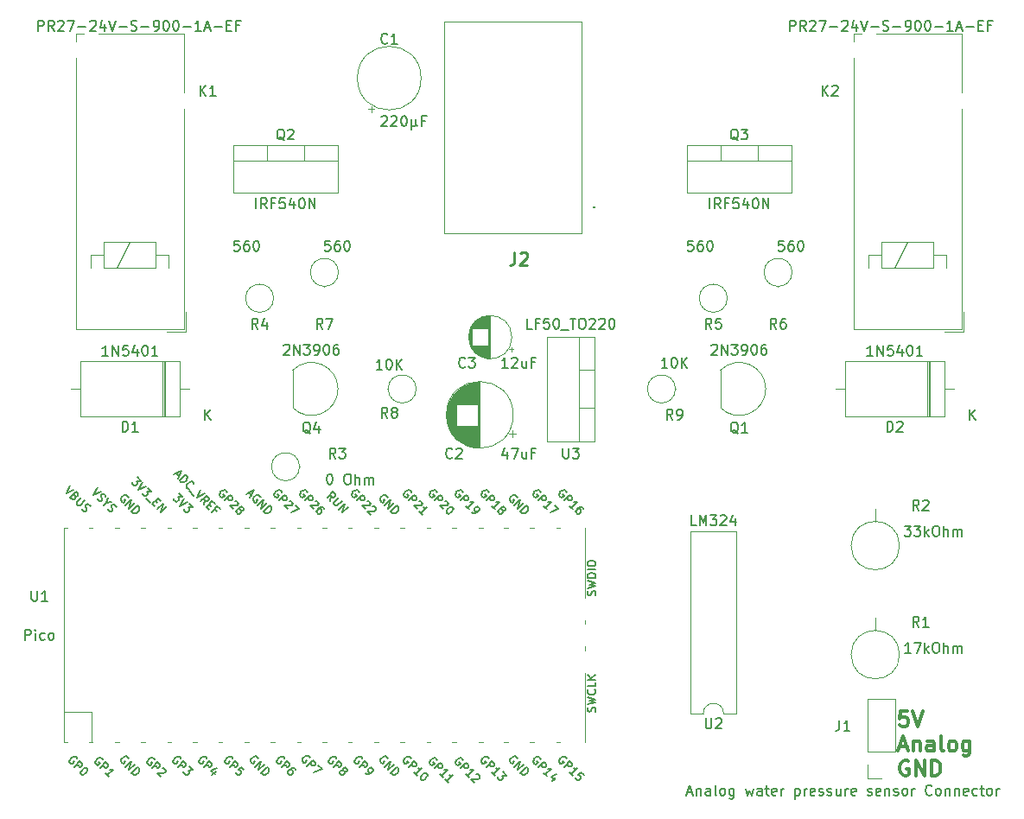
<source format=gbr>
%TF.GenerationSoftware,KiCad,Pcbnew,7.0.10*%
%TF.CreationDate,2024-07-18T14:31:58-06:00*%
%TF.ProjectId,Pressure-Controlled-Power-Outlet-control-PCB,50726573-7375-4726-952d-436f6e74726f,rev?*%
%TF.SameCoordinates,Original*%
%TF.FileFunction,Legend,Top*%
%TF.FilePolarity,Positive*%
%FSLAX46Y46*%
G04 Gerber Fmt 4.6, Leading zero omitted, Abs format (unit mm)*
G04 Created by KiCad (PCBNEW 7.0.10) date 2024-07-18 14:31:58*
%MOMM*%
%LPD*%
G01*
G04 APERTURE LIST*
%ADD10C,0.300000*%
%ADD11C,0.254000*%
%ADD12C,0.150000*%
%ADD13C,0.200000*%
%ADD14C,0.100000*%
%ADD15C,0.120000*%
G04 APERTURE END LIST*
D10*
X175258796Y-136980828D02*
X174544510Y-136980828D01*
X174544510Y-136980828D02*
X174473082Y-137695114D01*
X174473082Y-137695114D02*
X174544510Y-137623685D01*
X174544510Y-137623685D02*
X174687368Y-137552257D01*
X174687368Y-137552257D02*
X175044510Y-137552257D01*
X175044510Y-137552257D02*
X175187368Y-137623685D01*
X175187368Y-137623685D02*
X175258796Y-137695114D01*
X175258796Y-137695114D02*
X175330225Y-137837971D01*
X175330225Y-137837971D02*
X175330225Y-138195114D01*
X175330225Y-138195114D02*
X175258796Y-138337971D01*
X175258796Y-138337971D02*
X175187368Y-138409400D01*
X175187368Y-138409400D02*
X175044510Y-138480828D01*
X175044510Y-138480828D02*
X174687368Y-138480828D01*
X174687368Y-138480828D02*
X174544510Y-138409400D01*
X174544510Y-138409400D02*
X174473082Y-138337971D01*
X175758796Y-136980828D02*
X176258796Y-138480828D01*
X176258796Y-138480828D02*
X176758796Y-136980828D01*
X174473082Y-140467257D02*
X175187368Y-140467257D01*
X174330225Y-140895828D02*
X174830225Y-139395828D01*
X174830225Y-139395828D02*
X175330225Y-140895828D01*
X175830224Y-139895828D02*
X175830224Y-140895828D01*
X175830224Y-140038685D02*
X175901653Y-139967257D01*
X175901653Y-139967257D02*
X176044510Y-139895828D01*
X176044510Y-139895828D02*
X176258796Y-139895828D01*
X176258796Y-139895828D02*
X176401653Y-139967257D01*
X176401653Y-139967257D02*
X176473082Y-140110114D01*
X176473082Y-140110114D02*
X176473082Y-140895828D01*
X177830225Y-140895828D02*
X177830225Y-140110114D01*
X177830225Y-140110114D02*
X177758796Y-139967257D01*
X177758796Y-139967257D02*
X177615939Y-139895828D01*
X177615939Y-139895828D02*
X177330225Y-139895828D01*
X177330225Y-139895828D02*
X177187367Y-139967257D01*
X177830225Y-140824400D02*
X177687367Y-140895828D01*
X177687367Y-140895828D02*
X177330225Y-140895828D01*
X177330225Y-140895828D02*
X177187367Y-140824400D01*
X177187367Y-140824400D02*
X177115939Y-140681542D01*
X177115939Y-140681542D02*
X177115939Y-140538685D01*
X177115939Y-140538685D02*
X177187367Y-140395828D01*
X177187367Y-140395828D02*
X177330225Y-140324400D01*
X177330225Y-140324400D02*
X177687367Y-140324400D01*
X177687367Y-140324400D02*
X177830225Y-140252971D01*
X178758796Y-140895828D02*
X178615939Y-140824400D01*
X178615939Y-140824400D02*
X178544510Y-140681542D01*
X178544510Y-140681542D02*
X178544510Y-139395828D01*
X179544510Y-140895828D02*
X179401653Y-140824400D01*
X179401653Y-140824400D02*
X179330224Y-140752971D01*
X179330224Y-140752971D02*
X179258796Y-140610114D01*
X179258796Y-140610114D02*
X179258796Y-140181542D01*
X179258796Y-140181542D02*
X179330224Y-140038685D01*
X179330224Y-140038685D02*
X179401653Y-139967257D01*
X179401653Y-139967257D02*
X179544510Y-139895828D01*
X179544510Y-139895828D02*
X179758796Y-139895828D01*
X179758796Y-139895828D02*
X179901653Y-139967257D01*
X179901653Y-139967257D02*
X179973082Y-140038685D01*
X179973082Y-140038685D02*
X180044510Y-140181542D01*
X180044510Y-140181542D02*
X180044510Y-140610114D01*
X180044510Y-140610114D02*
X179973082Y-140752971D01*
X179973082Y-140752971D02*
X179901653Y-140824400D01*
X179901653Y-140824400D02*
X179758796Y-140895828D01*
X179758796Y-140895828D02*
X179544510Y-140895828D01*
X181330225Y-139895828D02*
X181330225Y-141110114D01*
X181330225Y-141110114D02*
X181258796Y-141252971D01*
X181258796Y-141252971D02*
X181187367Y-141324400D01*
X181187367Y-141324400D02*
X181044510Y-141395828D01*
X181044510Y-141395828D02*
X180830225Y-141395828D01*
X180830225Y-141395828D02*
X180687367Y-141324400D01*
X181330225Y-140824400D02*
X181187367Y-140895828D01*
X181187367Y-140895828D02*
X180901653Y-140895828D01*
X180901653Y-140895828D02*
X180758796Y-140824400D01*
X180758796Y-140824400D02*
X180687367Y-140752971D01*
X180687367Y-140752971D02*
X180615939Y-140610114D01*
X180615939Y-140610114D02*
X180615939Y-140181542D01*
X180615939Y-140181542D02*
X180687367Y-140038685D01*
X180687367Y-140038685D02*
X180758796Y-139967257D01*
X180758796Y-139967257D02*
X180901653Y-139895828D01*
X180901653Y-139895828D02*
X181187367Y-139895828D01*
X181187367Y-139895828D02*
X181330225Y-139967257D01*
X175330225Y-141882257D02*
X175187368Y-141810828D01*
X175187368Y-141810828D02*
X174973082Y-141810828D01*
X174973082Y-141810828D02*
X174758796Y-141882257D01*
X174758796Y-141882257D02*
X174615939Y-142025114D01*
X174615939Y-142025114D02*
X174544510Y-142167971D01*
X174544510Y-142167971D02*
X174473082Y-142453685D01*
X174473082Y-142453685D02*
X174473082Y-142667971D01*
X174473082Y-142667971D02*
X174544510Y-142953685D01*
X174544510Y-142953685D02*
X174615939Y-143096542D01*
X174615939Y-143096542D02*
X174758796Y-143239400D01*
X174758796Y-143239400D02*
X174973082Y-143310828D01*
X174973082Y-143310828D02*
X175115939Y-143310828D01*
X175115939Y-143310828D02*
X175330225Y-143239400D01*
X175330225Y-143239400D02*
X175401653Y-143167971D01*
X175401653Y-143167971D02*
X175401653Y-142667971D01*
X175401653Y-142667971D02*
X175115939Y-142667971D01*
X176044510Y-143310828D02*
X176044510Y-141810828D01*
X176044510Y-141810828D02*
X176901653Y-143310828D01*
X176901653Y-143310828D02*
X176901653Y-141810828D01*
X177615939Y-143310828D02*
X177615939Y-141810828D01*
X177615939Y-141810828D02*
X177973082Y-141810828D01*
X177973082Y-141810828D02*
X178187368Y-141882257D01*
X178187368Y-141882257D02*
X178330225Y-142025114D01*
X178330225Y-142025114D02*
X178401654Y-142167971D01*
X178401654Y-142167971D02*
X178473082Y-142453685D01*
X178473082Y-142453685D02*
X178473082Y-142667971D01*
X178473082Y-142667971D02*
X178401654Y-142953685D01*
X178401654Y-142953685D02*
X178330225Y-143096542D01*
X178330225Y-143096542D02*
X178187368Y-143239400D01*
X178187368Y-143239400D02*
X177973082Y-143310828D01*
X177973082Y-143310828D02*
X177615939Y-143310828D01*
D11*
X136736667Y-92014318D02*
X136736667Y-92921461D01*
X136736667Y-92921461D02*
X136676190Y-93102889D01*
X136676190Y-93102889D02*
X136555238Y-93223842D01*
X136555238Y-93223842D02*
X136373809Y-93284318D01*
X136373809Y-93284318D02*
X136252857Y-93284318D01*
X137280952Y-92135270D02*
X137341428Y-92074794D01*
X137341428Y-92074794D02*
X137462381Y-92014318D01*
X137462381Y-92014318D02*
X137764762Y-92014318D01*
X137764762Y-92014318D02*
X137885714Y-92074794D01*
X137885714Y-92074794D02*
X137946190Y-92135270D01*
X137946190Y-92135270D02*
X138006667Y-92256222D01*
X138006667Y-92256222D02*
X138006667Y-92377175D01*
X138006667Y-92377175D02*
X137946190Y-92558603D01*
X137946190Y-92558603D02*
X137220476Y-93284318D01*
X137220476Y-93284318D02*
X138006667Y-93284318D01*
D12*
X131913333Y-103229580D02*
X131865714Y-103277200D01*
X131865714Y-103277200D02*
X131722857Y-103324819D01*
X131722857Y-103324819D02*
X131627619Y-103324819D01*
X131627619Y-103324819D02*
X131484762Y-103277200D01*
X131484762Y-103277200D02*
X131389524Y-103181961D01*
X131389524Y-103181961D02*
X131341905Y-103086723D01*
X131341905Y-103086723D02*
X131294286Y-102896247D01*
X131294286Y-102896247D02*
X131294286Y-102753390D01*
X131294286Y-102753390D02*
X131341905Y-102562914D01*
X131341905Y-102562914D02*
X131389524Y-102467676D01*
X131389524Y-102467676D02*
X131484762Y-102372438D01*
X131484762Y-102372438D02*
X131627619Y-102324819D01*
X131627619Y-102324819D02*
X131722857Y-102324819D01*
X131722857Y-102324819D02*
X131865714Y-102372438D01*
X131865714Y-102372438D02*
X131913333Y-102420057D01*
X132246667Y-102324819D02*
X132865714Y-102324819D01*
X132865714Y-102324819D02*
X132532381Y-102705771D01*
X132532381Y-102705771D02*
X132675238Y-102705771D01*
X132675238Y-102705771D02*
X132770476Y-102753390D01*
X132770476Y-102753390D02*
X132818095Y-102801009D01*
X132818095Y-102801009D02*
X132865714Y-102896247D01*
X132865714Y-102896247D02*
X132865714Y-103134342D01*
X132865714Y-103134342D02*
X132818095Y-103229580D01*
X132818095Y-103229580D02*
X132770476Y-103277200D01*
X132770476Y-103277200D02*
X132675238Y-103324819D01*
X132675238Y-103324819D02*
X132389524Y-103324819D01*
X132389524Y-103324819D02*
X132294286Y-103277200D01*
X132294286Y-103277200D02*
X132246667Y-103229580D01*
X136088571Y-103324819D02*
X135517143Y-103324819D01*
X135802857Y-103324819D02*
X135802857Y-102324819D01*
X135802857Y-102324819D02*
X135707619Y-102467676D01*
X135707619Y-102467676D02*
X135612381Y-102562914D01*
X135612381Y-102562914D02*
X135517143Y-102610533D01*
X136469524Y-102420057D02*
X136517143Y-102372438D01*
X136517143Y-102372438D02*
X136612381Y-102324819D01*
X136612381Y-102324819D02*
X136850476Y-102324819D01*
X136850476Y-102324819D02*
X136945714Y-102372438D01*
X136945714Y-102372438D02*
X136993333Y-102420057D01*
X136993333Y-102420057D02*
X137040952Y-102515295D01*
X137040952Y-102515295D02*
X137040952Y-102610533D01*
X137040952Y-102610533D02*
X136993333Y-102753390D01*
X136993333Y-102753390D02*
X136421905Y-103324819D01*
X136421905Y-103324819D02*
X137040952Y-103324819D01*
X137898095Y-102658152D02*
X137898095Y-103324819D01*
X137469524Y-102658152D02*
X137469524Y-103181961D01*
X137469524Y-103181961D02*
X137517143Y-103277200D01*
X137517143Y-103277200D02*
X137612381Y-103324819D01*
X137612381Y-103324819D02*
X137755238Y-103324819D01*
X137755238Y-103324819D02*
X137850476Y-103277200D01*
X137850476Y-103277200D02*
X137898095Y-103229580D01*
X138707619Y-102801009D02*
X138374286Y-102801009D01*
X138374286Y-103324819D02*
X138374286Y-102324819D01*
X138374286Y-102324819D02*
X138850476Y-102324819D01*
X89408095Y-125184819D02*
X89408095Y-125994342D01*
X89408095Y-125994342D02*
X89455714Y-126089580D01*
X89455714Y-126089580D02*
X89503333Y-126137200D01*
X89503333Y-126137200D02*
X89598571Y-126184819D01*
X89598571Y-126184819D02*
X89789047Y-126184819D01*
X89789047Y-126184819D02*
X89884285Y-126137200D01*
X89884285Y-126137200D02*
X89931904Y-126089580D01*
X89931904Y-126089580D02*
X89979523Y-125994342D01*
X89979523Y-125994342D02*
X89979523Y-125184819D01*
X90979523Y-126184819D02*
X90408095Y-126184819D01*
X90693809Y-126184819D02*
X90693809Y-125184819D01*
X90693809Y-125184819D02*
X90598571Y-125327676D01*
X90598571Y-125327676D02*
X90503333Y-125422914D01*
X90503333Y-125422914D02*
X90408095Y-125470533D01*
X88789048Y-129994819D02*
X88789048Y-128994819D01*
X88789048Y-128994819D02*
X89170000Y-128994819D01*
X89170000Y-128994819D02*
X89265238Y-129042438D01*
X89265238Y-129042438D02*
X89312857Y-129090057D01*
X89312857Y-129090057D02*
X89360476Y-129185295D01*
X89360476Y-129185295D02*
X89360476Y-129328152D01*
X89360476Y-129328152D02*
X89312857Y-129423390D01*
X89312857Y-129423390D02*
X89265238Y-129471009D01*
X89265238Y-129471009D02*
X89170000Y-129518628D01*
X89170000Y-129518628D02*
X88789048Y-129518628D01*
X89789048Y-129994819D02*
X89789048Y-129328152D01*
X89789048Y-128994819D02*
X89741429Y-129042438D01*
X89741429Y-129042438D02*
X89789048Y-129090057D01*
X89789048Y-129090057D02*
X89836667Y-129042438D01*
X89836667Y-129042438D02*
X89789048Y-128994819D01*
X89789048Y-128994819D02*
X89789048Y-129090057D01*
X90693809Y-129947200D02*
X90598571Y-129994819D01*
X90598571Y-129994819D02*
X90408095Y-129994819D01*
X90408095Y-129994819D02*
X90312857Y-129947200D01*
X90312857Y-129947200D02*
X90265238Y-129899580D01*
X90265238Y-129899580D02*
X90217619Y-129804342D01*
X90217619Y-129804342D02*
X90217619Y-129518628D01*
X90217619Y-129518628D02*
X90265238Y-129423390D01*
X90265238Y-129423390D02*
X90312857Y-129375771D01*
X90312857Y-129375771D02*
X90408095Y-129328152D01*
X90408095Y-129328152D02*
X90598571Y-129328152D01*
X90598571Y-129328152D02*
X90693809Y-129375771D01*
X91265238Y-129994819D02*
X91170000Y-129947200D01*
X91170000Y-129947200D02*
X91122381Y-129899580D01*
X91122381Y-129899580D02*
X91074762Y-129804342D01*
X91074762Y-129804342D02*
X91074762Y-129518628D01*
X91074762Y-129518628D02*
X91122381Y-129423390D01*
X91122381Y-129423390D02*
X91170000Y-129375771D01*
X91170000Y-129375771D02*
X91265238Y-129328152D01*
X91265238Y-129328152D02*
X91408095Y-129328152D01*
X91408095Y-129328152D02*
X91503333Y-129375771D01*
X91503333Y-129375771D02*
X91550952Y-129423390D01*
X91550952Y-129423390D02*
X91598571Y-129518628D01*
X91598571Y-129518628D02*
X91598571Y-129804342D01*
X91598571Y-129804342D02*
X91550952Y-129899580D01*
X91550952Y-129899580D02*
X91503333Y-129947200D01*
X91503333Y-129947200D02*
X91408095Y-129994819D01*
X91408095Y-129994819D02*
X91265238Y-129994819D01*
X129149131Y-141783998D02*
X129122194Y-141703185D01*
X129122194Y-141703185D02*
X129041381Y-141622373D01*
X129041381Y-141622373D02*
X128933632Y-141568498D01*
X128933632Y-141568498D02*
X128825882Y-141568498D01*
X128825882Y-141568498D02*
X128745070Y-141595436D01*
X128745070Y-141595436D02*
X128610383Y-141676248D01*
X128610383Y-141676248D02*
X128529571Y-141757060D01*
X128529571Y-141757060D02*
X128448758Y-141891747D01*
X128448758Y-141891747D02*
X128421821Y-141972560D01*
X128421821Y-141972560D02*
X128421821Y-142080309D01*
X128421821Y-142080309D02*
X128475696Y-142188059D01*
X128475696Y-142188059D02*
X128529571Y-142241934D01*
X128529571Y-142241934D02*
X128637320Y-142295808D01*
X128637320Y-142295808D02*
X128691195Y-142295808D01*
X128691195Y-142295808D02*
X128879757Y-142107247D01*
X128879757Y-142107247D02*
X128772007Y-141999497D01*
X128879757Y-142592120D02*
X129445442Y-142026434D01*
X129445442Y-142026434D02*
X129660942Y-142241934D01*
X129660942Y-142241934D02*
X129687879Y-142322746D01*
X129687879Y-142322746D02*
X129687879Y-142376621D01*
X129687879Y-142376621D02*
X129660942Y-142457433D01*
X129660942Y-142457433D02*
X129580129Y-142538245D01*
X129580129Y-142538245D02*
X129499317Y-142565182D01*
X129499317Y-142565182D02*
X129445442Y-142565182D01*
X129445442Y-142565182D02*
X129364630Y-142538245D01*
X129364630Y-142538245D02*
X129149131Y-142322746D01*
X129741754Y-143454117D02*
X129418505Y-143130868D01*
X129580129Y-143292492D02*
X130145815Y-142726807D01*
X130145815Y-142726807D02*
X130011128Y-142753744D01*
X130011128Y-142753744D02*
X129903378Y-142753744D01*
X129903378Y-142753744D02*
X129822566Y-142726807D01*
X130280502Y-143992865D02*
X129957253Y-143669616D01*
X130118878Y-143831240D02*
X130684563Y-143265555D01*
X130684563Y-143265555D02*
X130549876Y-143292492D01*
X130549876Y-143292492D02*
X130442126Y-143292492D01*
X130442126Y-143292492D02*
X130361314Y-143265555D01*
X110668759Y-115583873D02*
X110938133Y-115853247D01*
X110453260Y-115691623D02*
X111207507Y-115314499D01*
X111207507Y-115314499D02*
X110830384Y-116068746D01*
X111854005Y-116014871D02*
X111827067Y-115934059D01*
X111827067Y-115934059D02*
X111746255Y-115853247D01*
X111746255Y-115853247D02*
X111638505Y-115799372D01*
X111638505Y-115799372D02*
X111530756Y-115799372D01*
X111530756Y-115799372D02*
X111449944Y-115826310D01*
X111449944Y-115826310D02*
X111315257Y-115907122D01*
X111315257Y-115907122D02*
X111234444Y-115987934D01*
X111234444Y-115987934D02*
X111153632Y-116122621D01*
X111153632Y-116122621D02*
X111126695Y-116203433D01*
X111126695Y-116203433D02*
X111126695Y-116311183D01*
X111126695Y-116311183D02*
X111180570Y-116418932D01*
X111180570Y-116418932D02*
X111234444Y-116472807D01*
X111234444Y-116472807D02*
X111342194Y-116526682D01*
X111342194Y-116526682D02*
X111396069Y-116526682D01*
X111396069Y-116526682D02*
X111584631Y-116338120D01*
X111584631Y-116338120D02*
X111476881Y-116230371D01*
X111584631Y-116822993D02*
X112150316Y-116257308D01*
X112150316Y-116257308D02*
X111907879Y-117146242D01*
X111907879Y-117146242D02*
X112473565Y-116580557D01*
X112177253Y-117415616D02*
X112742939Y-116849931D01*
X112742939Y-116849931D02*
X112877626Y-116984618D01*
X112877626Y-116984618D02*
X112931501Y-117092367D01*
X112931501Y-117092367D02*
X112931501Y-117200117D01*
X112931501Y-117200117D02*
X112904563Y-117280929D01*
X112904563Y-117280929D02*
X112823751Y-117415616D01*
X112823751Y-117415616D02*
X112742939Y-117496428D01*
X112742939Y-117496428D02*
X112608252Y-117577241D01*
X112608252Y-117577241D02*
X112527439Y-117604178D01*
X112527439Y-117604178D02*
X112419690Y-117604178D01*
X112419690Y-117604178D02*
X112311940Y-117550303D01*
X112311940Y-117550303D02*
X112177253Y-117415616D01*
X137011568Y-116026435D02*
X136984631Y-115945623D01*
X136984631Y-115945623D02*
X136903819Y-115864811D01*
X136903819Y-115864811D02*
X136796069Y-115810936D01*
X136796069Y-115810936D02*
X136688319Y-115810936D01*
X136688319Y-115810936D02*
X136607507Y-115837873D01*
X136607507Y-115837873D02*
X136472820Y-115918685D01*
X136472820Y-115918685D02*
X136392008Y-115999498D01*
X136392008Y-115999498D02*
X136311196Y-116134185D01*
X136311196Y-116134185D02*
X136284258Y-116214997D01*
X136284258Y-116214997D02*
X136284258Y-116322746D01*
X136284258Y-116322746D02*
X136338133Y-116430496D01*
X136338133Y-116430496D02*
X136392008Y-116484371D01*
X136392008Y-116484371D02*
X136499758Y-116538246D01*
X136499758Y-116538246D02*
X136553632Y-116538246D01*
X136553632Y-116538246D02*
X136742194Y-116349684D01*
X136742194Y-116349684D02*
X136634445Y-116241934D01*
X136742194Y-116834557D02*
X137307880Y-116268872D01*
X137307880Y-116268872D02*
X137065443Y-117157806D01*
X137065443Y-117157806D02*
X137631128Y-116592120D01*
X137334817Y-117427180D02*
X137900502Y-116861494D01*
X137900502Y-116861494D02*
X138035189Y-116996181D01*
X138035189Y-116996181D02*
X138089064Y-117103931D01*
X138089064Y-117103931D02*
X138089064Y-117211680D01*
X138089064Y-117211680D02*
X138062127Y-117292493D01*
X138062127Y-117292493D02*
X137981314Y-117427180D01*
X137981314Y-117427180D02*
X137900502Y-117507992D01*
X137900502Y-117507992D02*
X137765815Y-117588804D01*
X137765815Y-117588804D02*
X137685003Y-117615741D01*
X137685003Y-117615741D02*
X137577253Y-117615741D01*
X137577253Y-117615741D02*
X137469504Y-117561867D01*
X137469504Y-117561867D02*
X137334817Y-117427180D01*
X93182414Y-114893406D02*
X92805290Y-115647653D01*
X92805290Y-115647653D02*
X93559537Y-115270529D01*
X93667287Y-115917027D02*
X93721161Y-116024776D01*
X93721161Y-116024776D02*
X93721161Y-116078651D01*
X93721161Y-116078651D02*
X93694224Y-116159463D01*
X93694224Y-116159463D02*
X93613412Y-116240276D01*
X93613412Y-116240276D02*
X93532600Y-116267213D01*
X93532600Y-116267213D02*
X93478725Y-116267213D01*
X93478725Y-116267213D02*
X93397913Y-116240276D01*
X93397913Y-116240276D02*
X93182413Y-116024776D01*
X93182413Y-116024776D02*
X93748099Y-115459091D01*
X93748099Y-115459091D02*
X93936661Y-115647653D01*
X93936661Y-115647653D02*
X93963598Y-115728465D01*
X93963598Y-115728465D02*
X93963598Y-115782340D01*
X93963598Y-115782340D02*
X93936661Y-115863152D01*
X93936661Y-115863152D02*
X93882786Y-115917027D01*
X93882786Y-115917027D02*
X93801974Y-115943964D01*
X93801974Y-115943964D02*
X93748099Y-115943964D01*
X93748099Y-115943964D02*
X93667287Y-115917027D01*
X93667287Y-115917027D02*
X93478725Y-115728465D01*
X94313784Y-116024776D02*
X93855848Y-116482712D01*
X93855848Y-116482712D02*
X93828911Y-116563524D01*
X93828911Y-116563524D02*
X93828911Y-116617399D01*
X93828911Y-116617399D02*
X93855848Y-116698211D01*
X93855848Y-116698211D02*
X93963598Y-116805961D01*
X93963598Y-116805961D02*
X94044410Y-116832898D01*
X94044410Y-116832898D02*
X94098285Y-116832898D01*
X94098285Y-116832898D02*
X94179097Y-116805961D01*
X94179097Y-116805961D02*
X94637033Y-116348025D01*
X94340722Y-117129210D02*
X94394596Y-117236959D01*
X94394596Y-117236959D02*
X94529283Y-117371646D01*
X94529283Y-117371646D02*
X94610096Y-117398584D01*
X94610096Y-117398584D02*
X94663970Y-117398584D01*
X94663970Y-117398584D02*
X94744783Y-117371646D01*
X94744783Y-117371646D02*
X94798657Y-117317771D01*
X94798657Y-117317771D02*
X94825595Y-117236959D01*
X94825595Y-117236959D02*
X94825595Y-117183084D01*
X94825595Y-117183084D02*
X94798657Y-117102272D01*
X94798657Y-117102272D02*
X94717845Y-116967585D01*
X94717845Y-116967585D02*
X94690908Y-116886773D01*
X94690908Y-116886773D02*
X94690908Y-116832898D01*
X94690908Y-116832898D02*
X94717845Y-116752086D01*
X94717845Y-116752086D02*
X94771720Y-116698211D01*
X94771720Y-116698211D02*
X94852532Y-116671274D01*
X94852532Y-116671274D02*
X94906407Y-116671274D01*
X94906407Y-116671274D02*
X94987219Y-116698211D01*
X94987219Y-116698211D02*
X95121906Y-116832898D01*
X95121906Y-116832898D02*
X95175781Y-116940648D01*
X98911568Y-116026435D02*
X98884631Y-115945623D01*
X98884631Y-115945623D02*
X98803819Y-115864811D01*
X98803819Y-115864811D02*
X98696069Y-115810936D01*
X98696069Y-115810936D02*
X98588319Y-115810936D01*
X98588319Y-115810936D02*
X98507507Y-115837873D01*
X98507507Y-115837873D02*
X98372820Y-115918685D01*
X98372820Y-115918685D02*
X98292008Y-115999498D01*
X98292008Y-115999498D02*
X98211196Y-116134185D01*
X98211196Y-116134185D02*
X98184258Y-116214997D01*
X98184258Y-116214997D02*
X98184258Y-116322746D01*
X98184258Y-116322746D02*
X98238133Y-116430496D01*
X98238133Y-116430496D02*
X98292008Y-116484371D01*
X98292008Y-116484371D02*
X98399758Y-116538246D01*
X98399758Y-116538246D02*
X98453632Y-116538246D01*
X98453632Y-116538246D02*
X98642194Y-116349684D01*
X98642194Y-116349684D02*
X98534445Y-116241934D01*
X98642194Y-116834557D02*
X99207880Y-116268872D01*
X99207880Y-116268872D02*
X98965443Y-117157806D01*
X98965443Y-117157806D02*
X99531128Y-116592120D01*
X99234817Y-117427180D02*
X99800502Y-116861494D01*
X99800502Y-116861494D02*
X99935189Y-116996181D01*
X99935189Y-116996181D02*
X99989064Y-117103931D01*
X99989064Y-117103931D02*
X99989064Y-117211680D01*
X99989064Y-117211680D02*
X99962127Y-117292493D01*
X99962127Y-117292493D02*
X99881314Y-117427180D01*
X99881314Y-117427180D02*
X99800502Y-117507992D01*
X99800502Y-117507992D02*
X99665815Y-117588804D01*
X99665815Y-117588804D02*
X99585003Y-117615741D01*
X99585003Y-117615741D02*
X99477253Y-117615741D01*
X99477253Y-117615741D02*
X99369504Y-117561867D01*
X99369504Y-117561867D02*
X99234817Y-117427180D01*
X134229131Y-141637998D02*
X134202194Y-141557185D01*
X134202194Y-141557185D02*
X134121381Y-141476373D01*
X134121381Y-141476373D02*
X134013632Y-141422498D01*
X134013632Y-141422498D02*
X133905882Y-141422498D01*
X133905882Y-141422498D02*
X133825070Y-141449436D01*
X133825070Y-141449436D02*
X133690383Y-141530248D01*
X133690383Y-141530248D02*
X133609571Y-141611060D01*
X133609571Y-141611060D02*
X133528758Y-141745747D01*
X133528758Y-141745747D02*
X133501821Y-141826560D01*
X133501821Y-141826560D02*
X133501821Y-141934309D01*
X133501821Y-141934309D02*
X133555696Y-142042059D01*
X133555696Y-142042059D02*
X133609571Y-142095934D01*
X133609571Y-142095934D02*
X133717320Y-142149808D01*
X133717320Y-142149808D02*
X133771195Y-142149808D01*
X133771195Y-142149808D02*
X133959757Y-141961247D01*
X133959757Y-141961247D02*
X133852007Y-141853497D01*
X133959757Y-142446120D02*
X134525442Y-141880434D01*
X134525442Y-141880434D02*
X134740942Y-142095934D01*
X134740942Y-142095934D02*
X134767879Y-142176746D01*
X134767879Y-142176746D02*
X134767879Y-142230621D01*
X134767879Y-142230621D02*
X134740942Y-142311433D01*
X134740942Y-142311433D02*
X134660129Y-142392245D01*
X134660129Y-142392245D02*
X134579317Y-142419182D01*
X134579317Y-142419182D02*
X134525442Y-142419182D01*
X134525442Y-142419182D02*
X134444630Y-142392245D01*
X134444630Y-142392245D02*
X134229131Y-142176746D01*
X134821754Y-143308117D02*
X134498505Y-142984868D01*
X134660129Y-143146492D02*
X135225815Y-142580807D01*
X135225815Y-142580807D02*
X135091128Y-142607744D01*
X135091128Y-142607744D02*
X134983378Y-142607744D01*
X134983378Y-142607744D02*
X134902566Y-142580807D01*
X135576001Y-142930993D02*
X135926187Y-143281179D01*
X135926187Y-143281179D02*
X135522126Y-143308117D01*
X135522126Y-143308117D02*
X135602939Y-143388929D01*
X135602939Y-143388929D02*
X135629876Y-143469741D01*
X135629876Y-143469741D02*
X135629876Y-143523616D01*
X135629876Y-143523616D02*
X135602939Y-143604428D01*
X135602939Y-143604428D02*
X135468252Y-143739115D01*
X135468252Y-143739115D02*
X135387439Y-143766053D01*
X135387439Y-143766053D02*
X135333565Y-143766053D01*
X135333565Y-143766053D02*
X135252752Y-143739115D01*
X135252752Y-143739115D02*
X135091128Y-143577491D01*
X135091128Y-143577491D02*
X135064191Y-143496679D01*
X135064191Y-143496679D02*
X135064191Y-143442804D01*
X103575950Y-113695064D02*
X103845324Y-113964438D01*
X103360450Y-113802813D02*
X104114698Y-113425690D01*
X104114698Y-113425690D02*
X103737574Y-114179937D01*
X103926136Y-114368499D02*
X104491821Y-113802813D01*
X104491821Y-113802813D02*
X104626508Y-113937500D01*
X104626508Y-113937500D02*
X104680383Y-114045250D01*
X104680383Y-114045250D02*
X104680383Y-114152999D01*
X104680383Y-114152999D02*
X104653446Y-114233812D01*
X104653446Y-114233812D02*
X104572633Y-114368499D01*
X104572633Y-114368499D02*
X104491821Y-114449311D01*
X104491821Y-114449311D02*
X104357134Y-114530123D01*
X104357134Y-114530123D02*
X104276322Y-114557060D01*
X104276322Y-114557060D02*
X104168572Y-114557060D01*
X104168572Y-114557060D02*
X104060823Y-114503186D01*
X104060823Y-114503186D02*
X103926136Y-114368499D01*
X104868945Y-115203558D02*
X104815070Y-115203558D01*
X104815070Y-115203558D02*
X104707320Y-115149683D01*
X104707320Y-115149683D02*
X104653446Y-115095808D01*
X104653446Y-115095808D02*
X104599571Y-114988059D01*
X104599571Y-114988059D02*
X104599571Y-114880309D01*
X104599571Y-114880309D02*
X104626508Y-114799497D01*
X104626508Y-114799497D02*
X104707320Y-114664810D01*
X104707320Y-114664810D02*
X104788133Y-114583998D01*
X104788133Y-114583998D02*
X104922820Y-114503186D01*
X104922820Y-114503186D02*
X105003632Y-114476248D01*
X105003632Y-114476248D02*
X105111381Y-114476248D01*
X105111381Y-114476248D02*
X105219131Y-114530123D01*
X105219131Y-114530123D02*
X105273006Y-114583998D01*
X105273006Y-114583998D02*
X105326881Y-114691747D01*
X105326881Y-114691747D02*
X105326881Y-114745622D01*
X104868945Y-115419057D02*
X105299943Y-115850056D01*
X105973378Y-115284370D02*
X105596255Y-116038618D01*
X105596255Y-116038618D02*
X106350502Y-115661494D01*
X106296627Y-116738990D02*
X106377439Y-116281054D01*
X105973378Y-116415741D02*
X106539064Y-115850056D01*
X106539064Y-115850056D02*
X106754563Y-116065555D01*
X106754563Y-116065555D02*
X106781500Y-116146367D01*
X106781500Y-116146367D02*
X106781500Y-116200242D01*
X106781500Y-116200242D02*
X106754563Y-116281054D01*
X106754563Y-116281054D02*
X106673751Y-116361866D01*
X106673751Y-116361866D02*
X106592938Y-116388804D01*
X106592938Y-116388804D02*
X106539064Y-116388804D01*
X106539064Y-116388804D02*
X106458251Y-116361866D01*
X106458251Y-116361866D02*
X106242752Y-116146367D01*
X106835375Y-116685115D02*
X107023937Y-116873677D01*
X106808438Y-117250800D02*
X106539064Y-116981426D01*
X106539064Y-116981426D02*
X107104749Y-116415741D01*
X107104749Y-116415741D02*
X107374123Y-116685115D01*
X107535748Y-117385488D02*
X107347186Y-117196926D01*
X107050874Y-117493237D02*
X107616560Y-116927552D01*
X107616560Y-116927552D02*
X107885934Y-117196926D01*
X106558505Y-141653372D02*
X106531568Y-141572560D01*
X106531568Y-141572560D02*
X106450756Y-141491748D01*
X106450756Y-141491748D02*
X106343006Y-141437873D01*
X106343006Y-141437873D02*
X106235257Y-141437873D01*
X106235257Y-141437873D02*
X106154444Y-141464810D01*
X106154444Y-141464810D02*
X106019757Y-141545623D01*
X106019757Y-141545623D02*
X105938945Y-141626435D01*
X105938945Y-141626435D02*
X105858133Y-141761122D01*
X105858133Y-141761122D02*
X105831196Y-141841934D01*
X105831196Y-141841934D02*
X105831196Y-141949684D01*
X105831196Y-141949684D02*
X105885070Y-142057433D01*
X105885070Y-142057433D02*
X105938945Y-142111308D01*
X105938945Y-142111308D02*
X106046695Y-142165183D01*
X106046695Y-142165183D02*
X106100570Y-142165183D01*
X106100570Y-142165183D02*
X106289131Y-141976621D01*
X106289131Y-141976621D02*
X106181382Y-141868871D01*
X106289131Y-142461494D02*
X106854817Y-141895809D01*
X106854817Y-141895809D02*
X107070316Y-142111308D01*
X107070316Y-142111308D02*
X107097253Y-142192120D01*
X107097253Y-142192120D02*
X107097253Y-142245995D01*
X107097253Y-142245995D02*
X107070316Y-142326807D01*
X107070316Y-142326807D02*
X106989504Y-142407619D01*
X106989504Y-142407619D02*
X106908692Y-142434557D01*
X106908692Y-142434557D02*
X106854817Y-142434557D01*
X106854817Y-142434557D02*
X106774005Y-142407619D01*
X106774005Y-142407619D02*
X106558505Y-142192120D01*
X107474377Y-142892493D02*
X107097253Y-143269616D01*
X107555189Y-142542306D02*
X107016441Y-142811680D01*
X107016441Y-142811680D02*
X107366627Y-143161867D01*
X116688505Y-141553372D02*
X116661568Y-141472560D01*
X116661568Y-141472560D02*
X116580756Y-141391748D01*
X116580756Y-141391748D02*
X116473006Y-141337873D01*
X116473006Y-141337873D02*
X116365257Y-141337873D01*
X116365257Y-141337873D02*
X116284444Y-141364810D01*
X116284444Y-141364810D02*
X116149757Y-141445623D01*
X116149757Y-141445623D02*
X116068945Y-141526435D01*
X116068945Y-141526435D02*
X115988133Y-141661122D01*
X115988133Y-141661122D02*
X115961196Y-141741934D01*
X115961196Y-141741934D02*
X115961196Y-141849684D01*
X115961196Y-141849684D02*
X116015070Y-141957433D01*
X116015070Y-141957433D02*
X116068945Y-142011308D01*
X116068945Y-142011308D02*
X116176695Y-142065183D01*
X116176695Y-142065183D02*
X116230570Y-142065183D01*
X116230570Y-142065183D02*
X116419131Y-141876621D01*
X116419131Y-141876621D02*
X116311382Y-141768871D01*
X116419131Y-142361494D02*
X116984817Y-141795809D01*
X116984817Y-141795809D02*
X117200316Y-142011308D01*
X117200316Y-142011308D02*
X117227253Y-142092120D01*
X117227253Y-142092120D02*
X117227253Y-142145995D01*
X117227253Y-142145995D02*
X117200316Y-142226807D01*
X117200316Y-142226807D02*
X117119504Y-142307619D01*
X117119504Y-142307619D02*
X117038692Y-142334557D01*
X117038692Y-142334557D02*
X116984817Y-142334557D01*
X116984817Y-142334557D02*
X116904005Y-142307619D01*
X116904005Y-142307619D02*
X116688505Y-142092120D01*
X117496627Y-142307619D02*
X117873751Y-142684743D01*
X117873751Y-142684743D02*
X117065629Y-143007992D01*
X141849131Y-141637998D02*
X141822194Y-141557185D01*
X141822194Y-141557185D02*
X141741381Y-141476373D01*
X141741381Y-141476373D02*
X141633632Y-141422498D01*
X141633632Y-141422498D02*
X141525882Y-141422498D01*
X141525882Y-141422498D02*
X141445070Y-141449436D01*
X141445070Y-141449436D02*
X141310383Y-141530248D01*
X141310383Y-141530248D02*
X141229571Y-141611060D01*
X141229571Y-141611060D02*
X141148758Y-141745747D01*
X141148758Y-141745747D02*
X141121821Y-141826560D01*
X141121821Y-141826560D02*
X141121821Y-141934309D01*
X141121821Y-141934309D02*
X141175696Y-142042059D01*
X141175696Y-142042059D02*
X141229571Y-142095934D01*
X141229571Y-142095934D02*
X141337320Y-142149808D01*
X141337320Y-142149808D02*
X141391195Y-142149808D01*
X141391195Y-142149808D02*
X141579757Y-141961247D01*
X141579757Y-141961247D02*
X141472007Y-141853497D01*
X141579757Y-142446120D02*
X142145442Y-141880434D01*
X142145442Y-141880434D02*
X142360942Y-142095934D01*
X142360942Y-142095934D02*
X142387879Y-142176746D01*
X142387879Y-142176746D02*
X142387879Y-142230621D01*
X142387879Y-142230621D02*
X142360942Y-142311433D01*
X142360942Y-142311433D02*
X142280129Y-142392245D01*
X142280129Y-142392245D02*
X142199317Y-142419182D01*
X142199317Y-142419182D02*
X142145442Y-142419182D01*
X142145442Y-142419182D02*
X142064630Y-142392245D01*
X142064630Y-142392245D02*
X141849131Y-142176746D01*
X142441754Y-143308117D02*
X142118505Y-142984868D01*
X142280129Y-143146492D02*
X142845815Y-142580807D01*
X142845815Y-142580807D02*
X142711128Y-142607744D01*
X142711128Y-142607744D02*
X142603378Y-142607744D01*
X142603378Y-142607744D02*
X142522566Y-142580807D01*
X143519250Y-143254242D02*
X143249876Y-142984868D01*
X143249876Y-142984868D02*
X142953565Y-143227305D01*
X142953565Y-143227305D02*
X143007439Y-143227305D01*
X143007439Y-143227305D02*
X143088252Y-143254242D01*
X143088252Y-143254242D02*
X143222939Y-143388929D01*
X143222939Y-143388929D02*
X143249876Y-143469741D01*
X143249876Y-143469741D02*
X143249876Y-143523616D01*
X143249876Y-143523616D02*
X143222939Y-143604428D01*
X143222939Y-143604428D02*
X143088252Y-143739115D01*
X143088252Y-143739115D02*
X143007439Y-143766053D01*
X143007439Y-143766053D02*
X142953565Y-143766053D01*
X142953565Y-143766053D02*
X142872752Y-143739115D01*
X142872752Y-143739115D02*
X142738065Y-143604428D01*
X142738065Y-143604428D02*
X142711128Y-143523616D01*
X142711128Y-143523616D02*
X142711128Y-143469741D01*
X139309131Y-115529998D02*
X139282194Y-115449185D01*
X139282194Y-115449185D02*
X139201381Y-115368373D01*
X139201381Y-115368373D02*
X139093632Y-115314498D01*
X139093632Y-115314498D02*
X138985882Y-115314498D01*
X138985882Y-115314498D02*
X138905070Y-115341436D01*
X138905070Y-115341436D02*
X138770383Y-115422248D01*
X138770383Y-115422248D02*
X138689571Y-115503060D01*
X138689571Y-115503060D02*
X138608758Y-115637747D01*
X138608758Y-115637747D02*
X138581821Y-115718560D01*
X138581821Y-115718560D02*
X138581821Y-115826309D01*
X138581821Y-115826309D02*
X138635696Y-115934059D01*
X138635696Y-115934059D02*
X138689571Y-115987934D01*
X138689571Y-115987934D02*
X138797320Y-116041808D01*
X138797320Y-116041808D02*
X138851195Y-116041808D01*
X138851195Y-116041808D02*
X139039757Y-115853247D01*
X139039757Y-115853247D02*
X138932007Y-115745497D01*
X139039757Y-116338120D02*
X139605442Y-115772434D01*
X139605442Y-115772434D02*
X139820942Y-115987934D01*
X139820942Y-115987934D02*
X139847879Y-116068746D01*
X139847879Y-116068746D02*
X139847879Y-116122621D01*
X139847879Y-116122621D02*
X139820942Y-116203433D01*
X139820942Y-116203433D02*
X139740129Y-116284245D01*
X139740129Y-116284245D02*
X139659317Y-116311182D01*
X139659317Y-116311182D02*
X139605442Y-116311182D01*
X139605442Y-116311182D02*
X139524630Y-116284245D01*
X139524630Y-116284245D02*
X139309131Y-116068746D01*
X139901754Y-117200117D02*
X139578505Y-116876868D01*
X139740129Y-117038492D02*
X140305815Y-116472807D01*
X140305815Y-116472807D02*
X140171128Y-116499744D01*
X140171128Y-116499744D02*
X140063378Y-116499744D01*
X140063378Y-116499744D02*
X139982566Y-116472807D01*
X140656001Y-116822993D02*
X141033125Y-117200117D01*
X141033125Y-117200117D02*
X140225003Y-117523366D01*
X116449131Y-115529998D02*
X116422194Y-115449185D01*
X116422194Y-115449185D02*
X116341381Y-115368373D01*
X116341381Y-115368373D02*
X116233632Y-115314498D01*
X116233632Y-115314498D02*
X116125882Y-115314498D01*
X116125882Y-115314498D02*
X116045070Y-115341436D01*
X116045070Y-115341436D02*
X115910383Y-115422248D01*
X115910383Y-115422248D02*
X115829571Y-115503060D01*
X115829571Y-115503060D02*
X115748758Y-115637747D01*
X115748758Y-115637747D02*
X115721821Y-115718560D01*
X115721821Y-115718560D02*
X115721821Y-115826309D01*
X115721821Y-115826309D02*
X115775696Y-115934059D01*
X115775696Y-115934059D02*
X115829571Y-115987934D01*
X115829571Y-115987934D02*
X115937320Y-116041808D01*
X115937320Y-116041808D02*
X115991195Y-116041808D01*
X115991195Y-116041808D02*
X116179757Y-115853247D01*
X116179757Y-115853247D02*
X116072007Y-115745497D01*
X116179757Y-116338120D02*
X116745442Y-115772434D01*
X116745442Y-115772434D02*
X116960942Y-115987934D01*
X116960942Y-115987934D02*
X116987879Y-116068746D01*
X116987879Y-116068746D02*
X116987879Y-116122621D01*
X116987879Y-116122621D02*
X116960942Y-116203433D01*
X116960942Y-116203433D02*
X116880129Y-116284245D01*
X116880129Y-116284245D02*
X116799317Y-116311182D01*
X116799317Y-116311182D02*
X116745442Y-116311182D01*
X116745442Y-116311182D02*
X116664630Y-116284245D01*
X116664630Y-116284245D02*
X116449131Y-116068746D01*
X117230316Y-116365057D02*
X117284190Y-116365057D01*
X117284190Y-116365057D02*
X117365003Y-116391995D01*
X117365003Y-116391995D02*
X117499690Y-116526682D01*
X117499690Y-116526682D02*
X117526627Y-116607494D01*
X117526627Y-116607494D02*
X117526627Y-116661369D01*
X117526627Y-116661369D02*
X117499690Y-116742181D01*
X117499690Y-116742181D02*
X117445815Y-116796056D01*
X117445815Y-116796056D02*
X117338065Y-116849930D01*
X117338065Y-116849930D02*
X116691568Y-116849930D01*
X116691568Y-116849930D02*
X117041754Y-117200117D01*
X118092313Y-117119305D02*
X117984563Y-117011555D01*
X117984563Y-117011555D02*
X117903751Y-116984618D01*
X117903751Y-116984618D02*
X117849876Y-116984618D01*
X117849876Y-116984618D02*
X117715189Y-117011555D01*
X117715189Y-117011555D02*
X117580502Y-117092367D01*
X117580502Y-117092367D02*
X117365003Y-117307866D01*
X117365003Y-117307866D02*
X117338065Y-117388679D01*
X117338065Y-117388679D02*
X117338065Y-117442553D01*
X117338065Y-117442553D02*
X117365003Y-117523366D01*
X117365003Y-117523366D02*
X117472752Y-117631115D01*
X117472752Y-117631115D02*
X117553565Y-117658053D01*
X117553565Y-117658053D02*
X117607439Y-117658053D01*
X117607439Y-117658053D02*
X117688252Y-117631115D01*
X117688252Y-117631115D02*
X117822939Y-117496428D01*
X117822939Y-117496428D02*
X117849876Y-117415616D01*
X117849876Y-117415616D02*
X117849876Y-117361741D01*
X117849876Y-117361741D02*
X117822939Y-117280929D01*
X117822939Y-117280929D02*
X117715189Y-117173179D01*
X117715189Y-117173179D02*
X117634377Y-117146242D01*
X117634377Y-117146242D02*
X117580502Y-117146242D01*
X117580502Y-117146242D02*
X117499690Y-117173179D01*
X144634200Y-137049524D02*
X144672295Y-136935238D01*
X144672295Y-136935238D02*
X144672295Y-136744762D01*
X144672295Y-136744762D02*
X144634200Y-136668571D01*
X144634200Y-136668571D02*
X144596104Y-136630476D01*
X144596104Y-136630476D02*
X144519914Y-136592381D01*
X144519914Y-136592381D02*
X144443723Y-136592381D01*
X144443723Y-136592381D02*
X144367533Y-136630476D01*
X144367533Y-136630476D02*
X144329438Y-136668571D01*
X144329438Y-136668571D02*
X144291342Y-136744762D01*
X144291342Y-136744762D02*
X144253247Y-136897143D01*
X144253247Y-136897143D02*
X144215152Y-136973333D01*
X144215152Y-136973333D02*
X144177057Y-137011428D01*
X144177057Y-137011428D02*
X144100866Y-137049524D01*
X144100866Y-137049524D02*
X144024676Y-137049524D01*
X144024676Y-137049524D02*
X143948485Y-137011428D01*
X143948485Y-137011428D02*
X143910390Y-136973333D01*
X143910390Y-136973333D02*
X143872295Y-136897143D01*
X143872295Y-136897143D02*
X143872295Y-136706666D01*
X143872295Y-136706666D02*
X143910390Y-136592381D01*
X143872295Y-136325714D02*
X144672295Y-136135238D01*
X144672295Y-136135238D02*
X144100866Y-135982857D01*
X144100866Y-135982857D02*
X144672295Y-135830476D01*
X144672295Y-135830476D02*
X143872295Y-135640000D01*
X144596104Y-134878094D02*
X144634200Y-134916190D01*
X144634200Y-134916190D02*
X144672295Y-135030475D01*
X144672295Y-135030475D02*
X144672295Y-135106666D01*
X144672295Y-135106666D02*
X144634200Y-135220952D01*
X144634200Y-135220952D02*
X144558009Y-135297142D01*
X144558009Y-135297142D02*
X144481819Y-135335237D01*
X144481819Y-135335237D02*
X144329438Y-135373333D01*
X144329438Y-135373333D02*
X144215152Y-135373333D01*
X144215152Y-135373333D02*
X144062771Y-135335237D01*
X144062771Y-135335237D02*
X143986580Y-135297142D01*
X143986580Y-135297142D02*
X143910390Y-135220952D01*
X143910390Y-135220952D02*
X143872295Y-135106666D01*
X143872295Y-135106666D02*
X143872295Y-135030475D01*
X143872295Y-135030475D02*
X143910390Y-134916190D01*
X143910390Y-134916190D02*
X143948485Y-134878094D01*
X144672295Y-134154285D02*
X144672295Y-134535237D01*
X144672295Y-134535237D02*
X143872295Y-134535237D01*
X144672295Y-133887618D02*
X143872295Y-133887618D01*
X144672295Y-133430475D02*
X144215152Y-133773333D01*
X143872295Y-133430475D02*
X144329438Y-133887618D01*
X99751415Y-114062407D02*
X100101601Y-114412593D01*
X100101601Y-114412593D02*
X99697540Y-114439531D01*
X99697540Y-114439531D02*
X99778353Y-114520343D01*
X99778353Y-114520343D02*
X99805290Y-114601155D01*
X99805290Y-114601155D02*
X99805290Y-114655030D01*
X99805290Y-114655030D02*
X99778353Y-114735842D01*
X99778353Y-114735842D02*
X99643666Y-114870529D01*
X99643666Y-114870529D02*
X99562853Y-114897467D01*
X99562853Y-114897467D02*
X99508979Y-114897467D01*
X99508979Y-114897467D02*
X99428166Y-114870529D01*
X99428166Y-114870529D02*
X99266542Y-114708905D01*
X99266542Y-114708905D02*
X99239605Y-114628093D01*
X99239605Y-114628093D02*
X99239605Y-114574218D01*
X100263226Y-114574218D02*
X99886102Y-115328465D01*
X99886102Y-115328465D02*
X100640350Y-114951342D01*
X100775036Y-115086028D02*
X101125223Y-115436215D01*
X101125223Y-115436215D02*
X100721162Y-115463152D01*
X100721162Y-115463152D02*
X100801974Y-115543964D01*
X100801974Y-115543964D02*
X100828911Y-115624776D01*
X100828911Y-115624776D02*
X100828911Y-115678651D01*
X100828911Y-115678651D02*
X100801974Y-115759464D01*
X100801974Y-115759464D02*
X100667287Y-115894151D01*
X100667287Y-115894151D02*
X100586475Y-115921088D01*
X100586475Y-115921088D02*
X100532600Y-115921088D01*
X100532600Y-115921088D02*
X100451788Y-115894151D01*
X100451788Y-115894151D02*
X100290163Y-115732526D01*
X100290163Y-115732526D02*
X100263226Y-115651714D01*
X100263226Y-115651714D02*
X100263226Y-115597839D01*
X100613412Y-116163525D02*
X101044411Y-116594523D01*
X101529284Y-116379024D02*
X101717846Y-116567586D01*
X101502347Y-116944709D02*
X101232973Y-116675335D01*
X101232973Y-116675335D02*
X101798658Y-116109650D01*
X101798658Y-116109650D02*
X102068032Y-116379024D01*
X101744784Y-117187146D02*
X102310469Y-116621461D01*
X102310469Y-116621461D02*
X102068032Y-117510395D01*
X102068032Y-117510395D02*
X102633718Y-116944710D01*
X103819131Y-115630123D02*
X104169317Y-115980309D01*
X104169317Y-115980309D02*
X103765256Y-116007247D01*
X103765256Y-116007247D02*
X103846068Y-116088059D01*
X103846068Y-116088059D02*
X103873006Y-116168871D01*
X103873006Y-116168871D02*
X103873006Y-116222746D01*
X103873006Y-116222746D02*
X103846068Y-116303558D01*
X103846068Y-116303558D02*
X103711381Y-116438245D01*
X103711381Y-116438245D02*
X103630569Y-116465182D01*
X103630569Y-116465182D02*
X103576694Y-116465182D01*
X103576694Y-116465182D02*
X103495882Y-116438245D01*
X103495882Y-116438245D02*
X103334258Y-116276621D01*
X103334258Y-116276621D02*
X103307320Y-116195808D01*
X103307320Y-116195808D02*
X103307320Y-116141934D01*
X104330942Y-116141934D02*
X103953818Y-116896181D01*
X103953818Y-116896181D02*
X104708065Y-116519057D01*
X104842752Y-116653744D02*
X105192938Y-117003930D01*
X105192938Y-117003930D02*
X104788877Y-117030868D01*
X104788877Y-117030868D02*
X104869690Y-117111680D01*
X104869690Y-117111680D02*
X104896627Y-117192492D01*
X104896627Y-117192492D02*
X104896627Y-117246367D01*
X104896627Y-117246367D02*
X104869690Y-117327179D01*
X104869690Y-117327179D02*
X104735003Y-117461866D01*
X104735003Y-117461866D02*
X104654190Y-117488804D01*
X104654190Y-117488804D02*
X104600316Y-117488804D01*
X104600316Y-117488804D02*
X104519503Y-117461866D01*
X104519503Y-117461866D02*
X104357879Y-117300242D01*
X104357879Y-117300242D02*
X104330942Y-117219430D01*
X104330942Y-117219430D02*
X104330942Y-117165555D01*
X119258505Y-141653372D02*
X119231568Y-141572560D01*
X119231568Y-141572560D02*
X119150756Y-141491748D01*
X119150756Y-141491748D02*
X119043006Y-141437873D01*
X119043006Y-141437873D02*
X118935257Y-141437873D01*
X118935257Y-141437873D02*
X118854444Y-141464810D01*
X118854444Y-141464810D02*
X118719757Y-141545623D01*
X118719757Y-141545623D02*
X118638945Y-141626435D01*
X118638945Y-141626435D02*
X118558133Y-141761122D01*
X118558133Y-141761122D02*
X118531196Y-141841934D01*
X118531196Y-141841934D02*
X118531196Y-141949684D01*
X118531196Y-141949684D02*
X118585070Y-142057433D01*
X118585070Y-142057433D02*
X118638945Y-142111308D01*
X118638945Y-142111308D02*
X118746695Y-142165183D01*
X118746695Y-142165183D02*
X118800570Y-142165183D01*
X118800570Y-142165183D02*
X118989131Y-141976621D01*
X118989131Y-141976621D02*
X118881382Y-141868871D01*
X118989131Y-142461494D02*
X119554817Y-141895809D01*
X119554817Y-141895809D02*
X119770316Y-142111308D01*
X119770316Y-142111308D02*
X119797253Y-142192120D01*
X119797253Y-142192120D02*
X119797253Y-142245995D01*
X119797253Y-142245995D02*
X119770316Y-142326807D01*
X119770316Y-142326807D02*
X119689504Y-142407619D01*
X119689504Y-142407619D02*
X119608692Y-142434557D01*
X119608692Y-142434557D02*
X119554817Y-142434557D01*
X119554817Y-142434557D02*
X119474005Y-142407619D01*
X119474005Y-142407619D02*
X119258505Y-142192120D01*
X119958878Y-142784743D02*
X119931940Y-142703931D01*
X119931940Y-142703931D02*
X119931940Y-142650056D01*
X119931940Y-142650056D02*
X119958878Y-142569244D01*
X119958878Y-142569244D02*
X119985815Y-142542306D01*
X119985815Y-142542306D02*
X120066627Y-142515369D01*
X120066627Y-142515369D02*
X120120502Y-142515369D01*
X120120502Y-142515369D02*
X120201314Y-142542306D01*
X120201314Y-142542306D02*
X120309064Y-142650056D01*
X120309064Y-142650056D02*
X120336001Y-142730868D01*
X120336001Y-142730868D02*
X120336001Y-142784743D01*
X120336001Y-142784743D02*
X120309064Y-142865555D01*
X120309064Y-142865555D02*
X120282127Y-142892493D01*
X120282127Y-142892493D02*
X120201314Y-142919430D01*
X120201314Y-142919430D02*
X120147440Y-142919430D01*
X120147440Y-142919430D02*
X120066627Y-142892493D01*
X120066627Y-142892493D02*
X119958878Y-142784743D01*
X119958878Y-142784743D02*
X119878066Y-142757806D01*
X119878066Y-142757806D02*
X119824191Y-142757806D01*
X119824191Y-142757806D02*
X119743379Y-142784743D01*
X119743379Y-142784743D02*
X119635629Y-142892493D01*
X119635629Y-142892493D02*
X119608692Y-142973305D01*
X119608692Y-142973305D02*
X119608692Y-143027180D01*
X119608692Y-143027180D02*
X119635629Y-143107992D01*
X119635629Y-143107992D02*
X119743379Y-143215741D01*
X119743379Y-143215741D02*
X119824191Y-143242679D01*
X119824191Y-143242679D02*
X119878066Y-143242679D01*
X119878066Y-143242679D02*
X119958878Y-143215741D01*
X119958878Y-143215741D02*
X120066627Y-143107992D01*
X120066627Y-143107992D02*
X120093565Y-143027180D01*
X120093565Y-143027180D02*
X120093565Y-142973305D01*
X120093565Y-142973305D02*
X120066627Y-142892493D01*
X141849131Y-115529998D02*
X141822194Y-115449185D01*
X141822194Y-115449185D02*
X141741381Y-115368373D01*
X141741381Y-115368373D02*
X141633632Y-115314498D01*
X141633632Y-115314498D02*
X141525882Y-115314498D01*
X141525882Y-115314498D02*
X141445070Y-115341436D01*
X141445070Y-115341436D02*
X141310383Y-115422248D01*
X141310383Y-115422248D02*
X141229571Y-115503060D01*
X141229571Y-115503060D02*
X141148758Y-115637747D01*
X141148758Y-115637747D02*
X141121821Y-115718560D01*
X141121821Y-115718560D02*
X141121821Y-115826309D01*
X141121821Y-115826309D02*
X141175696Y-115934059D01*
X141175696Y-115934059D02*
X141229571Y-115987934D01*
X141229571Y-115987934D02*
X141337320Y-116041808D01*
X141337320Y-116041808D02*
X141391195Y-116041808D01*
X141391195Y-116041808D02*
X141579757Y-115853247D01*
X141579757Y-115853247D02*
X141472007Y-115745497D01*
X141579757Y-116338120D02*
X142145442Y-115772434D01*
X142145442Y-115772434D02*
X142360942Y-115987934D01*
X142360942Y-115987934D02*
X142387879Y-116068746D01*
X142387879Y-116068746D02*
X142387879Y-116122621D01*
X142387879Y-116122621D02*
X142360942Y-116203433D01*
X142360942Y-116203433D02*
X142280129Y-116284245D01*
X142280129Y-116284245D02*
X142199317Y-116311182D01*
X142199317Y-116311182D02*
X142145442Y-116311182D01*
X142145442Y-116311182D02*
X142064630Y-116284245D01*
X142064630Y-116284245D02*
X141849131Y-116068746D01*
X142441754Y-117200117D02*
X142118505Y-116876868D01*
X142280129Y-117038492D02*
X142845815Y-116472807D01*
X142845815Y-116472807D02*
X142711128Y-116499744D01*
X142711128Y-116499744D02*
X142603378Y-116499744D01*
X142603378Y-116499744D02*
X142522566Y-116472807D01*
X143492313Y-117119305D02*
X143384563Y-117011555D01*
X143384563Y-117011555D02*
X143303751Y-116984618D01*
X143303751Y-116984618D02*
X143249876Y-116984618D01*
X143249876Y-116984618D02*
X143115189Y-117011555D01*
X143115189Y-117011555D02*
X142980502Y-117092367D01*
X142980502Y-117092367D02*
X142765003Y-117307866D01*
X142765003Y-117307866D02*
X142738065Y-117388679D01*
X142738065Y-117388679D02*
X142738065Y-117442553D01*
X142738065Y-117442553D02*
X142765003Y-117523366D01*
X142765003Y-117523366D02*
X142872752Y-117631115D01*
X142872752Y-117631115D02*
X142953565Y-117658053D01*
X142953565Y-117658053D02*
X143007439Y-117658053D01*
X143007439Y-117658053D02*
X143088252Y-117631115D01*
X143088252Y-117631115D02*
X143222939Y-117496428D01*
X143222939Y-117496428D02*
X143249876Y-117415616D01*
X143249876Y-117415616D02*
X143249876Y-117361741D01*
X143249876Y-117361741D02*
X143222939Y-117280929D01*
X143222939Y-117280929D02*
X143115189Y-117173179D01*
X143115189Y-117173179D02*
X143034377Y-117146242D01*
X143034377Y-117146242D02*
X142980502Y-117146242D01*
X142980502Y-117146242D02*
X142899690Y-117173179D01*
X124311568Y-116026435D02*
X124284631Y-115945623D01*
X124284631Y-115945623D02*
X124203819Y-115864811D01*
X124203819Y-115864811D02*
X124096069Y-115810936D01*
X124096069Y-115810936D02*
X123988319Y-115810936D01*
X123988319Y-115810936D02*
X123907507Y-115837873D01*
X123907507Y-115837873D02*
X123772820Y-115918685D01*
X123772820Y-115918685D02*
X123692008Y-115999498D01*
X123692008Y-115999498D02*
X123611196Y-116134185D01*
X123611196Y-116134185D02*
X123584258Y-116214997D01*
X123584258Y-116214997D02*
X123584258Y-116322746D01*
X123584258Y-116322746D02*
X123638133Y-116430496D01*
X123638133Y-116430496D02*
X123692008Y-116484371D01*
X123692008Y-116484371D02*
X123799758Y-116538246D01*
X123799758Y-116538246D02*
X123853632Y-116538246D01*
X123853632Y-116538246D02*
X124042194Y-116349684D01*
X124042194Y-116349684D02*
X123934445Y-116241934D01*
X124042194Y-116834557D02*
X124607880Y-116268872D01*
X124607880Y-116268872D02*
X124365443Y-117157806D01*
X124365443Y-117157806D02*
X124931128Y-116592120D01*
X124634817Y-117427180D02*
X125200502Y-116861494D01*
X125200502Y-116861494D02*
X125335189Y-116996181D01*
X125335189Y-116996181D02*
X125389064Y-117103931D01*
X125389064Y-117103931D02*
X125389064Y-117211680D01*
X125389064Y-117211680D02*
X125362127Y-117292493D01*
X125362127Y-117292493D02*
X125281314Y-117427180D01*
X125281314Y-117427180D02*
X125200502Y-117507992D01*
X125200502Y-117507992D02*
X125065815Y-117588804D01*
X125065815Y-117588804D02*
X124985003Y-117615741D01*
X124985003Y-117615741D02*
X124877253Y-117615741D01*
X124877253Y-117615741D02*
X124769504Y-117561867D01*
X124769504Y-117561867D02*
X124634817Y-117427180D01*
X111611568Y-141626435D02*
X111584631Y-141545623D01*
X111584631Y-141545623D02*
X111503819Y-141464811D01*
X111503819Y-141464811D02*
X111396069Y-141410936D01*
X111396069Y-141410936D02*
X111288319Y-141410936D01*
X111288319Y-141410936D02*
X111207507Y-141437873D01*
X111207507Y-141437873D02*
X111072820Y-141518685D01*
X111072820Y-141518685D02*
X110992008Y-141599498D01*
X110992008Y-141599498D02*
X110911196Y-141734185D01*
X110911196Y-141734185D02*
X110884258Y-141814997D01*
X110884258Y-141814997D02*
X110884258Y-141922746D01*
X110884258Y-141922746D02*
X110938133Y-142030496D01*
X110938133Y-142030496D02*
X110992008Y-142084371D01*
X110992008Y-142084371D02*
X111099758Y-142138246D01*
X111099758Y-142138246D02*
X111153632Y-142138246D01*
X111153632Y-142138246D02*
X111342194Y-141949684D01*
X111342194Y-141949684D02*
X111234445Y-141841934D01*
X111342194Y-142434557D02*
X111907880Y-141868872D01*
X111907880Y-141868872D02*
X111665443Y-142757806D01*
X111665443Y-142757806D02*
X112231128Y-142192120D01*
X111934817Y-143027180D02*
X112500502Y-142461494D01*
X112500502Y-142461494D02*
X112635189Y-142596181D01*
X112635189Y-142596181D02*
X112689064Y-142703931D01*
X112689064Y-142703931D02*
X112689064Y-142811680D01*
X112689064Y-142811680D02*
X112662127Y-142892493D01*
X112662127Y-142892493D02*
X112581314Y-143027180D01*
X112581314Y-143027180D02*
X112500502Y-143107992D01*
X112500502Y-143107992D02*
X112365815Y-143188804D01*
X112365815Y-143188804D02*
X112285003Y-143215741D01*
X112285003Y-143215741D02*
X112177253Y-143215741D01*
X112177253Y-143215741D02*
X112069504Y-143161867D01*
X112069504Y-143161867D02*
X111934817Y-143027180D01*
X108575131Y-115529998D02*
X108548194Y-115449185D01*
X108548194Y-115449185D02*
X108467381Y-115368373D01*
X108467381Y-115368373D02*
X108359632Y-115314498D01*
X108359632Y-115314498D02*
X108251882Y-115314498D01*
X108251882Y-115314498D02*
X108171070Y-115341436D01*
X108171070Y-115341436D02*
X108036383Y-115422248D01*
X108036383Y-115422248D02*
X107955571Y-115503060D01*
X107955571Y-115503060D02*
X107874758Y-115637747D01*
X107874758Y-115637747D02*
X107847821Y-115718560D01*
X107847821Y-115718560D02*
X107847821Y-115826309D01*
X107847821Y-115826309D02*
X107901696Y-115934059D01*
X107901696Y-115934059D02*
X107955571Y-115987934D01*
X107955571Y-115987934D02*
X108063320Y-116041808D01*
X108063320Y-116041808D02*
X108117195Y-116041808D01*
X108117195Y-116041808D02*
X108305757Y-115853247D01*
X108305757Y-115853247D02*
X108198007Y-115745497D01*
X108305757Y-116338120D02*
X108871442Y-115772434D01*
X108871442Y-115772434D02*
X109086942Y-115987934D01*
X109086942Y-115987934D02*
X109113879Y-116068746D01*
X109113879Y-116068746D02*
X109113879Y-116122621D01*
X109113879Y-116122621D02*
X109086942Y-116203433D01*
X109086942Y-116203433D02*
X109006129Y-116284245D01*
X109006129Y-116284245D02*
X108925317Y-116311182D01*
X108925317Y-116311182D02*
X108871442Y-116311182D01*
X108871442Y-116311182D02*
X108790630Y-116284245D01*
X108790630Y-116284245D02*
X108575131Y-116068746D01*
X109356316Y-116365057D02*
X109410190Y-116365057D01*
X109410190Y-116365057D02*
X109491003Y-116391995D01*
X109491003Y-116391995D02*
X109625690Y-116526682D01*
X109625690Y-116526682D02*
X109652627Y-116607494D01*
X109652627Y-116607494D02*
X109652627Y-116661369D01*
X109652627Y-116661369D02*
X109625690Y-116742181D01*
X109625690Y-116742181D02*
X109571815Y-116796056D01*
X109571815Y-116796056D02*
X109464065Y-116849930D01*
X109464065Y-116849930D02*
X108817568Y-116849930D01*
X108817568Y-116849930D02*
X109167754Y-117200117D01*
X109814252Y-117200117D02*
X109787314Y-117119305D01*
X109787314Y-117119305D02*
X109787314Y-117065430D01*
X109787314Y-117065430D02*
X109814252Y-116984618D01*
X109814252Y-116984618D02*
X109841189Y-116957680D01*
X109841189Y-116957680D02*
X109922001Y-116930743D01*
X109922001Y-116930743D02*
X109975876Y-116930743D01*
X109975876Y-116930743D02*
X110056688Y-116957680D01*
X110056688Y-116957680D02*
X110164438Y-117065430D01*
X110164438Y-117065430D02*
X110191375Y-117146242D01*
X110191375Y-117146242D02*
X110191375Y-117200117D01*
X110191375Y-117200117D02*
X110164438Y-117280929D01*
X110164438Y-117280929D02*
X110137500Y-117307866D01*
X110137500Y-117307866D02*
X110056688Y-117334804D01*
X110056688Y-117334804D02*
X110002813Y-117334804D01*
X110002813Y-117334804D02*
X109922001Y-117307866D01*
X109922001Y-117307866D02*
X109814252Y-117200117D01*
X109814252Y-117200117D02*
X109733439Y-117173179D01*
X109733439Y-117173179D02*
X109679565Y-117173179D01*
X109679565Y-117173179D02*
X109598752Y-117200117D01*
X109598752Y-117200117D02*
X109491003Y-117307866D01*
X109491003Y-117307866D02*
X109464065Y-117388679D01*
X109464065Y-117388679D02*
X109464065Y-117442553D01*
X109464065Y-117442553D02*
X109491003Y-117523366D01*
X109491003Y-117523366D02*
X109598752Y-117631115D01*
X109598752Y-117631115D02*
X109679565Y-117658053D01*
X109679565Y-117658053D02*
X109733439Y-117658053D01*
X109733439Y-117658053D02*
X109814252Y-117631115D01*
X109814252Y-117631115D02*
X109922001Y-117523366D01*
X109922001Y-117523366D02*
X109948939Y-117442553D01*
X109948939Y-117442553D02*
X109948939Y-117388679D01*
X109948939Y-117388679D02*
X109922001Y-117307866D01*
X121798505Y-141653372D02*
X121771568Y-141572560D01*
X121771568Y-141572560D02*
X121690756Y-141491748D01*
X121690756Y-141491748D02*
X121583006Y-141437873D01*
X121583006Y-141437873D02*
X121475257Y-141437873D01*
X121475257Y-141437873D02*
X121394444Y-141464810D01*
X121394444Y-141464810D02*
X121259757Y-141545623D01*
X121259757Y-141545623D02*
X121178945Y-141626435D01*
X121178945Y-141626435D02*
X121098133Y-141761122D01*
X121098133Y-141761122D02*
X121071196Y-141841934D01*
X121071196Y-141841934D02*
X121071196Y-141949684D01*
X121071196Y-141949684D02*
X121125070Y-142057433D01*
X121125070Y-142057433D02*
X121178945Y-142111308D01*
X121178945Y-142111308D02*
X121286695Y-142165183D01*
X121286695Y-142165183D02*
X121340570Y-142165183D01*
X121340570Y-142165183D02*
X121529131Y-141976621D01*
X121529131Y-141976621D02*
X121421382Y-141868871D01*
X121529131Y-142461494D02*
X122094817Y-141895809D01*
X122094817Y-141895809D02*
X122310316Y-142111308D01*
X122310316Y-142111308D02*
X122337253Y-142192120D01*
X122337253Y-142192120D02*
X122337253Y-142245995D01*
X122337253Y-142245995D02*
X122310316Y-142326807D01*
X122310316Y-142326807D02*
X122229504Y-142407619D01*
X122229504Y-142407619D02*
X122148692Y-142434557D01*
X122148692Y-142434557D02*
X122094817Y-142434557D01*
X122094817Y-142434557D02*
X122014005Y-142407619D01*
X122014005Y-142407619D02*
X121798505Y-142192120D01*
X122121754Y-143054117D02*
X122229504Y-143161867D01*
X122229504Y-143161867D02*
X122310316Y-143188804D01*
X122310316Y-143188804D02*
X122364191Y-143188804D01*
X122364191Y-143188804D02*
X122498878Y-143161867D01*
X122498878Y-143161867D02*
X122633565Y-143081054D01*
X122633565Y-143081054D02*
X122849064Y-142865555D01*
X122849064Y-142865555D02*
X122876001Y-142784743D01*
X122876001Y-142784743D02*
X122876001Y-142730868D01*
X122876001Y-142730868D02*
X122849064Y-142650056D01*
X122849064Y-142650056D02*
X122741314Y-142542306D01*
X122741314Y-142542306D02*
X122660502Y-142515369D01*
X122660502Y-142515369D02*
X122606627Y-142515369D01*
X122606627Y-142515369D02*
X122525815Y-142542306D01*
X122525815Y-142542306D02*
X122391128Y-142676993D01*
X122391128Y-142676993D02*
X122364191Y-142757806D01*
X122364191Y-142757806D02*
X122364191Y-142811680D01*
X122364191Y-142811680D02*
X122391128Y-142892493D01*
X122391128Y-142892493D02*
X122498878Y-143000242D01*
X122498878Y-143000242D02*
X122579690Y-143027180D01*
X122579690Y-143027180D02*
X122633565Y-143027180D01*
X122633565Y-143027180D02*
X122714377Y-143000242D01*
X144634200Y-125635238D02*
X144672295Y-125520952D01*
X144672295Y-125520952D02*
X144672295Y-125330476D01*
X144672295Y-125330476D02*
X144634200Y-125254285D01*
X144634200Y-125254285D02*
X144596104Y-125216190D01*
X144596104Y-125216190D02*
X144519914Y-125178095D01*
X144519914Y-125178095D02*
X144443723Y-125178095D01*
X144443723Y-125178095D02*
X144367533Y-125216190D01*
X144367533Y-125216190D02*
X144329438Y-125254285D01*
X144329438Y-125254285D02*
X144291342Y-125330476D01*
X144291342Y-125330476D02*
X144253247Y-125482857D01*
X144253247Y-125482857D02*
X144215152Y-125559047D01*
X144215152Y-125559047D02*
X144177057Y-125597142D01*
X144177057Y-125597142D02*
X144100866Y-125635238D01*
X144100866Y-125635238D02*
X144024676Y-125635238D01*
X144024676Y-125635238D02*
X143948485Y-125597142D01*
X143948485Y-125597142D02*
X143910390Y-125559047D01*
X143910390Y-125559047D02*
X143872295Y-125482857D01*
X143872295Y-125482857D02*
X143872295Y-125292380D01*
X143872295Y-125292380D02*
X143910390Y-125178095D01*
X143872295Y-124911428D02*
X144672295Y-124720952D01*
X144672295Y-124720952D02*
X144100866Y-124568571D01*
X144100866Y-124568571D02*
X144672295Y-124416190D01*
X144672295Y-124416190D02*
X143872295Y-124225714D01*
X144672295Y-123920951D02*
X143872295Y-123920951D01*
X143872295Y-123920951D02*
X143872295Y-123730475D01*
X143872295Y-123730475D02*
X143910390Y-123616189D01*
X143910390Y-123616189D02*
X143986580Y-123539999D01*
X143986580Y-123539999D02*
X144062771Y-123501904D01*
X144062771Y-123501904D02*
X144215152Y-123463808D01*
X144215152Y-123463808D02*
X144329438Y-123463808D01*
X144329438Y-123463808D02*
X144481819Y-123501904D01*
X144481819Y-123501904D02*
X144558009Y-123539999D01*
X144558009Y-123539999D02*
X144634200Y-123616189D01*
X144634200Y-123616189D02*
X144672295Y-123730475D01*
X144672295Y-123730475D02*
X144672295Y-123920951D01*
X144672295Y-123120951D02*
X143872295Y-123120951D01*
X143872295Y-122587618D02*
X143872295Y-122435237D01*
X143872295Y-122435237D02*
X143910390Y-122359047D01*
X143910390Y-122359047D02*
X143986580Y-122282856D01*
X143986580Y-122282856D02*
X144138961Y-122244761D01*
X144138961Y-122244761D02*
X144405628Y-122244761D01*
X144405628Y-122244761D02*
X144558009Y-122282856D01*
X144558009Y-122282856D02*
X144634200Y-122359047D01*
X144634200Y-122359047D02*
X144672295Y-122435237D01*
X144672295Y-122435237D02*
X144672295Y-122587618D01*
X144672295Y-122587618D02*
X144634200Y-122663809D01*
X144634200Y-122663809D02*
X144558009Y-122739999D01*
X144558009Y-122739999D02*
X144405628Y-122778095D01*
X144405628Y-122778095D02*
X144138961Y-122778095D01*
X144138961Y-122778095D02*
X143986580Y-122739999D01*
X143986580Y-122739999D02*
X143910390Y-122663809D01*
X143910390Y-122663809D02*
X143872295Y-122587618D01*
X109098505Y-141653372D02*
X109071568Y-141572560D01*
X109071568Y-141572560D02*
X108990756Y-141491748D01*
X108990756Y-141491748D02*
X108883006Y-141437873D01*
X108883006Y-141437873D02*
X108775257Y-141437873D01*
X108775257Y-141437873D02*
X108694444Y-141464810D01*
X108694444Y-141464810D02*
X108559757Y-141545623D01*
X108559757Y-141545623D02*
X108478945Y-141626435D01*
X108478945Y-141626435D02*
X108398133Y-141761122D01*
X108398133Y-141761122D02*
X108371196Y-141841934D01*
X108371196Y-141841934D02*
X108371196Y-141949684D01*
X108371196Y-141949684D02*
X108425070Y-142057433D01*
X108425070Y-142057433D02*
X108478945Y-142111308D01*
X108478945Y-142111308D02*
X108586695Y-142165183D01*
X108586695Y-142165183D02*
X108640570Y-142165183D01*
X108640570Y-142165183D02*
X108829131Y-141976621D01*
X108829131Y-141976621D02*
X108721382Y-141868871D01*
X108829131Y-142461494D02*
X109394817Y-141895809D01*
X109394817Y-141895809D02*
X109610316Y-142111308D01*
X109610316Y-142111308D02*
X109637253Y-142192120D01*
X109637253Y-142192120D02*
X109637253Y-142245995D01*
X109637253Y-142245995D02*
X109610316Y-142326807D01*
X109610316Y-142326807D02*
X109529504Y-142407619D01*
X109529504Y-142407619D02*
X109448692Y-142434557D01*
X109448692Y-142434557D02*
X109394817Y-142434557D01*
X109394817Y-142434557D02*
X109314005Y-142407619D01*
X109314005Y-142407619D02*
X109098505Y-142192120D01*
X110229876Y-142730868D02*
X109960502Y-142461494D01*
X109960502Y-142461494D02*
X109664191Y-142703931D01*
X109664191Y-142703931D02*
X109718066Y-142703931D01*
X109718066Y-142703931D02*
X109798878Y-142730868D01*
X109798878Y-142730868D02*
X109933565Y-142865555D01*
X109933565Y-142865555D02*
X109960502Y-142946367D01*
X109960502Y-142946367D02*
X109960502Y-143000242D01*
X109960502Y-143000242D02*
X109933565Y-143081054D01*
X109933565Y-143081054D02*
X109798878Y-143215741D01*
X109798878Y-143215741D02*
X109718066Y-143242679D01*
X109718066Y-143242679D02*
X109664191Y-143242679D01*
X109664191Y-143242679D02*
X109583379Y-143215741D01*
X109583379Y-143215741D02*
X109448692Y-143081054D01*
X109448692Y-143081054D02*
X109421754Y-143000242D01*
X109421754Y-143000242D02*
X109421754Y-142946367D01*
X93858505Y-141653372D02*
X93831568Y-141572560D01*
X93831568Y-141572560D02*
X93750756Y-141491748D01*
X93750756Y-141491748D02*
X93643006Y-141437873D01*
X93643006Y-141437873D02*
X93535257Y-141437873D01*
X93535257Y-141437873D02*
X93454444Y-141464810D01*
X93454444Y-141464810D02*
X93319757Y-141545623D01*
X93319757Y-141545623D02*
X93238945Y-141626435D01*
X93238945Y-141626435D02*
X93158133Y-141761122D01*
X93158133Y-141761122D02*
X93131196Y-141841934D01*
X93131196Y-141841934D02*
X93131196Y-141949684D01*
X93131196Y-141949684D02*
X93185070Y-142057433D01*
X93185070Y-142057433D02*
X93238945Y-142111308D01*
X93238945Y-142111308D02*
X93346695Y-142165183D01*
X93346695Y-142165183D02*
X93400570Y-142165183D01*
X93400570Y-142165183D02*
X93589131Y-141976621D01*
X93589131Y-141976621D02*
X93481382Y-141868871D01*
X93589131Y-142461494D02*
X94154817Y-141895809D01*
X94154817Y-141895809D02*
X94370316Y-142111308D01*
X94370316Y-142111308D02*
X94397253Y-142192120D01*
X94397253Y-142192120D02*
X94397253Y-142245995D01*
X94397253Y-142245995D02*
X94370316Y-142326807D01*
X94370316Y-142326807D02*
X94289504Y-142407619D01*
X94289504Y-142407619D02*
X94208692Y-142434557D01*
X94208692Y-142434557D02*
X94154817Y-142434557D01*
X94154817Y-142434557D02*
X94074005Y-142407619D01*
X94074005Y-142407619D02*
X93858505Y-142192120D01*
X94828252Y-142569244D02*
X94882127Y-142623119D01*
X94882127Y-142623119D02*
X94909064Y-142703931D01*
X94909064Y-142703931D02*
X94909064Y-142757806D01*
X94909064Y-142757806D02*
X94882127Y-142838618D01*
X94882127Y-142838618D02*
X94801314Y-142973305D01*
X94801314Y-142973305D02*
X94666627Y-143107992D01*
X94666627Y-143107992D02*
X94531940Y-143188804D01*
X94531940Y-143188804D02*
X94451128Y-143215741D01*
X94451128Y-143215741D02*
X94397253Y-143215741D01*
X94397253Y-143215741D02*
X94316441Y-143188804D01*
X94316441Y-143188804D02*
X94262566Y-143134929D01*
X94262566Y-143134929D02*
X94235629Y-143054117D01*
X94235629Y-143054117D02*
X94235629Y-143000242D01*
X94235629Y-143000242D02*
X94262566Y-142919430D01*
X94262566Y-142919430D02*
X94343379Y-142784743D01*
X94343379Y-142784743D02*
X94478066Y-142650056D01*
X94478066Y-142650056D02*
X94612753Y-142569244D01*
X94612753Y-142569244D02*
X94693565Y-142542306D01*
X94693565Y-142542306D02*
X94747440Y-142542306D01*
X94747440Y-142542306D02*
X94828252Y-142569244D01*
X104018505Y-141653372D02*
X103991568Y-141572560D01*
X103991568Y-141572560D02*
X103910756Y-141491748D01*
X103910756Y-141491748D02*
X103803006Y-141437873D01*
X103803006Y-141437873D02*
X103695257Y-141437873D01*
X103695257Y-141437873D02*
X103614444Y-141464810D01*
X103614444Y-141464810D02*
X103479757Y-141545623D01*
X103479757Y-141545623D02*
X103398945Y-141626435D01*
X103398945Y-141626435D02*
X103318133Y-141761122D01*
X103318133Y-141761122D02*
X103291196Y-141841934D01*
X103291196Y-141841934D02*
X103291196Y-141949684D01*
X103291196Y-141949684D02*
X103345070Y-142057433D01*
X103345070Y-142057433D02*
X103398945Y-142111308D01*
X103398945Y-142111308D02*
X103506695Y-142165183D01*
X103506695Y-142165183D02*
X103560570Y-142165183D01*
X103560570Y-142165183D02*
X103749131Y-141976621D01*
X103749131Y-141976621D02*
X103641382Y-141868871D01*
X103749131Y-142461494D02*
X104314817Y-141895809D01*
X104314817Y-141895809D02*
X104530316Y-142111308D01*
X104530316Y-142111308D02*
X104557253Y-142192120D01*
X104557253Y-142192120D02*
X104557253Y-142245995D01*
X104557253Y-142245995D02*
X104530316Y-142326807D01*
X104530316Y-142326807D02*
X104449504Y-142407619D01*
X104449504Y-142407619D02*
X104368692Y-142434557D01*
X104368692Y-142434557D02*
X104314817Y-142434557D01*
X104314817Y-142434557D02*
X104234005Y-142407619D01*
X104234005Y-142407619D02*
X104018505Y-142192120D01*
X104826627Y-142407619D02*
X105176814Y-142757806D01*
X105176814Y-142757806D02*
X104772753Y-142784743D01*
X104772753Y-142784743D02*
X104853565Y-142865555D01*
X104853565Y-142865555D02*
X104880502Y-142946367D01*
X104880502Y-142946367D02*
X104880502Y-143000242D01*
X104880502Y-143000242D02*
X104853565Y-143081054D01*
X104853565Y-143081054D02*
X104718878Y-143215741D01*
X104718878Y-143215741D02*
X104638066Y-143242679D01*
X104638066Y-143242679D02*
X104584191Y-143242679D01*
X104584191Y-143242679D02*
X104503379Y-143215741D01*
X104503379Y-143215741D02*
X104341754Y-143054117D01*
X104341754Y-143054117D02*
X104314817Y-142973305D01*
X104314817Y-142973305D02*
X104314817Y-142919430D01*
X137011568Y-141626435D02*
X136984631Y-141545623D01*
X136984631Y-141545623D02*
X136903819Y-141464811D01*
X136903819Y-141464811D02*
X136796069Y-141410936D01*
X136796069Y-141410936D02*
X136688319Y-141410936D01*
X136688319Y-141410936D02*
X136607507Y-141437873D01*
X136607507Y-141437873D02*
X136472820Y-141518685D01*
X136472820Y-141518685D02*
X136392008Y-141599498D01*
X136392008Y-141599498D02*
X136311196Y-141734185D01*
X136311196Y-141734185D02*
X136284258Y-141814997D01*
X136284258Y-141814997D02*
X136284258Y-141922746D01*
X136284258Y-141922746D02*
X136338133Y-142030496D01*
X136338133Y-142030496D02*
X136392008Y-142084371D01*
X136392008Y-142084371D02*
X136499758Y-142138246D01*
X136499758Y-142138246D02*
X136553632Y-142138246D01*
X136553632Y-142138246D02*
X136742194Y-141949684D01*
X136742194Y-141949684D02*
X136634445Y-141841934D01*
X136742194Y-142434557D02*
X137307880Y-141868872D01*
X137307880Y-141868872D02*
X137065443Y-142757806D01*
X137065443Y-142757806D02*
X137631128Y-142192120D01*
X137334817Y-143027180D02*
X137900502Y-142461494D01*
X137900502Y-142461494D02*
X138035189Y-142596181D01*
X138035189Y-142596181D02*
X138089064Y-142703931D01*
X138089064Y-142703931D02*
X138089064Y-142811680D01*
X138089064Y-142811680D02*
X138062127Y-142892493D01*
X138062127Y-142892493D02*
X137981314Y-143027180D01*
X137981314Y-143027180D02*
X137900502Y-143107992D01*
X137900502Y-143107992D02*
X137765815Y-143188804D01*
X137765815Y-143188804D02*
X137685003Y-143215741D01*
X137685003Y-143215741D02*
X137577253Y-143215741D01*
X137577253Y-143215741D02*
X137469504Y-143161867D01*
X137469504Y-143161867D02*
X137334817Y-143027180D01*
X98911568Y-141626435D02*
X98884631Y-141545623D01*
X98884631Y-141545623D02*
X98803819Y-141464811D01*
X98803819Y-141464811D02*
X98696069Y-141410936D01*
X98696069Y-141410936D02*
X98588319Y-141410936D01*
X98588319Y-141410936D02*
X98507507Y-141437873D01*
X98507507Y-141437873D02*
X98372820Y-141518685D01*
X98372820Y-141518685D02*
X98292008Y-141599498D01*
X98292008Y-141599498D02*
X98211196Y-141734185D01*
X98211196Y-141734185D02*
X98184258Y-141814997D01*
X98184258Y-141814997D02*
X98184258Y-141922746D01*
X98184258Y-141922746D02*
X98238133Y-142030496D01*
X98238133Y-142030496D02*
X98292008Y-142084371D01*
X98292008Y-142084371D02*
X98399758Y-142138246D01*
X98399758Y-142138246D02*
X98453632Y-142138246D01*
X98453632Y-142138246D02*
X98642194Y-141949684D01*
X98642194Y-141949684D02*
X98534445Y-141841934D01*
X98642194Y-142434557D02*
X99207880Y-141868872D01*
X99207880Y-141868872D02*
X98965443Y-142757806D01*
X98965443Y-142757806D02*
X99531128Y-142192120D01*
X99234817Y-143027180D02*
X99800502Y-142461494D01*
X99800502Y-142461494D02*
X99935189Y-142596181D01*
X99935189Y-142596181D02*
X99989064Y-142703931D01*
X99989064Y-142703931D02*
X99989064Y-142811680D01*
X99989064Y-142811680D02*
X99962127Y-142892493D01*
X99962127Y-142892493D02*
X99881314Y-143027180D01*
X99881314Y-143027180D02*
X99800502Y-143107992D01*
X99800502Y-143107992D02*
X99665815Y-143188804D01*
X99665815Y-143188804D02*
X99585003Y-143215741D01*
X99585003Y-143215741D02*
X99477253Y-143215741D01*
X99477253Y-143215741D02*
X99369504Y-143161867D01*
X99369504Y-143161867D02*
X99234817Y-143027180D01*
X129149131Y-115529998D02*
X129122194Y-115449185D01*
X129122194Y-115449185D02*
X129041381Y-115368373D01*
X129041381Y-115368373D02*
X128933632Y-115314498D01*
X128933632Y-115314498D02*
X128825882Y-115314498D01*
X128825882Y-115314498D02*
X128745070Y-115341436D01*
X128745070Y-115341436D02*
X128610383Y-115422248D01*
X128610383Y-115422248D02*
X128529571Y-115503060D01*
X128529571Y-115503060D02*
X128448758Y-115637747D01*
X128448758Y-115637747D02*
X128421821Y-115718560D01*
X128421821Y-115718560D02*
X128421821Y-115826309D01*
X128421821Y-115826309D02*
X128475696Y-115934059D01*
X128475696Y-115934059D02*
X128529571Y-115987934D01*
X128529571Y-115987934D02*
X128637320Y-116041808D01*
X128637320Y-116041808D02*
X128691195Y-116041808D01*
X128691195Y-116041808D02*
X128879757Y-115853247D01*
X128879757Y-115853247D02*
X128772007Y-115745497D01*
X128879757Y-116338120D02*
X129445442Y-115772434D01*
X129445442Y-115772434D02*
X129660942Y-115987934D01*
X129660942Y-115987934D02*
X129687879Y-116068746D01*
X129687879Y-116068746D02*
X129687879Y-116122621D01*
X129687879Y-116122621D02*
X129660942Y-116203433D01*
X129660942Y-116203433D02*
X129580129Y-116284245D01*
X129580129Y-116284245D02*
X129499317Y-116311182D01*
X129499317Y-116311182D02*
X129445442Y-116311182D01*
X129445442Y-116311182D02*
X129364630Y-116284245D01*
X129364630Y-116284245D02*
X129149131Y-116068746D01*
X129930316Y-116365057D02*
X129984190Y-116365057D01*
X129984190Y-116365057D02*
X130065003Y-116391995D01*
X130065003Y-116391995D02*
X130199690Y-116526682D01*
X130199690Y-116526682D02*
X130226627Y-116607494D01*
X130226627Y-116607494D02*
X130226627Y-116661369D01*
X130226627Y-116661369D02*
X130199690Y-116742181D01*
X130199690Y-116742181D02*
X130145815Y-116796056D01*
X130145815Y-116796056D02*
X130038065Y-116849930D01*
X130038065Y-116849930D02*
X129391568Y-116849930D01*
X129391568Y-116849930D02*
X129741754Y-117200117D01*
X130657626Y-116984618D02*
X130711500Y-117038492D01*
X130711500Y-117038492D02*
X130738438Y-117119305D01*
X130738438Y-117119305D02*
X130738438Y-117173179D01*
X130738438Y-117173179D02*
X130711500Y-117253992D01*
X130711500Y-117253992D02*
X130630688Y-117388679D01*
X130630688Y-117388679D02*
X130496001Y-117523366D01*
X130496001Y-117523366D02*
X130361314Y-117604178D01*
X130361314Y-117604178D02*
X130280502Y-117631115D01*
X130280502Y-117631115D02*
X130226627Y-117631115D01*
X130226627Y-117631115D02*
X130145815Y-117604178D01*
X130145815Y-117604178D02*
X130091940Y-117550303D01*
X130091940Y-117550303D02*
X130065003Y-117469491D01*
X130065003Y-117469491D02*
X130065003Y-117415616D01*
X130065003Y-117415616D02*
X130091940Y-117334804D01*
X130091940Y-117334804D02*
X130172752Y-117200117D01*
X130172752Y-117200117D02*
X130307439Y-117065430D01*
X130307439Y-117065430D02*
X130442126Y-116984618D01*
X130442126Y-116984618D02*
X130522939Y-116957680D01*
X130522939Y-116957680D02*
X130576813Y-116957680D01*
X130576813Y-116957680D02*
X130657626Y-116984618D01*
X131689131Y-115529998D02*
X131662194Y-115449185D01*
X131662194Y-115449185D02*
X131581381Y-115368373D01*
X131581381Y-115368373D02*
X131473632Y-115314498D01*
X131473632Y-115314498D02*
X131365882Y-115314498D01*
X131365882Y-115314498D02*
X131285070Y-115341436D01*
X131285070Y-115341436D02*
X131150383Y-115422248D01*
X131150383Y-115422248D02*
X131069571Y-115503060D01*
X131069571Y-115503060D02*
X130988758Y-115637747D01*
X130988758Y-115637747D02*
X130961821Y-115718560D01*
X130961821Y-115718560D02*
X130961821Y-115826309D01*
X130961821Y-115826309D02*
X131015696Y-115934059D01*
X131015696Y-115934059D02*
X131069571Y-115987934D01*
X131069571Y-115987934D02*
X131177320Y-116041808D01*
X131177320Y-116041808D02*
X131231195Y-116041808D01*
X131231195Y-116041808D02*
X131419757Y-115853247D01*
X131419757Y-115853247D02*
X131312007Y-115745497D01*
X131419757Y-116338120D02*
X131985442Y-115772434D01*
X131985442Y-115772434D02*
X132200942Y-115987934D01*
X132200942Y-115987934D02*
X132227879Y-116068746D01*
X132227879Y-116068746D02*
X132227879Y-116122621D01*
X132227879Y-116122621D02*
X132200942Y-116203433D01*
X132200942Y-116203433D02*
X132120129Y-116284245D01*
X132120129Y-116284245D02*
X132039317Y-116311182D01*
X132039317Y-116311182D02*
X131985442Y-116311182D01*
X131985442Y-116311182D02*
X131904630Y-116284245D01*
X131904630Y-116284245D02*
X131689131Y-116068746D01*
X132281754Y-117200117D02*
X131958505Y-116876868D01*
X132120129Y-117038492D02*
X132685815Y-116472807D01*
X132685815Y-116472807D02*
X132551128Y-116499744D01*
X132551128Y-116499744D02*
X132443378Y-116499744D01*
X132443378Y-116499744D02*
X132362566Y-116472807D01*
X132551128Y-117469491D02*
X132658878Y-117577240D01*
X132658878Y-117577240D02*
X132739690Y-117604178D01*
X132739690Y-117604178D02*
X132793565Y-117604178D01*
X132793565Y-117604178D02*
X132928252Y-117577240D01*
X132928252Y-117577240D02*
X133062939Y-117496428D01*
X133062939Y-117496428D02*
X133278438Y-117280929D01*
X133278438Y-117280929D02*
X133305375Y-117200117D01*
X133305375Y-117200117D02*
X133305375Y-117146242D01*
X133305375Y-117146242D02*
X133278438Y-117065430D01*
X133278438Y-117065430D02*
X133170688Y-116957680D01*
X133170688Y-116957680D02*
X133089876Y-116930743D01*
X133089876Y-116930743D02*
X133036001Y-116930743D01*
X133036001Y-116930743D02*
X132955189Y-116957680D01*
X132955189Y-116957680D02*
X132820502Y-117092367D01*
X132820502Y-117092367D02*
X132793565Y-117173179D01*
X132793565Y-117173179D02*
X132793565Y-117227054D01*
X132793565Y-117227054D02*
X132820502Y-117307866D01*
X132820502Y-117307866D02*
X132928252Y-117415616D01*
X132928252Y-117415616D02*
X133009064Y-117442553D01*
X133009064Y-117442553D02*
X133062939Y-117442553D01*
X133062939Y-117442553D02*
X133143751Y-117415616D01*
X101478505Y-141753372D02*
X101451568Y-141672560D01*
X101451568Y-141672560D02*
X101370756Y-141591748D01*
X101370756Y-141591748D02*
X101263006Y-141537873D01*
X101263006Y-141537873D02*
X101155257Y-141537873D01*
X101155257Y-141537873D02*
X101074444Y-141564810D01*
X101074444Y-141564810D02*
X100939757Y-141645623D01*
X100939757Y-141645623D02*
X100858945Y-141726435D01*
X100858945Y-141726435D02*
X100778133Y-141861122D01*
X100778133Y-141861122D02*
X100751196Y-141941934D01*
X100751196Y-141941934D02*
X100751196Y-142049684D01*
X100751196Y-142049684D02*
X100805070Y-142157433D01*
X100805070Y-142157433D02*
X100858945Y-142211308D01*
X100858945Y-142211308D02*
X100966695Y-142265183D01*
X100966695Y-142265183D02*
X101020570Y-142265183D01*
X101020570Y-142265183D02*
X101209131Y-142076621D01*
X101209131Y-142076621D02*
X101101382Y-141968871D01*
X101209131Y-142561494D02*
X101774817Y-141995809D01*
X101774817Y-141995809D02*
X101990316Y-142211308D01*
X101990316Y-142211308D02*
X102017253Y-142292120D01*
X102017253Y-142292120D02*
X102017253Y-142345995D01*
X102017253Y-142345995D02*
X101990316Y-142426807D01*
X101990316Y-142426807D02*
X101909504Y-142507619D01*
X101909504Y-142507619D02*
X101828692Y-142534557D01*
X101828692Y-142534557D02*
X101774817Y-142534557D01*
X101774817Y-142534557D02*
X101694005Y-142507619D01*
X101694005Y-142507619D02*
X101478505Y-142292120D01*
X102259690Y-142588432D02*
X102313565Y-142588432D01*
X102313565Y-142588432D02*
X102394377Y-142615369D01*
X102394377Y-142615369D02*
X102529064Y-142750056D01*
X102529064Y-142750056D02*
X102556001Y-142830868D01*
X102556001Y-142830868D02*
X102556001Y-142884743D01*
X102556001Y-142884743D02*
X102529064Y-142965555D01*
X102529064Y-142965555D02*
X102475189Y-143019430D01*
X102475189Y-143019430D02*
X102367440Y-143073305D01*
X102367440Y-143073305D02*
X101720942Y-143073305D01*
X101720942Y-143073305D02*
X102071128Y-143423491D01*
X134229131Y-115529998D02*
X134202194Y-115449185D01*
X134202194Y-115449185D02*
X134121381Y-115368373D01*
X134121381Y-115368373D02*
X134013632Y-115314498D01*
X134013632Y-115314498D02*
X133905882Y-115314498D01*
X133905882Y-115314498D02*
X133825070Y-115341436D01*
X133825070Y-115341436D02*
X133690383Y-115422248D01*
X133690383Y-115422248D02*
X133609571Y-115503060D01*
X133609571Y-115503060D02*
X133528758Y-115637747D01*
X133528758Y-115637747D02*
X133501821Y-115718560D01*
X133501821Y-115718560D02*
X133501821Y-115826309D01*
X133501821Y-115826309D02*
X133555696Y-115934059D01*
X133555696Y-115934059D02*
X133609571Y-115987934D01*
X133609571Y-115987934D02*
X133717320Y-116041808D01*
X133717320Y-116041808D02*
X133771195Y-116041808D01*
X133771195Y-116041808D02*
X133959757Y-115853247D01*
X133959757Y-115853247D02*
X133852007Y-115745497D01*
X133959757Y-116338120D02*
X134525442Y-115772434D01*
X134525442Y-115772434D02*
X134740942Y-115987934D01*
X134740942Y-115987934D02*
X134767879Y-116068746D01*
X134767879Y-116068746D02*
X134767879Y-116122621D01*
X134767879Y-116122621D02*
X134740942Y-116203433D01*
X134740942Y-116203433D02*
X134660129Y-116284245D01*
X134660129Y-116284245D02*
X134579317Y-116311182D01*
X134579317Y-116311182D02*
X134525442Y-116311182D01*
X134525442Y-116311182D02*
X134444630Y-116284245D01*
X134444630Y-116284245D02*
X134229131Y-116068746D01*
X134821754Y-117200117D02*
X134498505Y-116876868D01*
X134660129Y-117038492D02*
X135225815Y-116472807D01*
X135225815Y-116472807D02*
X135091128Y-116499744D01*
X135091128Y-116499744D02*
X134983378Y-116499744D01*
X134983378Y-116499744D02*
X134902566Y-116472807D01*
X135468252Y-117200117D02*
X135441314Y-117119305D01*
X135441314Y-117119305D02*
X135441314Y-117065430D01*
X135441314Y-117065430D02*
X135468252Y-116984618D01*
X135468252Y-116984618D02*
X135495189Y-116957680D01*
X135495189Y-116957680D02*
X135576001Y-116930743D01*
X135576001Y-116930743D02*
X135629876Y-116930743D01*
X135629876Y-116930743D02*
X135710688Y-116957680D01*
X135710688Y-116957680D02*
X135818438Y-117065430D01*
X135818438Y-117065430D02*
X135845375Y-117146242D01*
X135845375Y-117146242D02*
X135845375Y-117200117D01*
X135845375Y-117200117D02*
X135818438Y-117280929D01*
X135818438Y-117280929D02*
X135791500Y-117307866D01*
X135791500Y-117307866D02*
X135710688Y-117334804D01*
X135710688Y-117334804D02*
X135656813Y-117334804D01*
X135656813Y-117334804D02*
X135576001Y-117307866D01*
X135576001Y-117307866D02*
X135468252Y-117200117D01*
X135468252Y-117200117D02*
X135387439Y-117173179D01*
X135387439Y-117173179D02*
X135333565Y-117173179D01*
X135333565Y-117173179D02*
X135252752Y-117200117D01*
X135252752Y-117200117D02*
X135145003Y-117307866D01*
X135145003Y-117307866D02*
X135118065Y-117388679D01*
X135118065Y-117388679D02*
X135118065Y-117442553D01*
X135118065Y-117442553D02*
X135145003Y-117523366D01*
X135145003Y-117523366D02*
X135252752Y-117631115D01*
X135252752Y-117631115D02*
X135333565Y-117658053D01*
X135333565Y-117658053D02*
X135387439Y-117658053D01*
X135387439Y-117658053D02*
X135468252Y-117631115D01*
X135468252Y-117631115D02*
X135576001Y-117523366D01*
X135576001Y-117523366D02*
X135602939Y-117442553D01*
X135602939Y-117442553D02*
X135602939Y-117388679D01*
X135602939Y-117388679D02*
X135576001Y-117307866D01*
X114178505Y-141653372D02*
X114151568Y-141572560D01*
X114151568Y-141572560D02*
X114070756Y-141491748D01*
X114070756Y-141491748D02*
X113963006Y-141437873D01*
X113963006Y-141437873D02*
X113855257Y-141437873D01*
X113855257Y-141437873D02*
X113774444Y-141464810D01*
X113774444Y-141464810D02*
X113639757Y-141545623D01*
X113639757Y-141545623D02*
X113558945Y-141626435D01*
X113558945Y-141626435D02*
X113478133Y-141761122D01*
X113478133Y-141761122D02*
X113451196Y-141841934D01*
X113451196Y-141841934D02*
X113451196Y-141949684D01*
X113451196Y-141949684D02*
X113505070Y-142057433D01*
X113505070Y-142057433D02*
X113558945Y-142111308D01*
X113558945Y-142111308D02*
X113666695Y-142165183D01*
X113666695Y-142165183D02*
X113720570Y-142165183D01*
X113720570Y-142165183D02*
X113909131Y-141976621D01*
X113909131Y-141976621D02*
X113801382Y-141868871D01*
X113909131Y-142461494D02*
X114474817Y-141895809D01*
X114474817Y-141895809D02*
X114690316Y-142111308D01*
X114690316Y-142111308D02*
X114717253Y-142192120D01*
X114717253Y-142192120D02*
X114717253Y-142245995D01*
X114717253Y-142245995D02*
X114690316Y-142326807D01*
X114690316Y-142326807D02*
X114609504Y-142407619D01*
X114609504Y-142407619D02*
X114528692Y-142434557D01*
X114528692Y-142434557D02*
X114474817Y-142434557D01*
X114474817Y-142434557D02*
X114394005Y-142407619D01*
X114394005Y-142407619D02*
X114178505Y-142192120D01*
X115282939Y-142703931D02*
X115175189Y-142596181D01*
X115175189Y-142596181D02*
X115094377Y-142569244D01*
X115094377Y-142569244D02*
X115040502Y-142569244D01*
X115040502Y-142569244D02*
X114905815Y-142596181D01*
X114905815Y-142596181D02*
X114771128Y-142676993D01*
X114771128Y-142676993D02*
X114555629Y-142892493D01*
X114555629Y-142892493D02*
X114528692Y-142973305D01*
X114528692Y-142973305D02*
X114528692Y-143027180D01*
X114528692Y-143027180D02*
X114555629Y-143107992D01*
X114555629Y-143107992D02*
X114663379Y-143215741D01*
X114663379Y-143215741D02*
X114744191Y-143242679D01*
X114744191Y-143242679D02*
X114798066Y-143242679D01*
X114798066Y-143242679D02*
X114878878Y-143215741D01*
X114878878Y-143215741D02*
X115013565Y-143081054D01*
X115013565Y-143081054D02*
X115040502Y-143000242D01*
X115040502Y-143000242D02*
X115040502Y-142946367D01*
X115040502Y-142946367D02*
X115013565Y-142865555D01*
X115013565Y-142865555D02*
X114905815Y-142757806D01*
X114905815Y-142757806D02*
X114825003Y-142730868D01*
X114825003Y-142730868D02*
X114771128Y-142730868D01*
X114771128Y-142730868D02*
X114690316Y-142757806D01*
X126619131Y-115529998D02*
X126592194Y-115449185D01*
X126592194Y-115449185D02*
X126511381Y-115368373D01*
X126511381Y-115368373D02*
X126403632Y-115314498D01*
X126403632Y-115314498D02*
X126295882Y-115314498D01*
X126295882Y-115314498D02*
X126215070Y-115341436D01*
X126215070Y-115341436D02*
X126080383Y-115422248D01*
X126080383Y-115422248D02*
X125999571Y-115503060D01*
X125999571Y-115503060D02*
X125918758Y-115637747D01*
X125918758Y-115637747D02*
X125891821Y-115718560D01*
X125891821Y-115718560D02*
X125891821Y-115826309D01*
X125891821Y-115826309D02*
X125945696Y-115934059D01*
X125945696Y-115934059D02*
X125999571Y-115987934D01*
X125999571Y-115987934D02*
X126107320Y-116041808D01*
X126107320Y-116041808D02*
X126161195Y-116041808D01*
X126161195Y-116041808D02*
X126349757Y-115853247D01*
X126349757Y-115853247D02*
X126242007Y-115745497D01*
X126349757Y-116338120D02*
X126915442Y-115772434D01*
X126915442Y-115772434D02*
X127130942Y-115987934D01*
X127130942Y-115987934D02*
X127157879Y-116068746D01*
X127157879Y-116068746D02*
X127157879Y-116122621D01*
X127157879Y-116122621D02*
X127130942Y-116203433D01*
X127130942Y-116203433D02*
X127050129Y-116284245D01*
X127050129Y-116284245D02*
X126969317Y-116311182D01*
X126969317Y-116311182D02*
X126915442Y-116311182D01*
X126915442Y-116311182D02*
X126834630Y-116284245D01*
X126834630Y-116284245D02*
X126619131Y-116068746D01*
X127400316Y-116365057D02*
X127454190Y-116365057D01*
X127454190Y-116365057D02*
X127535003Y-116391995D01*
X127535003Y-116391995D02*
X127669690Y-116526682D01*
X127669690Y-116526682D02*
X127696627Y-116607494D01*
X127696627Y-116607494D02*
X127696627Y-116661369D01*
X127696627Y-116661369D02*
X127669690Y-116742181D01*
X127669690Y-116742181D02*
X127615815Y-116796056D01*
X127615815Y-116796056D02*
X127508065Y-116849930D01*
X127508065Y-116849930D02*
X126861568Y-116849930D01*
X126861568Y-116849930D02*
X127211754Y-117200117D01*
X127750502Y-117738865D02*
X127427253Y-117415616D01*
X127588878Y-117577240D02*
X128154563Y-117011555D01*
X128154563Y-117011555D02*
X128019876Y-117038492D01*
X128019876Y-117038492D02*
X127912126Y-117038492D01*
X127912126Y-117038492D02*
X127831314Y-117011555D01*
X121529131Y-115529998D02*
X121502194Y-115449185D01*
X121502194Y-115449185D02*
X121421381Y-115368373D01*
X121421381Y-115368373D02*
X121313632Y-115314498D01*
X121313632Y-115314498D02*
X121205882Y-115314498D01*
X121205882Y-115314498D02*
X121125070Y-115341436D01*
X121125070Y-115341436D02*
X120990383Y-115422248D01*
X120990383Y-115422248D02*
X120909571Y-115503060D01*
X120909571Y-115503060D02*
X120828758Y-115637747D01*
X120828758Y-115637747D02*
X120801821Y-115718560D01*
X120801821Y-115718560D02*
X120801821Y-115826309D01*
X120801821Y-115826309D02*
X120855696Y-115934059D01*
X120855696Y-115934059D02*
X120909571Y-115987934D01*
X120909571Y-115987934D02*
X121017320Y-116041808D01*
X121017320Y-116041808D02*
X121071195Y-116041808D01*
X121071195Y-116041808D02*
X121259757Y-115853247D01*
X121259757Y-115853247D02*
X121152007Y-115745497D01*
X121259757Y-116338120D02*
X121825442Y-115772434D01*
X121825442Y-115772434D02*
X122040942Y-115987934D01*
X122040942Y-115987934D02*
X122067879Y-116068746D01*
X122067879Y-116068746D02*
X122067879Y-116122621D01*
X122067879Y-116122621D02*
X122040942Y-116203433D01*
X122040942Y-116203433D02*
X121960129Y-116284245D01*
X121960129Y-116284245D02*
X121879317Y-116311182D01*
X121879317Y-116311182D02*
X121825442Y-116311182D01*
X121825442Y-116311182D02*
X121744630Y-116284245D01*
X121744630Y-116284245D02*
X121529131Y-116068746D01*
X122310316Y-116365057D02*
X122364190Y-116365057D01*
X122364190Y-116365057D02*
X122445003Y-116391995D01*
X122445003Y-116391995D02*
X122579690Y-116526682D01*
X122579690Y-116526682D02*
X122606627Y-116607494D01*
X122606627Y-116607494D02*
X122606627Y-116661369D01*
X122606627Y-116661369D02*
X122579690Y-116742181D01*
X122579690Y-116742181D02*
X122525815Y-116796056D01*
X122525815Y-116796056D02*
X122418065Y-116849930D01*
X122418065Y-116849930D02*
X121771568Y-116849930D01*
X121771568Y-116849930D02*
X122121754Y-117200117D01*
X122849064Y-116903805D02*
X122902939Y-116903805D01*
X122902939Y-116903805D02*
X122983751Y-116930743D01*
X122983751Y-116930743D02*
X123118438Y-117065430D01*
X123118438Y-117065430D02*
X123145375Y-117146242D01*
X123145375Y-117146242D02*
X123145375Y-117200117D01*
X123145375Y-117200117D02*
X123118438Y-117280929D01*
X123118438Y-117280929D02*
X123064563Y-117334804D01*
X123064563Y-117334804D02*
X122956813Y-117388679D01*
X122956813Y-117388679D02*
X122310316Y-117388679D01*
X122310316Y-117388679D02*
X122660502Y-117738865D01*
X124311568Y-141626435D02*
X124284631Y-141545623D01*
X124284631Y-141545623D02*
X124203819Y-141464811D01*
X124203819Y-141464811D02*
X124096069Y-141410936D01*
X124096069Y-141410936D02*
X123988319Y-141410936D01*
X123988319Y-141410936D02*
X123907507Y-141437873D01*
X123907507Y-141437873D02*
X123772820Y-141518685D01*
X123772820Y-141518685D02*
X123692008Y-141599498D01*
X123692008Y-141599498D02*
X123611196Y-141734185D01*
X123611196Y-141734185D02*
X123584258Y-141814997D01*
X123584258Y-141814997D02*
X123584258Y-141922746D01*
X123584258Y-141922746D02*
X123638133Y-142030496D01*
X123638133Y-142030496D02*
X123692008Y-142084371D01*
X123692008Y-142084371D02*
X123799758Y-142138246D01*
X123799758Y-142138246D02*
X123853632Y-142138246D01*
X123853632Y-142138246D02*
X124042194Y-141949684D01*
X124042194Y-141949684D02*
X123934445Y-141841934D01*
X124042194Y-142434557D02*
X124607880Y-141868872D01*
X124607880Y-141868872D02*
X124365443Y-142757806D01*
X124365443Y-142757806D02*
X124931128Y-142192120D01*
X124634817Y-143027180D02*
X125200502Y-142461494D01*
X125200502Y-142461494D02*
X125335189Y-142596181D01*
X125335189Y-142596181D02*
X125389064Y-142703931D01*
X125389064Y-142703931D02*
X125389064Y-142811680D01*
X125389064Y-142811680D02*
X125362127Y-142892493D01*
X125362127Y-142892493D02*
X125281314Y-143027180D01*
X125281314Y-143027180D02*
X125200502Y-143107992D01*
X125200502Y-143107992D02*
X125065815Y-143188804D01*
X125065815Y-143188804D02*
X124985003Y-143215741D01*
X124985003Y-143215741D02*
X124877253Y-143215741D01*
X124877253Y-143215741D02*
X124769504Y-143161867D01*
X124769504Y-143161867D02*
X124634817Y-143027180D01*
X139309131Y-141683998D02*
X139282194Y-141603185D01*
X139282194Y-141603185D02*
X139201381Y-141522373D01*
X139201381Y-141522373D02*
X139093632Y-141468498D01*
X139093632Y-141468498D02*
X138985882Y-141468498D01*
X138985882Y-141468498D02*
X138905070Y-141495436D01*
X138905070Y-141495436D02*
X138770383Y-141576248D01*
X138770383Y-141576248D02*
X138689571Y-141657060D01*
X138689571Y-141657060D02*
X138608758Y-141791747D01*
X138608758Y-141791747D02*
X138581821Y-141872560D01*
X138581821Y-141872560D02*
X138581821Y-141980309D01*
X138581821Y-141980309D02*
X138635696Y-142088059D01*
X138635696Y-142088059D02*
X138689571Y-142141934D01*
X138689571Y-142141934D02*
X138797320Y-142195808D01*
X138797320Y-142195808D02*
X138851195Y-142195808D01*
X138851195Y-142195808D02*
X139039757Y-142007247D01*
X139039757Y-142007247D02*
X138932007Y-141899497D01*
X139039757Y-142492120D02*
X139605442Y-141926434D01*
X139605442Y-141926434D02*
X139820942Y-142141934D01*
X139820942Y-142141934D02*
X139847879Y-142222746D01*
X139847879Y-142222746D02*
X139847879Y-142276621D01*
X139847879Y-142276621D02*
X139820942Y-142357433D01*
X139820942Y-142357433D02*
X139740129Y-142438245D01*
X139740129Y-142438245D02*
X139659317Y-142465182D01*
X139659317Y-142465182D02*
X139605442Y-142465182D01*
X139605442Y-142465182D02*
X139524630Y-142438245D01*
X139524630Y-142438245D02*
X139309131Y-142222746D01*
X139901754Y-143354117D02*
X139578505Y-143030868D01*
X139740129Y-143192492D02*
X140305815Y-142626807D01*
X140305815Y-142626807D02*
X140171128Y-142653744D01*
X140171128Y-142653744D02*
X140063378Y-142653744D01*
X140063378Y-142653744D02*
X139982566Y-142626807D01*
X140763751Y-143461866D02*
X140386627Y-143838990D01*
X140844563Y-143111680D02*
X140305815Y-143381054D01*
X140305815Y-143381054D02*
X140656001Y-143731240D01*
X95859757Y-115060749D02*
X95482633Y-115814996D01*
X95482633Y-115814996D02*
X96236881Y-115437873D01*
X95859757Y-116138245D02*
X95913632Y-116245995D01*
X95913632Y-116245995D02*
X96048319Y-116380682D01*
X96048319Y-116380682D02*
X96129131Y-116407619D01*
X96129131Y-116407619D02*
X96183006Y-116407619D01*
X96183006Y-116407619D02*
X96263818Y-116380682D01*
X96263818Y-116380682D02*
X96317693Y-116326807D01*
X96317693Y-116326807D02*
X96344630Y-116245995D01*
X96344630Y-116245995D02*
X96344630Y-116192120D01*
X96344630Y-116192120D02*
X96317693Y-116111308D01*
X96317693Y-116111308D02*
X96236881Y-115976621D01*
X96236881Y-115976621D02*
X96209943Y-115895808D01*
X96209943Y-115895808D02*
X96209943Y-115841934D01*
X96209943Y-115841934D02*
X96236881Y-115761121D01*
X96236881Y-115761121D02*
X96290755Y-115707247D01*
X96290755Y-115707247D02*
X96371568Y-115680309D01*
X96371568Y-115680309D02*
X96425442Y-115680309D01*
X96425442Y-115680309D02*
X96506255Y-115707247D01*
X96506255Y-115707247D02*
X96640942Y-115841934D01*
X96640942Y-115841934D02*
X96694816Y-115949683D01*
X96775629Y-116569244D02*
X96506255Y-116838618D01*
X96883378Y-116084370D02*
X96775629Y-116569244D01*
X96775629Y-116569244D02*
X97260502Y-116461494D01*
X96883378Y-117161866D02*
X96937253Y-117269616D01*
X96937253Y-117269616D02*
X97071940Y-117404303D01*
X97071940Y-117404303D02*
X97152752Y-117431240D01*
X97152752Y-117431240D02*
X97206627Y-117431240D01*
X97206627Y-117431240D02*
X97287439Y-117404303D01*
X97287439Y-117404303D02*
X97341314Y-117350428D01*
X97341314Y-117350428D02*
X97368251Y-117269616D01*
X97368251Y-117269616D02*
X97368251Y-117215741D01*
X97368251Y-117215741D02*
X97341314Y-117134929D01*
X97341314Y-117134929D02*
X97260502Y-117000242D01*
X97260502Y-117000242D02*
X97233564Y-116919430D01*
X97233564Y-116919430D02*
X97233564Y-116865555D01*
X97233564Y-116865555D02*
X97260502Y-116784743D01*
X97260502Y-116784743D02*
X97314377Y-116730868D01*
X97314377Y-116730868D02*
X97395189Y-116703930D01*
X97395189Y-116703930D02*
X97449064Y-116703930D01*
X97449064Y-116703930D02*
X97529876Y-116730868D01*
X97529876Y-116730868D02*
X97664563Y-116865555D01*
X97664563Y-116865555D02*
X97718438Y-116973304D01*
X131689131Y-141783998D02*
X131662194Y-141703185D01*
X131662194Y-141703185D02*
X131581381Y-141622373D01*
X131581381Y-141622373D02*
X131473632Y-141568498D01*
X131473632Y-141568498D02*
X131365882Y-141568498D01*
X131365882Y-141568498D02*
X131285070Y-141595436D01*
X131285070Y-141595436D02*
X131150383Y-141676248D01*
X131150383Y-141676248D02*
X131069571Y-141757060D01*
X131069571Y-141757060D02*
X130988758Y-141891747D01*
X130988758Y-141891747D02*
X130961821Y-141972560D01*
X130961821Y-141972560D02*
X130961821Y-142080309D01*
X130961821Y-142080309D02*
X131015696Y-142188059D01*
X131015696Y-142188059D02*
X131069571Y-142241934D01*
X131069571Y-142241934D02*
X131177320Y-142295808D01*
X131177320Y-142295808D02*
X131231195Y-142295808D01*
X131231195Y-142295808D02*
X131419757Y-142107247D01*
X131419757Y-142107247D02*
X131312007Y-141999497D01*
X131419757Y-142592120D02*
X131985442Y-142026434D01*
X131985442Y-142026434D02*
X132200942Y-142241934D01*
X132200942Y-142241934D02*
X132227879Y-142322746D01*
X132227879Y-142322746D02*
X132227879Y-142376621D01*
X132227879Y-142376621D02*
X132200942Y-142457433D01*
X132200942Y-142457433D02*
X132120129Y-142538245D01*
X132120129Y-142538245D02*
X132039317Y-142565182D01*
X132039317Y-142565182D02*
X131985442Y-142565182D01*
X131985442Y-142565182D02*
X131904630Y-142538245D01*
X131904630Y-142538245D02*
X131689131Y-142322746D01*
X132281754Y-143454117D02*
X131958505Y-143130868D01*
X132120129Y-143292492D02*
X132685815Y-142726807D01*
X132685815Y-142726807D02*
X132551128Y-142753744D01*
X132551128Y-142753744D02*
X132443378Y-142753744D01*
X132443378Y-142753744D02*
X132362566Y-142726807D01*
X133009064Y-143157805D02*
X133062939Y-143157805D01*
X133062939Y-143157805D02*
X133143751Y-143184743D01*
X133143751Y-143184743D02*
X133278438Y-143319430D01*
X133278438Y-143319430D02*
X133305375Y-143400242D01*
X133305375Y-143400242D02*
X133305375Y-143454117D01*
X133305375Y-143454117D02*
X133278438Y-143534929D01*
X133278438Y-143534929D02*
X133224563Y-143588804D01*
X133224563Y-143588804D02*
X133116813Y-143642679D01*
X133116813Y-143642679D02*
X132470316Y-143642679D01*
X132470316Y-143642679D02*
X132820502Y-143992865D01*
X96388505Y-141753372D02*
X96361568Y-141672560D01*
X96361568Y-141672560D02*
X96280756Y-141591748D01*
X96280756Y-141591748D02*
X96173006Y-141537873D01*
X96173006Y-141537873D02*
X96065257Y-141537873D01*
X96065257Y-141537873D02*
X95984444Y-141564810D01*
X95984444Y-141564810D02*
X95849757Y-141645623D01*
X95849757Y-141645623D02*
X95768945Y-141726435D01*
X95768945Y-141726435D02*
X95688133Y-141861122D01*
X95688133Y-141861122D02*
X95661196Y-141941934D01*
X95661196Y-141941934D02*
X95661196Y-142049684D01*
X95661196Y-142049684D02*
X95715070Y-142157433D01*
X95715070Y-142157433D02*
X95768945Y-142211308D01*
X95768945Y-142211308D02*
X95876695Y-142265183D01*
X95876695Y-142265183D02*
X95930570Y-142265183D01*
X95930570Y-142265183D02*
X96119131Y-142076621D01*
X96119131Y-142076621D02*
X96011382Y-141968871D01*
X96119131Y-142561494D02*
X96684817Y-141995809D01*
X96684817Y-141995809D02*
X96900316Y-142211308D01*
X96900316Y-142211308D02*
X96927253Y-142292120D01*
X96927253Y-142292120D02*
X96927253Y-142345995D01*
X96927253Y-142345995D02*
X96900316Y-142426807D01*
X96900316Y-142426807D02*
X96819504Y-142507619D01*
X96819504Y-142507619D02*
X96738692Y-142534557D01*
X96738692Y-142534557D02*
X96684817Y-142534557D01*
X96684817Y-142534557D02*
X96604005Y-142507619D01*
X96604005Y-142507619D02*
X96388505Y-142292120D01*
X96981128Y-143423491D02*
X96657879Y-143100242D01*
X96819504Y-143261867D02*
X97385189Y-142696181D01*
X97385189Y-142696181D02*
X97250502Y-142723119D01*
X97250502Y-142723119D02*
X97142753Y-142723119D01*
X97142753Y-142723119D02*
X97061940Y-142696181D01*
X126609131Y-141637998D02*
X126582194Y-141557185D01*
X126582194Y-141557185D02*
X126501381Y-141476373D01*
X126501381Y-141476373D02*
X126393632Y-141422498D01*
X126393632Y-141422498D02*
X126285882Y-141422498D01*
X126285882Y-141422498D02*
X126205070Y-141449436D01*
X126205070Y-141449436D02*
X126070383Y-141530248D01*
X126070383Y-141530248D02*
X125989571Y-141611060D01*
X125989571Y-141611060D02*
X125908758Y-141745747D01*
X125908758Y-141745747D02*
X125881821Y-141826560D01*
X125881821Y-141826560D02*
X125881821Y-141934309D01*
X125881821Y-141934309D02*
X125935696Y-142042059D01*
X125935696Y-142042059D02*
X125989571Y-142095934D01*
X125989571Y-142095934D02*
X126097320Y-142149808D01*
X126097320Y-142149808D02*
X126151195Y-142149808D01*
X126151195Y-142149808D02*
X126339757Y-141961247D01*
X126339757Y-141961247D02*
X126232007Y-141853497D01*
X126339757Y-142446120D02*
X126905442Y-141880434D01*
X126905442Y-141880434D02*
X127120942Y-142095934D01*
X127120942Y-142095934D02*
X127147879Y-142176746D01*
X127147879Y-142176746D02*
X127147879Y-142230621D01*
X127147879Y-142230621D02*
X127120942Y-142311433D01*
X127120942Y-142311433D02*
X127040129Y-142392245D01*
X127040129Y-142392245D02*
X126959317Y-142419182D01*
X126959317Y-142419182D02*
X126905442Y-142419182D01*
X126905442Y-142419182D02*
X126824630Y-142392245D01*
X126824630Y-142392245D02*
X126609131Y-142176746D01*
X127201754Y-143308117D02*
X126878505Y-142984868D01*
X127040129Y-143146492D02*
X127605815Y-142580807D01*
X127605815Y-142580807D02*
X127471128Y-142607744D01*
X127471128Y-142607744D02*
X127363378Y-142607744D01*
X127363378Y-142607744D02*
X127282566Y-142580807D01*
X128117626Y-143092618D02*
X128171500Y-143146492D01*
X128171500Y-143146492D02*
X128198438Y-143227305D01*
X128198438Y-143227305D02*
X128198438Y-143281179D01*
X128198438Y-143281179D02*
X128171500Y-143361992D01*
X128171500Y-143361992D02*
X128090688Y-143496679D01*
X128090688Y-143496679D02*
X127956001Y-143631366D01*
X127956001Y-143631366D02*
X127821314Y-143712178D01*
X127821314Y-143712178D02*
X127740502Y-143739115D01*
X127740502Y-143739115D02*
X127686627Y-143739115D01*
X127686627Y-143739115D02*
X127605815Y-143712178D01*
X127605815Y-143712178D02*
X127551940Y-143658303D01*
X127551940Y-143658303D02*
X127525003Y-143577491D01*
X127525003Y-143577491D02*
X127525003Y-143523616D01*
X127525003Y-143523616D02*
X127551940Y-143442804D01*
X127551940Y-143442804D02*
X127632752Y-143308117D01*
X127632752Y-143308117D02*
X127767439Y-143173430D01*
X127767439Y-143173430D02*
X127902126Y-143092618D01*
X127902126Y-143092618D02*
X127982939Y-143065680D01*
X127982939Y-143065680D02*
X128036813Y-143065680D01*
X128036813Y-143065680D02*
X128117626Y-143092618D01*
X118706289Y-116378651D02*
X118787101Y-115920716D01*
X118383040Y-116055403D02*
X118948725Y-115489717D01*
X118948725Y-115489717D02*
X119164224Y-115705216D01*
X119164224Y-115705216D02*
X119191162Y-115786029D01*
X119191162Y-115786029D02*
X119191162Y-115839903D01*
X119191162Y-115839903D02*
X119164224Y-115920716D01*
X119164224Y-115920716D02*
X119083412Y-116001528D01*
X119083412Y-116001528D02*
X119002600Y-116028465D01*
X119002600Y-116028465D02*
X118948725Y-116028465D01*
X118948725Y-116028465D02*
X118867913Y-116001528D01*
X118867913Y-116001528D02*
X118652414Y-115786029D01*
X119514411Y-116055403D02*
X119056475Y-116513338D01*
X119056475Y-116513338D02*
X119029537Y-116594151D01*
X119029537Y-116594151D02*
X119029537Y-116648025D01*
X119029537Y-116648025D02*
X119056475Y-116728838D01*
X119056475Y-116728838D02*
X119164224Y-116836587D01*
X119164224Y-116836587D02*
X119245037Y-116863525D01*
X119245037Y-116863525D02*
X119298911Y-116863525D01*
X119298911Y-116863525D02*
X119379724Y-116836587D01*
X119379724Y-116836587D02*
X119837659Y-116378651D01*
X119541348Y-117213711D02*
X120107033Y-116648025D01*
X120107033Y-116648025D02*
X119864597Y-117536959D01*
X119864597Y-117536959D02*
X120430282Y-116971274D01*
X113919131Y-115529998D02*
X113892194Y-115449185D01*
X113892194Y-115449185D02*
X113811381Y-115368373D01*
X113811381Y-115368373D02*
X113703632Y-115314498D01*
X113703632Y-115314498D02*
X113595882Y-115314498D01*
X113595882Y-115314498D02*
X113515070Y-115341436D01*
X113515070Y-115341436D02*
X113380383Y-115422248D01*
X113380383Y-115422248D02*
X113299571Y-115503060D01*
X113299571Y-115503060D02*
X113218758Y-115637747D01*
X113218758Y-115637747D02*
X113191821Y-115718560D01*
X113191821Y-115718560D02*
X113191821Y-115826309D01*
X113191821Y-115826309D02*
X113245696Y-115934059D01*
X113245696Y-115934059D02*
X113299571Y-115987934D01*
X113299571Y-115987934D02*
X113407320Y-116041808D01*
X113407320Y-116041808D02*
X113461195Y-116041808D01*
X113461195Y-116041808D02*
X113649757Y-115853247D01*
X113649757Y-115853247D02*
X113542007Y-115745497D01*
X113649757Y-116338120D02*
X114215442Y-115772434D01*
X114215442Y-115772434D02*
X114430942Y-115987934D01*
X114430942Y-115987934D02*
X114457879Y-116068746D01*
X114457879Y-116068746D02*
X114457879Y-116122621D01*
X114457879Y-116122621D02*
X114430942Y-116203433D01*
X114430942Y-116203433D02*
X114350129Y-116284245D01*
X114350129Y-116284245D02*
X114269317Y-116311182D01*
X114269317Y-116311182D02*
X114215442Y-116311182D01*
X114215442Y-116311182D02*
X114134630Y-116284245D01*
X114134630Y-116284245D02*
X113919131Y-116068746D01*
X114700316Y-116365057D02*
X114754190Y-116365057D01*
X114754190Y-116365057D02*
X114835003Y-116391995D01*
X114835003Y-116391995D02*
X114969690Y-116526682D01*
X114969690Y-116526682D02*
X114996627Y-116607494D01*
X114996627Y-116607494D02*
X114996627Y-116661369D01*
X114996627Y-116661369D02*
X114969690Y-116742181D01*
X114969690Y-116742181D02*
X114915815Y-116796056D01*
X114915815Y-116796056D02*
X114808065Y-116849930D01*
X114808065Y-116849930D02*
X114161568Y-116849930D01*
X114161568Y-116849930D02*
X114511754Y-117200117D01*
X115266001Y-116822993D02*
X115643125Y-117200117D01*
X115643125Y-117200117D02*
X114835003Y-117523366D01*
X152233333Y-108404819D02*
X151900000Y-107928628D01*
X151661905Y-108404819D02*
X151661905Y-107404819D01*
X151661905Y-107404819D02*
X152042857Y-107404819D01*
X152042857Y-107404819D02*
X152138095Y-107452438D01*
X152138095Y-107452438D02*
X152185714Y-107500057D01*
X152185714Y-107500057D02*
X152233333Y-107595295D01*
X152233333Y-107595295D02*
X152233333Y-107738152D01*
X152233333Y-107738152D02*
X152185714Y-107833390D01*
X152185714Y-107833390D02*
X152138095Y-107881009D01*
X152138095Y-107881009D02*
X152042857Y-107928628D01*
X152042857Y-107928628D02*
X151661905Y-107928628D01*
X152709524Y-108404819D02*
X152900000Y-108404819D01*
X152900000Y-108404819D02*
X152995238Y-108357200D01*
X152995238Y-108357200D02*
X153042857Y-108309580D01*
X153042857Y-108309580D02*
X153138095Y-108166723D01*
X153138095Y-108166723D02*
X153185714Y-107976247D01*
X153185714Y-107976247D02*
X153185714Y-107595295D01*
X153185714Y-107595295D02*
X153138095Y-107500057D01*
X153138095Y-107500057D02*
X153090476Y-107452438D01*
X153090476Y-107452438D02*
X152995238Y-107404819D01*
X152995238Y-107404819D02*
X152804762Y-107404819D01*
X152804762Y-107404819D02*
X152709524Y-107452438D01*
X152709524Y-107452438D02*
X152661905Y-107500057D01*
X152661905Y-107500057D02*
X152614286Y-107595295D01*
X152614286Y-107595295D02*
X152614286Y-107833390D01*
X152614286Y-107833390D02*
X152661905Y-107928628D01*
X152661905Y-107928628D02*
X152709524Y-107976247D01*
X152709524Y-107976247D02*
X152804762Y-108023866D01*
X152804762Y-108023866D02*
X152995238Y-108023866D01*
X152995238Y-108023866D02*
X153090476Y-107976247D01*
X153090476Y-107976247D02*
X153138095Y-107928628D01*
X153138095Y-107928628D02*
X153185714Y-107833390D01*
X151709523Y-103324819D02*
X151138095Y-103324819D01*
X151423809Y-103324819D02*
X151423809Y-102324819D01*
X151423809Y-102324819D02*
X151328571Y-102467676D01*
X151328571Y-102467676D02*
X151233333Y-102562914D01*
X151233333Y-102562914D02*
X151138095Y-102610533D01*
X152328571Y-102324819D02*
X152423809Y-102324819D01*
X152423809Y-102324819D02*
X152519047Y-102372438D01*
X152519047Y-102372438D02*
X152566666Y-102420057D01*
X152566666Y-102420057D02*
X152614285Y-102515295D01*
X152614285Y-102515295D02*
X152661904Y-102705771D01*
X152661904Y-102705771D02*
X152661904Y-102943866D01*
X152661904Y-102943866D02*
X152614285Y-103134342D01*
X152614285Y-103134342D02*
X152566666Y-103229580D01*
X152566666Y-103229580D02*
X152519047Y-103277200D01*
X152519047Y-103277200D02*
X152423809Y-103324819D01*
X152423809Y-103324819D02*
X152328571Y-103324819D01*
X152328571Y-103324819D02*
X152233333Y-103277200D01*
X152233333Y-103277200D02*
X152185714Y-103229580D01*
X152185714Y-103229580D02*
X152138095Y-103134342D01*
X152138095Y-103134342D02*
X152090476Y-102943866D01*
X152090476Y-102943866D02*
X152090476Y-102705771D01*
X152090476Y-102705771D02*
X152138095Y-102515295D01*
X152138095Y-102515295D02*
X152185714Y-102420057D01*
X152185714Y-102420057D02*
X152233333Y-102372438D01*
X152233333Y-102372438D02*
X152328571Y-102324819D01*
X153090476Y-103324819D02*
X153090476Y-102324819D01*
X153661904Y-103324819D02*
X153233333Y-102753390D01*
X153661904Y-102324819D02*
X153090476Y-102896247D01*
X124293333Y-108234819D02*
X123960000Y-107758628D01*
X123721905Y-108234819D02*
X123721905Y-107234819D01*
X123721905Y-107234819D02*
X124102857Y-107234819D01*
X124102857Y-107234819D02*
X124198095Y-107282438D01*
X124198095Y-107282438D02*
X124245714Y-107330057D01*
X124245714Y-107330057D02*
X124293333Y-107425295D01*
X124293333Y-107425295D02*
X124293333Y-107568152D01*
X124293333Y-107568152D02*
X124245714Y-107663390D01*
X124245714Y-107663390D02*
X124198095Y-107711009D01*
X124198095Y-107711009D02*
X124102857Y-107758628D01*
X124102857Y-107758628D02*
X123721905Y-107758628D01*
X124864762Y-107663390D02*
X124769524Y-107615771D01*
X124769524Y-107615771D02*
X124721905Y-107568152D01*
X124721905Y-107568152D02*
X124674286Y-107472914D01*
X124674286Y-107472914D02*
X124674286Y-107425295D01*
X124674286Y-107425295D02*
X124721905Y-107330057D01*
X124721905Y-107330057D02*
X124769524Y-107282438D01*
X124769524Y-107282438D02*
X124864762Y-107234819D01*
X124864762Y-107234819D02*
X125055238Y-107234819D01*
X125055238Y-107234819D02*
X125150476Y-107282438D01*
X125150476Y-107282438D02*
X125198095Y-107330057D01*
X125198095Y-107330057D02*
X125245714Y-107425295D01*
X125245714Y-107425295D02*
X125245714Y-107472914D01*
X125245714Y-107472914D02*
X125198095Y-107568152D01*
X125198095Y-107568152D02*
X125150476Y-107615771D01*
X125150476Y-107615771D02*
X125055238Y-107663390D01*
X125055238Y-107663390D02*
X124864762Y-107663390D01*
X124864762Y-107663390D02*
X124769524Y-107711009D01*
X124769524Y-107711009D02*
X124721905Y-107758628D01*
X124721905Y-107758628D02*
X124674286Y-107853866D01*
X124674286Y-107853866D02*
X124674286Y-108044342D01*
X124674286Y-108044342D02*
X124721905Y-108139580D01*
X124721905Y-108139580D02*
X124769524Y-108187200D01*
X124769524Y-108187200D02*
X124864762Y-108234819D01*
X124864762Y-108234819D02*
X125055238Y-108234819D01*
X125055238Y-108234819D02*
X125150476Y-108187200D01*
X125150476Y-108187200D02*
X125198095Y-108139580D01*
X125198095Y-108139580D02*
X125245714Y-108044342D01*
X125245714Y-108044342D02*
X125245714Y-107853866D01*
X125245714Y-107853866D02*
X125198095Y-107758628D01*
X125198095Y-107758628D02*
X125150476Y-107711009D01*
X125150476Y-107711009D02*
X125055238Y-107663390D01*
X123769523Y-103494819D02*
X123198095Y-103494819D01*
X123483809Y-103494819D02*
X123483809Y-102494819D01*
X123483809Y-102494819D02*
X123388571Y-102637676D01*
X123388571Y-102637676D02*
X123293333Y-102732914D01*
X123293333Y-102732914D02*
X123198095Y-102780533D01*
X124388571Y-102494819D02*
X124483809Y-102494819D01*
X124483809Y-102494819D02*
X124579047Y-102542438D01*
X124579047Y-102542438D02*
X124626666Y-102590057D01*
X124626666Y-102590057D02*
X124674285Y-102685295D01*
X124674285Y-102685295D02*
X124721904Y-102875771D01*
X124721904Y-102875771D02*
X124721904Y-103113866D01*
X124721904Y-103113866D02*
X124674285Y-103304342D01*
X124674285Y-103304342D02*
X124626666Y-103399580D01*
X124626666Y-103399580D02*
X124579047Y-103447200D01*
X124579047Y-103447200D02*
X124483809Y-103494819D01*
X124483809Y-103494819D02*
X124388571Y-103494819D01*
X124388571Y-103494819D02*
X124293333Y-103447200D01*
X124293333Y-103447200D02*
X124245714Y-103399580D01*
X124245714Y-103399580D02*
X124198095Y-103304342D01*
X124198095Y-103304342D02*
X124150476Y-103113866D01*
X124150476Y-103113866D02*
X124150476Y-102875771D01*
X124150476Y-102875771D02*
X124198095Y-102685295D01*
X124198095Y-102685295D02*
X124245714Y-102590057D01*
X124245714Y-102590057D02*
X124293333Y-102542438D01*
X124293333Y-102542438D02*
X124388571Y-102494819D01*
X125150476Y-103494819D02*
X125150476Y-102494819D01*
X125721904Y-103494819D02*
X125293333Y-102923390D01*
X125721904Y-102494819D02*
X125150476Y-103066247D01*
X117943333Y-99514819D02*
X117610000Y-99038628D01*
X117371905Y-99514819D02*
X117371905Y-98514819D01*
X117371905Y-98514819D02*
X117752857Y-98514819D01*
X117752857Y-98514819D02*
X117848095Y-98562438D01*
X117848095Y-98562438D02*
X117895714Y-98610057D01*
X117895714Y-98610057D02*
X117943333Y-98705295D01*
X117943333Y-98705295D02*
X117943333Y-98848152D01*
X117943333Y-98848152D02*
X117895714Y-98943390D01*
X117895714Y-98943390D02*
X117848095Y-98991009D01*
X117848095Y-98991009D02*
X117752857Y-99038628D01*
X117752857Y-99038628D02*
X117371905Y-99038628D01*
X118276667Y-98514819D02*
X118943333Y-98514819D01*
X118943333Y-98514819D02*
X118514762Y-99514819D01*
X118665714Y-90894819D02*
X118189524Y-90894819D01*
X118189524Y-90894819D02*
X118141905Y-91371009D01*
X118141905Y-91371009D02*
X118189524Y-91323390D01*
X118189524Y-91323390D02*
X118284762Y-91275771D01*
X118284762Y-91275771D02*
X118522857Y-91275771D01*
X118522857Y-91275771D02*
X118618095Y-91323390D01*
X118618095Y-91323390D02*
X118665714Y-91371009D01*
X118665714Y-91371009D02*
X118713333Y-91466247D01*
X118713333Y-91466247D02*
X118713333Y-91704342D01*
X118713333Y-91704342D02*
X118665714Y-91799580D01*
X118665714Y-91799580D02*
X118618095Y-91847200D01*
X118618095Y-91847200D02*
X118522857Y-91894819D01*
X118522857Y-91894819D02*
X118284762Y-91894819D01*
X118284762Y-91894819D02*
X118189524Y-91847200D01*
X118189524Y-91847200D02*
X118141905Y-91799580D01*
X119570476Y-90894819D02*
X119380000Y-90894819D01*
X119380000Y-90894819D02*
X119284762Y-90942438D01*
X119284762Y-90942438D02*
X119237143Y-90990057D01*
X119237143Y-90990057D02*
X119141905Y-91132914D01*
X119141905Y-91132914D02*
X119094286Y-91323390D01*
X119094286Y-91323390D02*
X119094286Y-91704342D01*
X119094286Y-91704342D02*
X119141905Y-91799580D01*
X119141905Y-91799580D02*
X119189524Y-91847200D01*
X119189524Y-91847200D02*
X119284762Y-91894819D01*
X119284762Y-91894819D02*
X119475238Y-91894819D01*
X119475238Y-91894819D02*
X119570476Y-91847200D01*
X119570476Y-91847200D02*
X119618095Y-91799580D01*
X119618095Y-91799580D02*
X119665714Y-91704342D01*
X119665714Y-91704342D02*
X119665714Y-91466247D01*
X119665714Y-91466247D02*
X119618095Y-91371009D01*
X119618095Y-91371009D02*
X119570476Y-91323390D01*
X119570476Y-91323390D02*
X119475238Y-91275771D01*
X119475238Y-91275771D02*
X119284762Y-91275771D01*
X119284762Y-91275771D02*
X119189524Y-91323390D01*
X119189524Y-91323390D02*
X119141905Y-91371009D01*
X119141905Y-91371009D02*
X119094286Y-91466247D01*
X120284762Y-90894819D02*
X120380000Y-90894819D01*
X120380000Y-90894819D02*
X120475238Y-90942438D01*
X120475238Y-90942438D02*
X120522857Y-90990057D01*
X120522857Y-90990057D02*
X120570476Y-91085295D01*
X120570476Y-91085295D02*
X120618095Y-91275771D01*
X120618095Y-91275771D02*
X120618095Y-91513866D01*
X120618095Y-91513866D02*
X120570476Y-91704342D01*
X120570476Y-91704342D02*
X120522857Y-91799580D01*
X120522857Y-91799580D02*
X120475238Y-91847200D01*
X120475238Y-91847200D02*
X120380000Y-91894819D01*
X120380000Y-91894819D02*
X120284762Y-91894819D01*
X120284762Y-91894819D02*
X120189524Y-91847200D01*
X120189524Y-91847200D02*
X120141905Y-91799580D01*
X120141905Y-91799580D02*
X120094286Y-91704342D01*
X120094286Y-91704342D02*
X120046667Y-91513866D01*
X120046667Y-91513866D02*
X120046667Y-91275771D01*
X120046667Y-91275771D02*
X120094286Y-91085295D01*
X120094286Y-91085295D02*
X120141905Y-90990057D01*
X120141905Y-90990057D02*
X120189524Y-90942438D01*
X120189524Y-90942438D02*
X120284762Y-90894819D01*
X162393333Y-99514819D02*
X162060000Y-99038628D01*
X161821905Y-99514819D02*
X161821905Y-98514819D01*
X161821905Y-98514819D02*
X162202857Y-98514819D01*
X162202857Y-98514819D02*
X162298095Y-98562438D01*
X162298095Y-98562438D02*
X162345714Y-98610057D01*
X162345714Y-98610057D02*
X162393333Y-98705295D01*
X162393333Y-98705295D02*
X162393333Y-98848152D01*
X162393333Y-98848152D02*
X162345714Y-98943390D01*
X162345714Y-98943390D02*
X162298095Y-98991009D01*
X162298095Y-98991009D02*
X162202857Y-99038628D01*
X162202857Y-99038628D02*
X161821905Y-99038628D01*
X163250476Y-98514819D02*
X163060000Y-98514819D01*
X163060000Y-98514819D02*
X162964762Y-98562438D01*
X162964762Y-98562438D02*
X162917143Y-98610057D01*
X162917143Y-98610057D02*
X162821905Y-98752914D01*
X162821905Y-98752914D02*
X162774286Y-98943390D01*
X162774286Y-98943390D02*
X162774286Y-99324342D01*
X162774286Y-99324342D02*
X162821905Y-99419580D01*
X162821905Y-99419580D02*
X162869524Y-99467200D01*
X162869524Y-99467200D02*
X162964762Y-99514819D01*
X162964762Y-99514819D02*
X163155238Y-99514819D01*
X163155238Y-99514819D02*
X163250476Y-99467200D01*
X163250476Y-99467200D02*
X163298095Y-99419580D01*
X163298095Y-99419580D02*
X163345714Y-99324342D01*
X163345714Y-99324342D02*
X163345714Y-99086247D01*
X163345714Y-99086247D02*
X163298095Y-98991009D01*
X163298095Y-98991009D02*
X163250476Y-98943390D01*
X163250476Y-98943390D02*
X163155238Y-98895771D01*
X163155238Y-98895771D02*
X162964762Y-98895771D01*
X162964762Y-98895771D02*
X162869524Y-98943390D01*
X162869524Y-98943390D02*
X162821905Y-98991009D01*
X162821905Y-98991009D02*
X162774286Y-99086247D01*
X163115714Y-90894819D02*
X162639524Y-90894819D01*
X162639524Y-90894819D02*
X162591905Y-91371009D01*
X162591905Y-91371009D02*
X162639524Y-91323390D01*
X162639524Y-91323390D02*
X162734762Y-91275771D01*
X162734762Y-91275771D02*
X162972857Y-91275771D01*
X162972857Y-91275771D02*
X163068095Y-91323390D01*
X163068095Y-91323390D02*
X163115714Y-91371009D01*
X163115714Y-91371009D02*
X163163333Y-91466247D01*
X163163333Y-91466247D02*
X163163333Y-91704342D01*
X163163333Y-91704342D02*
X163115714Y-91799580D01*
X163115714Y-91799580D02*
X163068095Y-91847200D01*
X163068095Y-91847200D02*
X162972857Y-91894819D01*
X162972857Y-91894819D02*
X162734762Y-91894819D01*
X162734762Y-91894819D02*
X162639524Y-91847200D01*
X162639524Y-91847200D02*
X162591905Y-91799580D01*
X164020476Y-90894819D02*
X163830000Y-90894819D01*
X163830000Y-90894819D02*
X163734762Y-90942438D01*
X163734762Y-90942438D02*
X163687143Y-90990057D01*
X163687143Y-90990057D02*
X163591905Y-91132914D01*
X163591905Y-91132914D02*
X163544286Y-91323390D01*
X163544286Y-91323390D02*
X163544286Y-91704342D01*
X163544286Y-91704342D02*
X163591905Y-91799580D01*
X163591905Y-91799580D02*
X163639524Y-91847200D01*
X163639524Y-91847200D02*
X163734762Y-91894819D01*
X163734762Y-91894819D02*
X163925238Y-91894819D01*
X163925238Y-91894819D02*
X164020476Y-91847200D01*
X164020476Y-91847200D02*
X164068095Y-91799580D01*
X164068095Y-91799580D02*
X164115714Y-91704342D01*
X164115714Y-91704342D02*
X164115714Y-91466247D01*
X164115714Y-91466247D02*
X164068095Y-91371009D01*
X164068095Y-91371009D02*
X164020476Y-91323390D01*
X164020476Y-91323390D02*
X163925238Y-91275771D01*
X163925238Y-91275771D02*
X163734762Y-91275771D01*
X163734762Y-91275771D02*
X163639524Y-91323390D01*
X163639524Y-91323390D02*
X163591905Y-91371009D01*
X163591905Y-91371009D02*
X163544286Y-91466247D01*
X164734762Y-90894819D02*
X164830000Y-90894819D01*
X164830000Y-90894819D02*
X164925238Y-90942438D01*
X164925238Y-90942438D02*
X164972857Y-90990057D01*
X164972857Y-90990057D02*
X165020476Y-91085295D01*
X165020476Y-91085295D02*
X165068095Y-91275771D01*
X165068095Y-91275771D02*
X165068095Y-91513866D01*
X165068095Y-91513866D02*
X165020476Y-91704342D01*
X165020476Y-91704342D02*
X164972857Y-91799580D01*
X164972857Y-91799580D02*
X164925238Y-91847200D01*
X164925238Y-91847200D02*
X164830000Y-91894819D01*
X164830000Y-91894819D02*
X164734762Y-91894819D01*
X164734762Y-91894819D02*
X164639524Y-91847200D01*
X164639524Y-91847200D02*
X164591905Y-91799580D01*
X164591905Y-91799580D02*
X164544286Y-91704342D01*
X164544286Y-91704342D02*
X164496667Y-91513866D01*
X164496667Y-91513866D02*
X164496667Y-91275771D01*
X164496667Y-91275771D02*
X164544286Y-91085295D01*
X164544286Y-91085295D02*
X164591905Y-90990057D01*
X164591905Y-90990057D02*
X164639524Y-90942438D01*
X164639524Y-90942438D02*
X164734762Y-90894819D01*
X156043333Y-99514819D02*
X155710000Y-99038628D01*
X155471905Y-99514819D02*
X155471905Y-98514819D01*
X155471905Y-98514819D02*
X155852857Y-98514819D01*
X155852857Y-98514819D02*
X155948095Y-98562438D01*
X155948095Y-98562438D02*
X155995714Y-98610057D01*
X155995714Y-98610057D02*
X156043333Y-98705295D01*
X156043333Y-98705295D02*
X156043333Y-98848152D01*
X156043333Y-98848152D02*
X155995714Y-98943390D01*
X155995714Y-98943390D02*
X155948095Y-98991009D01*
X155948095Y-98991009D02*
X155852857Y-99038628D01*
X155852857Y-99038628D02*
X155471905Y-99038628D01*
X156948095Y-98514819D02*
X156471905Y-98514819D01*
X156471905Y-98514819D02*
X156424286Y-98991009D01*
X156424286Y-98991009D02*
X156471905Y-98943390D01*
X156471905Y-98943390D02*
X156567143Y-98895771D01*
X156567143Y-98895771D02*
X156805238Y-98895771D01*
X156805238Y-98895771D02*
X156900476Y-98943390D01*
X156900476Y-98943390D02*
X156948095Y-98991009D01*
X156948095Y-98991009D02*
X156995714Y-99086247D01*
X156995714Y-99086247D02*
X156995714Y-99324342D01*
X156995714Y-99324342D02*
X156948095Y-99419580D01*
X156948095Y-99419580D02*
X156900476Y-99467200D01*
X156900476Y-99467200D02*
X156805238Y-99514819D01*
X156805238Y-99514819D02*
X156567143Y-99514819D01*
X156567143Y-99514819D02*
X156471905Y-99467200D01*
X156471905Y-99467200D02*
X156424286Y-99419580D01*
X154225714Y-90894819D02*
X153749524Y-90894819D01*
X153749524Y-90894819D02*
X153701905Y-91371009D01*
X153701905Y-91371009D02*
X153749524Y-91323390D01*
X153749524Y-91323390D02*
X153844762Y-91275771D01*
X153844762Y-91275771D02*
X154082857Y-91275771D01*
X154082857Y-91275771D02*
X154178095Y-91323390D01*
X154178095Y-91323390D02*
X154225714Y-91371009D01*
X154225714Y-91371009D02*
X154273333Y-91466247D01*
X154273333Y-91466247D02*
X154273333Y-91704342D01*
X154273333Y-91704342D02*
X154225714Y-91799580D01*
X154225714Y-91799580D02*
X154178095Y-91847200D01*
X154178095Y-91847200D02*
X154082857Y-91894819D01*
X154082857Y-91894819D02*
X153844762Y-91894819D01*
X153844762Y-91894819D02*
X153749524Y-91847200D01*
X153749524Y-91847200D02*
X153701905Y-91799580D01*
X155130476Y-90894819D02*
X154940000Y-90894819D01*
X154940000Y-90894819D02*
X154844762Y-90942438D01*
X154844762Y-90942438D02*
X154797143Y-90990057D01*
X154797143Y-90990057D02*
X154701905Y-91132914D01*
X154701905Y-91132914D02*
X154654286Y-91323390D01*
X154654286Y-91323390D02*
X154654286Y-91704342D01*
X154654286Y-91704342D02*
X154701905Y-91799580D01*
X154701905Y-91799580D02*
X154749524Y-91847200D01*
X154749524Y-91847200D02*
X154844762Y-91894819D01*
X154844762Y-91894819D02*
X155035238Y-91894819D01*
X155035238Y-91894819D02*
X155130476Y-91847200D01*
X155130476Y-91847200D02*
X155178095Y-91799580D01*
X155178095Y-91799580D02*
X155225714Y-91704342D01*
X155225714Y-91704342D02*
X155225714Y-91466247D01*
X155225714Y-91466247D02*
X155178095Y-91371009D01*
X155178095Y-91371009D02*
X155130476Y-91323390D01*
X155130476Y-91323390D02*
X155035238Y-91275771D01*
X155035238Y-91275771D02*
X154844762Y-91275771D01*
X154844762Y-91275771D02*
X154749524Y-91323390D01*
X154749524Y-91323390D02*
X154701905Y-91371009D01*
X154701905Y-91371009D02*
X154654286Y-91466247D01*
X155844762Y-90894819D02*
X155940000Y-90894819D01*
X155940000Y-90894819D02*
X156035238Y-90942438D01*
X156035238Y-90942438D02*
X156082857Y-90990057D01*
X156082857Y-90990057D02*
X156130476Y-91085295D01*
X156130476Y-91085295D02*
X156178095Y-91275771D01*
X156178095Y-91275771D02*
X156178095Y-91513866D01*
X156178095Y-91513866D02*
X156130476Y-91704342D01*
X156130476Y-91704342D02*
X156082857Y-91799580D01*
X156082857Y-91799580D02*
X156035238Y-91847200D01*
X156035238Y-91847200D02*
X155940000Y-91894819D01*
X155940000Y-91894819D02*
X155844762Y-91894819D01*
X155844762Y-91894819D02*
X155749524Y-91847200D01*
X155749524Y-91847200D02*
X155701905Y-91799580D01*
X155701905Y-91799580D02*
X155654286Y-91704342D01*
X155654286Y-91704342D02*
X155606667Y-91513866D01*
X155606667Y-91513866D02*
X155606667Y-91275771D01*
X155606667Y-91275771D02*
X155654286Y-91085295D01*
X155654286Y-91085295D02*
X155701905Y-90990057D01*
X155701905Y-90990057D02*
X155749524Y-90942438D01*
X155749524Y-90942438D02*
X155844762Y-90894819D01*
X111593333Y-99514819D02*
X111260000Y-99038628D01*
X111021905Y-99514819D02*
X111021905Y-98514819D01*
X111021905Y-98514819D02*
X111402857Y-98514819D01*
X111402857Y-98514819D02*
X111498095Y-98562438D01*
X111498095Y-98562438D02*
X111545714Y-98610057D01*
X111545714Y-98610057D02*
X111593333Y-98705295D01*
X111593333Y-98705295D02*
X111593333Y-98848152D01*
X111593333Y-98848152D02*
X111545714Y-98943390D01*
X111545714Y-98943390D02*
X111498095Y-98991009D01*
X111498095Y-98991009D02*
X111402857Y-99038628D01*
X111402857Y-99038628D02*
X111021905Y-99038628D01*
X112450476Y-98848152D02*
X112450476Y-99514819D01*
X112212381Y-98467200D02*
X111974286Y-99181485D01*
X111974286Y-99181485D02*
X112593333Y-99181485D01*
X109775714Y-90894819D02*
X109299524Y-90894819D01*
X109299524Y-90894819D02*
X109251905Y-91371009D01*
X109251905Y-91371009D02*
X109299524Y-91323390D01*
X109299524Y-91323390D02*
X109394762Y-91275771D01*
X109394762Y-91275771D02*
X109632857Y-91275771D01*
X109632857Y-91275771D02*
X109728095Y-91323390D01*
X109728095Y-91323390D02*
X109775714Y-91371009D01*
X109775714Y-91371009D02*
X109823333Y-91466247D01*
X109823333Y-91466247D02*
X109823333Y-91704342D01*
X109823333Y-91704342D02*
X109775714Y-91799580D01*
X109775714Y-91799580D02*
X109728095Y-91847200D01*
X109728095Y-91847200D02*
X109632857Y-91894819D01*
X109632857Y-91894819D02*
X109394762Y-91894819D01*
X109394762Y-91894819D02*
X109299524Y-91847200D01*
X109299524Y-91847200D02*
X109251905Y-91799580D01*
X110680476Y-90894819D02*
X110490000Y-90894819D01*
X110490000Y-90894819D02*
X110394762Y-90942438D01*
X110394762Y-90942438D02*
X110347143Y-90990057D01*
X110347143Y-90990057D02*
X110251905Y-91132914D01*
X110251905Y-91132914D02*
X110204286Y-91323390D01*
X110204286Y-91323390D02*
X110204286Y-91704342D01*
X110204286Y-91704342D02*
X110251905Y-91799580D01*
X110251905Y-91799580D02*
X110299524Y-91847200D01*
X110299524Y-91847200D02*
X110394762Y-91894819D01*
X110394762Y-91894819D02*
X110585238Y-91894819D01*
X110585238Y-91894819D02*
X110680476Y-91847200D01*
X110680476Y-91847200D02*
X110728095Y-91799580D01*
X110728095Y-91799580D02*
X110775714Y-91704342D01*
X110775714Y-91704342D02*
X110775714Y-91466247D01*
X110775714Y-91466247D02*
X110728095Y-91371009D01*
X110728095Y-91371009D02*
X110680476Y-91323390D01*
X110680476Y-91323390D02*
X110585238Y-91275771D01*
X110585238Y-91275771D02*
X110394762Y-91275771D01*
X110394762Y-91275771D02*
X110299524Y-91323390D01*
X110299524Y-91323390D02*
X110251905Y-91371009D01*
X110251905Y-91371009D02*
X110204286Y-91466247D01*
X111394762Y-90894819D02*
X111490000Y-90894819D01*
X111490000Y-90894819D02*
X111585238Y-90942438D01*
X111585238Y-90942438D02*
X111632857Y-90990057D01*
X111632857Y-90990057D02*
X111680476Y-91085295D01*
X111680476Y-91085295D02*
X111728095Y-91275771D01*
X111728095Y-91275771D02*
X111728095Y-91513866D01*
X111728095Y-91513866D02*
X111680476Y-91704342D01*
X111680476Y-91704342D02*
X111632857Y-91799580D01*
X111632857Y-91799580D02*
X111585238Y-91847200D01*
X111585238Y-91847200D02*
X111490000Y-91894819D01*
X111490000Y-91894819D02*
X111394762Y-91894819D01*
X111394762Y-91894819D02*
X111299524Y-91847200D01*
X111299524Y-91847200D02*
X111251905Y-91799580D01*
X111251905Y-91799580D02*
X111204286Y-91704342D01*
X111204286Y-91704342D02*
X111156667Y-91513866D01*
X111156667Y-91513866D02*
X111156667Y-91275771D01*
X111156667Y-91275771D02*
X111204286Y-91085295D01*
X111204286Y-91085295D02*
X111251905Y-90990057D01*
X111251905Y-90990057D02*
X111299524Y-90942438D01*
X111299524Y-90942438D02*
X111394762Y-90894819D01*
X116744761Y-109770057D02*
X116649523Y-109722438D01*
X116649523Y-109722438D02*
X116554285Y-109627200D01*
X116554285Y-109627200D02*
X116411428Y-109484342D01*
X116411428Y-109484342D02*
X116316190Y-109436723D01*
X116316190Y-109436723D02*
X116220952Y-109436723D01*
X116268571Y-109674819D02*
X116173333Y-109627200D01*
X116173333Y-109627200D02*
X116078095Y-109531961D01*
X116078095Y-109531961D02*
X116030476Y-109341485D01*
X116030476Y-109341485D02*
X116030476Y-109008152D01*
X116030476Y-109008152D02*
X116078095Y-108817676D01*
X116078095Y-108817676D02*
X116173333Y-108722438D01*
X116173333Y-108722438D02*
X116268571Y-108674819D01*
X116268571Y-108674819D02*
X116459047Y-108674819D01*
X116459047Y-108674819D02*
X116554285Y-108722438D01*
X116554285Y-108722438D02*
X116649523Y-108817676D01*
X116649523Y-108817676D02*
X116697142Y-109008152D01*
X116697142Y-109008152D02*
X116697142Y-109341485D01*
X116697142Y-109341485D02*
X116649523Y-109531961D01*
X116649523Y-109531961D02*
X116554285Y-109627200D01*
X116554285Y-109627200D02*
X116459047Y-109674819D01*
X116459047Y-109674819D02*
X116268571Y-109674819D01*
X117554285Y-109008152D02*
X117554285Y-109674819D01*
X117316190Y-108627200D02*
X117078095Y-109341485D01*
X117078095Y-109341485D02*
X117697142Y-109341485D01*
X114125714Y-101150057D02*
X114173333Y-101102438D01*
X114173333Y-101102438D02*
X114268571Y-101054819D01*
X114268571Y-101054819D02*
X114506666Y-101054819D01*
X114506666Y-101054819D02*
X114601904Y-101102438D01*
X114601904Y-101102438D02*
X114649523Y-101150057D01*
X114649523Y-101150057D02*
X114697142Y-101245295D01*
X114697142Y-101245295D02*
X114697142Y-101340533D01*
X114697142Y-101340533D02*
X114649523Y-101483390D01*
X114649523Y-101483390D02*
X114078095Y-102054819D01*
X114078095Y-102054819D02*
X114697142Y-102054819D01*
X115125714Y-102054819D02*
X115125714Y-101054819D01*
X115125714Y-101054819D02*
X115697142Y-102054819D01*
X115697142Y-102054819D02*
X115697142Y-101054819D01*
X116078095Y-101054819D02*
X116697142Y-101054819D01*
X116697142Y-101054819D02*
X116363809Y-101435771D01*
X116363809Y-101435771D02*
X116506666Y-101435771D01*
X116506666Y-101435771D02*
X116601904Y-101483390D01*
X116601904Y-101483390D02*
X116649523Y-101531009D01*
X116649523Y-101531009D02*
X116697142Y-101626247D01*
X116697142Y-101626247D02*
X116697142Y-101864342D01*
X116697142Y-101864342D02*
X116649523Y-101959580D01*
X116649523Y-101959580D02*
X116601904Y-102007200D01*
X116601904Y-102007200D02*
X116506666Y-102054819D01*
X116506666Y-102054819D02*
X116220952Y-102054819D01*
X116220952Y-102054819D02*
X116125714Y-102007200D01*
X116125714Y-102007200D02*
X116078095Y-101959580D01*
X117173333Y-102054819D02*
X117363809Y-102054819D01*
X117363809Y-102054819D02*
X117459047Y-102007200D01*
X117459047Y-102007200D02*
X117506666Y-101959580D01*
X117506666Y-101959580D02*
X117601904Y-101816723D01*
X117601904Y-101816723D02*
X117649523Y-101626247D01*
X117649523Y-101626247D02*
X117649523Y-101245295D01*
X117649523Y-101245295D02*
X117601904Y-101150057D01*
X117601904Y-101150057D02*
X117554285Y-101102438D01*
X117554285Y-101102438D02*
X117459047Y-101054819D01*
X117459047Y-101054819D02*
X117268571Y-101054819D01*
X117268571Y-101054819D02*
X117173333Y-101102438D01*
X117173333Y-101102438D02*
X117125714Y-101150057D01*
X117125714Y-101150057D02*
X117078095Y-101245295D01*
X117078095Y-101245295D02*
X117078095Y-101483390D01*
X117078095Y-101483390D02*
X117125714Y-101578628D01*
X117125714Y-101578628D02*
X117173333Y-101626247D01*
X117173333Y-101626247D02*
X117268571Y-101673866D01*
X117268571Y-101673866D02*
X117459047Y-101673866D01*
X117459047Y-101673866D02*
X117554285Y-101626247D01*
X117554285Y-101626247D02*
X117601904Y-101578628D01*
X117601904Y-101578628D02*
X117649523Y-101483390D01*
X118268571Y-101054819D02*
X118363809Y-101054819D01*
X118363809Y-101054819D02*
X118459047Y-101102438D01*
X118459047Y-101102438D02*
X118506666Y-101150057D01*
X118506666Y-101150057D02*
X118554285Y-101245295D01*
X118554285Y-101245295D02*
X118601904Y-101435771D01*
X118601904Y-101435771D02*
X118601904Y-101673866D01*
X118601904Y-101673866D02*
X118554285Y-101864342D01*
X118554285Y-101864342D02*
X118506666Y-101959580D01*
X118506666Y-101959580D02*
X118459047Y-102007200D01*
X118459047Y-102007200D02*
X118363809Y-102054819D01*
X118363809Y-102054819D02*
X118268571Y-102054819D01*
X118268571Y-102054819D02*
X118173333Y-102007200D01*
X118173333Y-102007200D02*
X118125714Y-101959580D01*
X118125714Y-101959580D02*
X118078095Y-101864342D01*
X118078095Y-101864342D02*
X118030476Y-101673866D01*
X118030476Y-101673866D02*
X118030476Y-101435771D01*
X118030476Y-101435771D02*
X118078095Y-101245295D01*
X118078095Y-101245295D02*
X118125714Y-101150057D01*
X118125714Y-101150057D02*
X118173333Y-101102438D01*
X118173333Y-101102438D02*
X118268571Y-101054819D01*
X119459047Y-101054819D02*
X119268571Y-101054819D01*
X119268571Y-101054819D02*
X119173333Y-101102438D01*
X119173333Y-101102438D02*
X119125714Y-101150057D01*
X119125714Y-101150057D02*
X119030476Y-101292914D01*
X119030476Y-101292914D02*
X118982857Y-101483390D01*
X118982857Y-101483390D02*
X118982857Y-101864342D01*
X118982857Y-101864342D02*
X119030476Y-101959580D01*
X119030476Y-101959580D02*
X119078095Y-102007200D01*
X119078095Y-102007200D02*
X119173333Y-102054819D01*
X119173333Y-102054819D02*
X119363809Y-102054819D01*
X119363809Y-102054819D02*
X119459047Y-102007200D01*
X119459047Y-102007200D02*
X119506666Y-101959580D01*
X119506666Y-101959580D02*
X119554285Y-101864342D01*
X119554285Y-101864342D02*
X119554285Y-101626247D01*
X119554285Y-101626247D02*
X119506666Y-101531009D01*
X119506666Y-101531009D02*
X119459047Y-101483390D01*
X119459047Y-101483390D02*
X119363809Y-101435771D01*
X119363809Y-101435771D02*
X119173333Y-101435771D01*
X119173333Y-101435771D02*
X119078095Y-101483390D01*
X119078095Y-101483390D02*
X119030476Y-101531009D01*
X119030476Y-101531009D02*
X118982857Y-101626247D01*
X158654761Y-81045057D02*
X158559523Y-80997438D01*
X158559523Y-80997438D02*
X158464285Y-80902200D01*
X158464285Y-80902200D02*
X158321428Y-80759342D01*
X158321428Y-80759342D02*
X158226190Y-80711723D01*
X158226190Y-80711723D02*
X158130952Y-80711723D01*
X158178571Y-80949819D02*
X158083333Y-80902200D01*
X158083333Y-80902200D02*
X157988095Y-80806961D01*
X157988095Y-80806961D02*
X157940476Y-80616485D01*
X157940476Y-80616485D02*
X157940476Y-80283152D01*
X157940476Y-80283152D02*
X157988095Y-80092676D01*
X157988095Y-80092676D02*
X158083333Y-79997438D01*
X158083333Y-79997438D02*
X158178571Y-79949819D01*
X158178571Y-79949819D02*
X158369047Y-79949819D01*
X158369047Y-79949819D02*
X158464285Y-79997438D01*
X158464285Y-79997438D02*
X158559523Y-80092676D01*
X158559523Y-80092676D02*
X158607142Y-80283152D01*
X158607142Y-80283152D02*
X158607142Y-80616485D01*
X158607142Y-80616485D02*
X158559523Y-80806961D01*
X158559523Y-80806961D02*
X158464285Y-80902200D01*
X158464285Y-80902200D02*
X158369047Y-80949819D01*
X158369047Y-80949819D02*
X158178571Y-80949819D01*
X158940476Y-79949819D02*
X159559523Y-79949819D01*
X159559523Y-79949819D02*
X159226190Y-80330771D01*
X159226190Y-80330771D02*
X159369047Y-80330771D01*
X159369047Y-80330771D02*
X159464285Y-80378390D01*
X159464285Y-80378390D02*
X159511904Y-80426009D01*
X159511904Y-80426009D02*
X159559523Y-80521247D01*
X159559523Y-80521247D02*
X159559523Y-80759342D01*
X159559523Y-80759342D02*
X159511904Y-80854580D01*
X159511904Y-80854580D02*
X159464285Y-80902200D01*
X159464285Y-80902200D02*
X159369047Y-80949819D01*
X159369047Y-80949819D02*
X159083333Y-80949819D01*
X159083333Y-80949819D02*
X158988095Y-80902200D01*
X158988095Y-80902200D02*
X158940476Y-80854580D01*
X155869048Y-87719819D02*
X155869048Y-86719819D01*
X156916666Y-87719819D02*
X156583333Y-87243628D01*
X156345238Y-87719819D02*
X156345238Y-86719819D01*
X156345238Y-86719819D02*
X156726190Y-86719819D01*
X156726190Y-86719819D02*
X156821428Y-86767438D01*
X156821428Y-86767438D02*
X156869047Y-86815057D01*
X156869047Y-86815057D02*
X156916666Y-86910295D01*
X156916666Y-86910295D02*
X156916666Y-87053152D01*
X156916666Y-87053152D02*
X156869047Y-87148390D01*
X156869047Y-87148390D02*
X156821428Y-87196009D01*
X156821428Y-87196009D02*
X156726190Y-87243628D01*
X156726190Y-87243628D02*
X156345238Y-87243628D01*
X157678571Y-87196009D02*
X157345238Y-87196009D01*
X157345238Y-87719819D02*
X157345238Y-86719819D01*
X157345238Y-86719819D02*
X157821428Y-86719819D01*
X158678571Y-86719819D02*
X158202381Y-86719819D01*
X158202381Y-86719819D02*
X158154762Y-87196009D01*
X158154762Y-87196009D02*
X158202381Y-87148390D01*
X158202381Y-87148390D02*
X158297619Y-87100771D01*
X158297619Y-87100771D02*
X158535714Y-87100771D01*
X158535714Y-87100771D02*
X158630952Y-87148390D01*
X158630952Y-87148390D02*
X158678571Y-87196009D01*
X158678571Y-87196009D02*
X158726190Y-87291247D01*
X158726190Y-87291247D02*
X158726190Y-87529342D01*
X158726190Y-87529342D02*
X158678571Y-87624580D01*
X158678571Y-87624580D02*
X158630952Y-87672200D01*
X158630952Y-87672200D02*
X158535714Y-87719819D01*
X158535714Y-87719819D02*
X158297619Y-87719819D01*
X158297619Y-87719819D02*
X158202381Y-87672200D01*
X158202381Y-87672200D02*
X158154762Y-87624580D01*
X159583333Y-87053152D02*
X159583333Y-87719819D01*
X159345238Y-86672200D02*
X159107143Y-87386485D01*
X159107143Y-87386485D02*
X159726190Y-87386485D01*
X160297619Y-86719819D02*
X160392857Y-86719819D01*
X160392857Y-86719819D02*
X160488095Y-86767438D01*
X160488095Y-86767438D02*
X160535714Y-86815057D01*
X160535714Y-86815057D02*
X160583333Y-86910295D01*
X160583333Y-86910295D02*
X160630952Y-87100771D01*
X160630952Y-87100771D02*
X160630952Y-87338866D01*
X160630952Y-87338866D02*
X160583333Y-87529342D01*
X160583333Y-87529342D02*
X160535714Y-87624580D01*
X160535714Y-87624580D02*
X160488095Y-87672200D01*
X160488095Y-87672200D02*
X160392857Y-87719819D01*
X160392857Y-87719819D02*
X160297619Y-87719819D01*
X160297619Y-87719819D02*
X160202381Y-87672200D01*
X160202381Y-87672200D02*
X160154762Y-87624580D01*
X160154762Y-87624580D02*
X160107143Y-87529342D01*
X160107143Y-87529342D02*
X160059524Y-87338866D01*
X160059524Y-87338866D02*
X160059524Y-87100771D01*
X160059524Y-87100771D02*
X160107143Y-86910295D01*
X160107143Y-86910295D02*
X160154762Y-86815057D01*
X160154762Y-86815057D02*
X160202381Y-86767438D01*
X160202381Y-86767438D02*
X160297619Y-86719819D01*
X161059524Y-87719819D02*
X161059524Y-86719819D01*
X161059524Y-86719819D02*
X161630952Y-87719819D01*
X161630952Y-87719819D02*
X161630952Y-86719819D01*
X114204761Y-81045057D02*
X114109523Y-80997438D01*
X114109523Y-80997438D02*
X114014285Y-80902200D01*
X114014285Y-80902200D02*
X113871428Y-80759342D01*
X113871428Y-80759342D02*
X113776190Y-80711723D01*
X113776190Y-80711723D02*
X113680952Y-80711723D01*
X113728571Y-80949819D02*
X113633333Y-80902200D01*
X113633333Y-80902200D02*
X113538095Y-80806961D01*
X113538095Y-80806961D02*
X113490476Y-80616485D01*
X113490476Y-80616485D02*
X113490476Y-80283152D01*
X113490476Y-80283152D02*
X113538095Y-80092676D01*
X113538095Y-80092676D02*
X113633333Y-79997438D01*
X113633333Y-79997438D02*
X113728571Y-79949819D01*
X113728571Y-79949819D02*
X113919047Y-79949819D01*
X113919047Y-79949819D02*
X114014285Y-79997438D01*
X114014285Y-79997438D02*
X114109523Y-80092676D01*
X114109523Y-80092676D02*
X114157142Y-80283152D01*
X114157142Y-80283152D02*
X114157142Y-80616485D01*
X114157142Y-80616485D02*
X114109523Y-80806961D01*
X114109523Y-80806961D02*
X114014285Y-80902200D01*
X114014285Y-80902200D02*
X113919047Y-80949819D01*
X113919047Y-80949819D02*
X113728571Y-80949819D01*
X114538095Y-80045057D02*
X114585714Y-79997438D01*
X114585714Y-79997438D02*
X114680952Y-79949819D01*
X114680952Y-79949819D02*
X114919047Y-79949819D01*
X114919047Y-79949819D02*
X115014285Y-79997438D01*
X115014285Y-79997438D02*
X115061904Y-80045057D01*
X115061904Y-80045057D02*
X115109523Y-80140295D01*
X115109523Y-80140295D02*
X115109523Y-80235533D01*
X115109523Y-80235533D02*
X115061904Y-80378390D01*
X115061904Y-80378390D02*
X114490476Y-80949819D01*
X114490476Y-80949819D02*
X115109523Y-80949819D01*
X111419048Y-87719819D02*
X111419048Y-86719819D01*
X112466666Y-87719819D02*
X112133333Y-87243628D01*
X111895238Y-87719819D02*
X111895238Y-86719819D01*
X111895238Y-86719819D02*
X112276190Y-86719819D01*
X112276190Y-86719819D02*
X112371428Y-86767438D01*
X112371428Y-86767438D02*
X112419047Y-86815057D01*
X112419047Y-86815057D02*
X112466666Y-86910295D01*
X112466666Y-86910295D02*
X112466666Y-87053152D01*
X112466666Y-87053152D02*
X112419047Y-87148390D01*
X112419047Y-87148390D02*
X112371428Y-87196009D01*
X112371428Y-87196009D02*
X112276190Y-87243628D01*
X112276190Y-87243628D02*
X111895238Y-87243628D01*
X113228571Y-87196009D02*
X112895238Y-87196009D01*
X112895238Y-87719819D02*
X112895238Y-86719819D01*
X112895238Y-86719819D02*
X113371428Y-86719819D01*
X114228571Y-86719819D02*
X113752381Y-86719819D01*
X113752381Y-86719819D02*
X113704762Y-87196009D01*
X113704762Y-87196009D02*
X113752381Y-87148390D01*
X113752381Y-87148390D02*
X113847619Y-87100771D01*
X113847619Y-87100771D02*
X114085714Y-87100771D01*
X114085714Y-87100771D02*
X114180952Y-87148390D01*
X114180952Y-87148390D02*
X114228571Y-87196009D01*
X114228571Y-87196009D02*
X114276190Y-87291247D01*
X114276190Y-87291247D02*
X114276190Y-87529342D01*
X114276190Y-87529342D02*
X114228571Y-87624580D01*
X114228571Y-87624580D02*
X114180952Y-87672200D01*
X114180952Y-87672200D02*
X114085714Y-87719819D01*
X114085714Y-87719819D02*
X113847619Y-87719819D01*
X113847619Y-87719819D02*
X113752381Y-87672200D01*
X113752381Y-87672200D02*
X113704762Y-87624580D01*
X115133333Y-87053152D02*
X115133333Y-87719819D01*
X114895238Y-86672200D02*
X114657143Y-87386485D01*
X114657143Y-87386485D02*
X115276190Y-87386485D01*
X115847619Y-86719819D02*
X115942857Y-86719819D01*
X115942857Y-86719819D02*
X116038095Y-86767438D01*
X116038095Y-86767438D02*
X116085714Y-86815057D01*
X116085714Y-86815057D02*
X116133333Y-86910295D01*
X116133333Y-86910295D02*
X116180952Y-87100771D01*
X116180952Y-87100771D02*
X116180952Y-87338866D01*
X116180952Y-87338866D02*
X116133333Y-87529342D01*
X116133333Y-87529342D02*
X116085714Y-87624580D01*
X116085714Y-87624580D02*
X116038095Y-87672200D01*
X116038095Y-87672200D02*
X115942857Y-87719819D01*
X115942857Y-87719819D02*
X115847619Y-87719819D01*
X115847619Y-87719819D02*
X115752381Y-87672200D01*
X115752381Y-87672200D02*
X115704762Y-87624580D01*
X115704762Y-87624580D02*
X115657143Y-87529342D01*
X115657143Y-87529342D02*
X115609524Y-87338866D01*
X115609524Y-87338866D02*
X115609524Y-87100771D01*
X115609524Y-87100771D02*
X115657143Y-86910295D01*
X115657143Y-86910295D02*
X115704762Y-86815057D01*
X115704762Y-86815057D02*
X115752381Y-86767438D01*
X115752381Y-86767438D02*
X115847619Y-86719819D01*
X116609524Y-87719819D02*
X116609524Y-86719819D01*
X116609524Y-86719819D02*
X117180952Y-87719819D01*
X117180952Y-87719819D02*
X117180952Y-86719819D01*
X158654761Y-109770057D02*
X158559523Y-109722438D01*
X158559523Y-109722438D02*
X158464285Y-109627200D01*
X158464285Y-109627200D02*
X158321428Y-109484342D01*
X158321428Y-109484342D02*
X158226190Y-109436723D01*
X158226190Y-109436723D02*
X158130952Y-109436723D01*
X158178571Y-109674819D02*
X158083333Y-109627200D01*
X158083333Y-109627200D02*
X157988095Y-109531961D01*
X157988095Y-109531961D02*
X157940476Y-109341485D01*
X157940476Y-109341485D02*
X157940476Y-109008152D01*
X157940476Y-109008152D02*
X157988095Y-108817676D01*
X157988095Y-108817676D02*
X158083333Y-108722438D01*
X158083333Y-108722438D02*
X158178571Y-108674819D01*
X158178571Y-108674819D02*
X158369047Y-108674819D01*
X158369047Y-108674819D02*
X158464285Y-108722438D01*
X158464285Y-108722438D02*
X158559523Y-108817676D01*
X158559523Y-108817676D02*
X158607142Y-109008152D01*
X158607142Y-109008152D02*
X158607142Y-109341485D01*
X158607142Y-109341485D02*
X158559523Y-109531961D01*
X158559523Y-109531961D02*
X158464285Y-109627200D01*
X158464285Y-109627200D02*
X158369047Y-109674819D01*
X158369047Y-109674819D02*
X158178571Y-109674819D01*
X159559523Y-109674819D02*
X158988095Y-109674819D01*
X159273809Y-109674819D02*
X159273809Y-108674819D01*
X159273809Y-108674819D02*
X159178571Y-108817676D01*
X159178571Y-108817676D02*
X159083333Y-108912914D01*
X159083333Y-108912914D02*
X158988095Y-108960533D01*
X156035714Y-101150057D02*
X156083333Y-101102438D01*
X156083333Y-101102438D02*
X156178571Y-101054819D01*
X156178571Y-101054819D02*
X156416666Y-101054819D01*
X156416666Y-101054819D02*
X156511904Y-101102438D01*
X156511904Y-101102438D02*
X156559523Y-101150057D01*
X156559523Y-101150057D02*
X156607142Y-101245295D01*
X156607142Y-101245295D02*
X156607142Y-101340533D01*
X156607142Y-101340533D02*
X156559523Y-101483390D01*
X156559523Y-101483390D02*
X155988095Y-102054819D01*
X155988095Y-102054819D02*
X156607142Y-102054819D01*
X157035714Y-102054819D02*
X157035714Y-101054819D01*
X157035714Y-101054819D02*
X157607142Y-102054819D01*
X157607142Y-102054819D02*
X157607142Y-101054819D01*
X157988095Y-101054819D02*
X158607142Y-101054819D01*
X158607142Y-101054819D02*
X158273809Y-101435771D01*
X158273809Y-101435771D02*
X158416666Y-101435771D01*
X158416666Y-101435771D02*
X158511904Y-101483390D01*
X158511904Y-101483390D02*
X158559523Y-101531009D01*
X158559523Y-101531009D02*
X158607142Y-101626247D01*
X158607142Y-101626247D02*
X158607142Y-101864342D01*
X158607142Y-101864342D02*
X158559523Y-101959580D01*
X158559523Y-101959580D02*
X158511904Y-102007200D01*
X158511904Y-102007200D02*
X158416666Y-102054819D01*
X158416666Y-102054819D02*
X158130952Y-102054819D01*
X158130952Y-102054819D02*
X158035714Y-102007200D01*
X158035714Y-102007200D02*
X157988095Y-101959580D01*
X159083333Y-102054819D02*
X159273809Y-102054819D01*
X159273809Y-102054819D02*
X159369047Y-102007200D01*
X159369047Y-102007200D02*
X159416666Y-101959580D01*
X159416666Y-101959580D02*
X159511904Y-101816723D01*
X159511904Y-101816723D02*
X159559523Y-101626247D01*
X159559523Y-101626247D02*
X159559523Y-101245295D01*
X159559523Y-101245295D02*
X159511904Y-101150057D01*
X159511904Y-101150057D02*
X159464285Y-101102438D01*
X159464285Y-101102438D02*
X159369047Y-101054819D01*
X159369047Y-101054819D02*
X159178571Y-101054819D01*
X159178571Y-101054819D02*
X159083333Y-101102438D01*
X159083333Y-101102438D02*
X159035714Y-101150057D01*
X159035714Y-101150057D02*
X158988095Y-101245295D01*
X158988095Y-101245295D02*
X158988095Y-101483390D01*
X158988095Y-101483390D02*
X159035714Y-101578628D01*
X159035714Y-101578628D02*
X159083333Y-101626247D01*
X159083333Y-101626247D02*
X159178571Y-101673866D01*
X159178571Y-101673866D02*
X159369047Y-101673866D01*
X159369047Y-101673866D02*
X159464285Y-101626247D01*
X159464285Y-101626247D02*
X159511904Y-101578628D01*
X159511904Y-101578628D02*
X159559523Y-101483390D01*
X160178571Y-101054819D02*
X160273809Y-101054819D01*
X160273809Y-101054819D02*
X160369047Y-101102438D01*
X160369047Y-101102438D02*
X160416666Y-101150057D01*
X160416666Y-101150057D02*
X160464285Y-101245295D01*
X160464285Y-101245295D02*
X160511904Y-101435771D01*
X160511904Y-101435771D02*
X160511904Y-101673866D01*
X160511904Y-101673866D02*
X160464285Y-101864342D01*
X160464285Y-101864342D02*
X160416666Y-101959580D01*
X160416666Y-101959580D02*
X160369047Y-102007200D01*
X160369047Y-102007200D02*
X160273809Y-102054819D01*
X160273809Y-102054819D02*
X160178571Y-102054819D01*
X160178571Y-102054819D02*
X160083333Y-102007200D01*
X160083333Y-102007200D02*
X160035714Y-101959580D01*
X160035714Y-101959580D02*
X159988095Y-101864342D01*
X159988095Y-101864342D02*
X159940476Y-101673866D01*
X159940476Y-101673866D02*
X159940476Y-101435771D01*
X159940476Y-101435771D02*
X159988095Y-101245295D01*
X159988095Y-101245295D02*
X160035714Y-101150057D01*
X160035714Y-101150057D02*
X160083333Y-101102438D01*
X160083333Y-101102438D02*
X160178571Y-101054819D01*
X161369047Y-101054819D02*
X161178571Y-101054819D01*
X161178571Y-101054819D02*
X161083333Y-101102438D01*
X161083333Y-101102438D02*
X161035714Y-101150057D01*
X161035714Y-101150057D02*
X160940476Y-101292914D01*
X160940476Y-101292914D02*
X160892857Y-101483390D01*
X160892857Y-101483390D02*
X160892857Y-101864342D01*
X160892857Y-101864342D02*
X160940476Y-101959580D01*
X160940476Y-101959580D02*
X160988095Y-102007200D01*
X160988095Y-102007200D02*
X161083333Y-102054819D01*
X161083333Y-102054819D02*
X161273809Y-102054819D01*
X161273809Y-102054819D02*
X161369047Y-102007200D01*
X161369047Y-102007200D02*
X161416666Y-101959580D01*
X161416666Y-101959580D02*
X161464285Y-101864342D01*
X161464285Y-101864342D02*
X161464285Y-101626247D01*
X161464285Y-101626247D02*
X161416666Y-101531009D01*
X161416666Y-101531009D02*
X161369047Y-101483390D01*
X161369047Y-101483390D02*
X161273809Y-101435771D01*
X161273809Y-101435771D02*
X161083333Y-101435771D01*
X161083333Y-101435771D02*
X160988095Y-101483390D01*
X160988095Y-101483390D02*
X160940476Y-101531009D01*
X160940476Y-101531009D02*
X160892857Y-101626247D01*
X173251905Y-109584819D02*
X173251905Y-108584819D01*
X173251905Y-108584819D02*
X173490000Y-108584819D01*
X173490000Y-108584819D02*
X173632857Y-108632438D01*
X173632857Y-108632438D02*
X173728095Y-108727676D01*
X173728095Y-108727676D02*
X173775714Y-108822914D01*
X173775714Y-108822914D02*
X173823333Y-109013390D01*
X173823333Y-109013390D02*
X173823333Y-109156247D01*
X173823333Y-109156247D02*
X173775714Y-109346723D01*
X173775714Y-109346723D02*
X173728095Y-109441961D01*
X173728095Y-109441961D02*
X173632857Y-109537200D01*
X173632857Y-109537200D02*
X173490000Y-109584819D01*
X173490000Y-109584819D02*
X173251905Y-109584819D01*
X174204286Y-108680057D02*
X174251905Y-108632438D01*
X174251905Y-108632438D02*
X174347143Y-108584819D01*
X174347143Y-108584819D02*
X174585238Y-108584819D01*
X174585238Y-108584819D02*
X174680476Y-108632438D01*
X174680476Y-108632438D02*
X174728095Y-108680057D01*
X174728095Y-108680057D02*
X174775714Y-108775295D01*
X174775714Y-108775295D02*
X174775714Y-108870533D01*
X174775714Y-108870533D02*
X174728095Y-109013390D01*
X174728095Y-109013390D02*
X174156667Y-109584819D01*
X174156667Y-109584819D02*
X174775714Y-109584819D01*
X171847142Y-102144819D02*
X171275714Y-102144819D01*
X171561428Y-102144819D02*
X171561428Y-101144819D01*
X171561428Y-101144819D02*
X171466190Y-101287676D01*
X171466190Y-101287676D02*
X171370952Y-101382914D01*
X171370952Y-101382914D02*
X171275714Y-101430533D01*
X172275714Y-102144819D02*
X172275714Y-101144819D01*
X172275714Y-101144819D02*
X172847142Y-102144819D01*
X172847142Y-102144819D02*
X172847142Y-101144819D01*
X173799523Y-101144819D02*
X173323333Y-101144819D01*
X173323333Y-101144819D02*
X173275714Y-101621009D01*
X173275714Y-101621009D02*
X173323333Y-101573390D01*
X173323333Y-101573390D02*
X173418571Y-101525771D01*
X173418571Y-101525771D02*
X173656666Y-101525771D01*
X173656666Y-101525771D02*
X173751904Y-101573390D01*
X173751904Y-101573390D02*
X173799523Y-101621009D01*
X173799523Y-101621009D02*
X173847142Y-101716247D01*
X173847142Y-101716247D02*
X173847142Y-101954342D01*
X173847142Y-101954342D02*
X173799523Y-102049580D01*
X173799523Y-102049580D02*
X173751904Y-102097200D01*
X173751904Y-102097200D02*
X173656666Y-102144819D01*
X173656666Y-102144819D02*
X173418571Y-102144819D01*
X173418571Y-102144819D02*
X173323333Y-102097200D01*
X173323333Y-102097200D02*
X173275714Y-102049580D01*
X174704285Y-101478152D02*
X174704285Y-102144819D01*
X174466190Y-101097200D02*
X174228095Y-101811485D01*
X174228095Y-101811485D02*
X174847142Y-101811485D01*
X175418571Y-101144819D02*
X175513809Y-101144819D01*
X175513809Y-101144819D02*
X175609047Y-101192438D01*
X175609047Y-101192438D02*
X175656666Y-101240057D01*
X175656666Y-101240057D02*
X175704285Y-101335295D01*
X175704285Y-101335295D02*
X175751904Y-101525771D01*
X175751904Y-101525771D02*
X175751904Y-101763866D01*
X175751904Y-101763866D02*
X175704285Y-101954342D01*
X175704285Y-101954342D02*
X175656666Y-102049580D01*
X175656666Y-102049580D02*
X175609047Y-102097200D01*
X175609047Y-102097200D02*
X175513809Y-102144819D01*
X175513809Y-102144819D02*
X175418571Y-102144819D01*
X175418571Y-102144819D02*
X175323333Y-102097200D01*
X175323333Y-102097200D02*
X175275714Y-102049580D01*
X175275714Y-102049580D02*
X175228095Y-101954342D01*
X175228095Y-101954342D02*
X175180476Y-101763866D01*
X175180476Y-101763866D02*
X175180476Y-101525771D01*
X175180476Y-101525771D02*
X175228095Y-101335295D01*
X175228095Y-101335295D02*
X175275714Y-101240057D01*
X175275714Y-101240057D02*
X175323333Y-101192438D01*
X175323333Y-101192438D02*
X175418571Y-101144819D01*
X176704285Y-102144819D02*
X176132857Y-102144819D01*
X176418571Y-102144819D02*
X176418571Y-101144819D01*
X176418571Y-101144819D02*
X176323333Y-101287676D01*
X176323333Y-101287676D02*
X176228095Y-101382914D01*
X176228095Y-101382914D02*
X176132857Y-101430533D01*
X181348095Y-108464819D02*
X181348095Y-107464819D01*
X181919523Y-108464819D02*
X181490952Y-107893390D01*
X181919523Y-107464819D02*
X181348095Y-108036247D01*
X98321905Y-109584819D02*
X98321905Y-108584819D01*
X98321905Y-108584819D02*
X98560000Y-108584819D01*
X98560000Y-108584819D02*
X98702857Y-108632438D01*
X98702857Y-108632438D02*
X98798095Y-108727676D01*
X98798095Y-108727676D02*
X98845714Y-108822914D01*
X98845714Y-108822914D02*
X98893333Y-109013390D01*
X98893333Y-109013390D02*
X98893333Y-109156247D01*
X98893333Y-109156247D02*
X98845714Y-109346723D01*
X98845714Y-109346723D02*
X98798095Y-109441961D01*
X98798095Y-109441961D02*
X98702857Y-109537200D01*
X98702857Y-109537200D02*
X98560000Y-109584819D01*
X98560000Y-109584819D02*
X98321905Y-109584819D01*
X99845714Y-109584819D02*
X99274286Y-109584819D01*
X99560000Y-109584819D02*
X99560000Y-108584819D01*
X99560000Y-108584819D02*
X99464762Y-108727676D01*
X99464762Y-108727676D02*
X99369524Y-108822914D01*
X99369524Y-108822914D02*
X99274286Y-108870533D01*
X96917142Y-102144819D02*
X96345714Y-102144819D01*
X96631428Y-102144819D02*
X96631428Y-101144819D01*
X96631428Y-101144819D02*
X96536190Y-101287676D01*
X96536190Y-101287676D02*
X96440952Y-101382914D01*
X96440952Y-101382914D02*
X96345714Y-101430533D01*
X97345714Y-102144819D02*
X97345714Y-101144819D01*
X97345714Y-101144819D02*
X97917142Y-102144819D01*
X97917142Y-102144819D02*
X97917142Y-101144819D01*
X98869523Y-101144819D02*
X98393333Y-101144819D01*
X98393333Y-101144819D02*
X98345714Y-101621009D01*
X98345714Y-101621009D02*
X98393333Y-101573390D01*
X98393333Y-101573390D02*
X98488571Y-101525771D01*
X98488571Y-101525771D02*
X98726666Y-101525771D01*
X98726666Y-101525771D02*
X98821904Y-101573390D01*
X98821904Y-101573390D02*
X98869523Y-101621009D01*
X98869523Y-101621009D02*
X98917142Y-101716247D01*
X98917142Y-101716247D02*
X98917142Y-101954342D01*
X98917142Y-101954342D02*
X98869523Y-102049580D01*
X98869523Y-102049580D02*
X98821904Y-102097200D01*
X98821904Y-102097200D02*
X98726666Y-102144819D01*
X98726666Y-102144819D02*
X98488571Y-102144819D01*
X98488571Y-102144819D02*
X98393333Y-102097200D01*
X98393333Y-102097200D02*
X98345714Y-102049580D01*
X99774285Y-101478152D02*
X99774285Y-102144819D01*
X99536190Y-101097200D02*
X99298095Y-101811485D01*
X99298095Y-101811485D02*
X99917142Y-101811485D01*
X100488571Y-101144819D02*
X100583809Y-101144819D01*
X100583809Y-101144819D02*
X100679047Y-101192438D01*
X100679047Y-101192438D02*
X100726666Y-101240057D01*
X100726666Y-101240057D02*
X100774285Y-101335295D01*
X100774285Y-101335295D02*
X100821904Y-101525771D01*
X100821904Y-101525771D02*
X100821904Y-101763866D01*
X100821904Y-101763866D02*
X100774285Y-101954342D01*
X100774285Y-101954342D02*
X100726666Y-102049580D01*
X100726666Y-102049580D02*
X100679047Y-102097200D01*
X100679047Y-102097200D02*
X100583809Y-102144819D01*
X100583809Y-102144819D02*
X100488571Y-102144819D01*
X100488571Y-102144819D02*
X100393333Y-102097200D01*
X100393333Y-102097200D02*
X100345714Y-102049580D01*
X100345714Y-102049580D02*
X100298095Y-101954342D01*
X100298095Y-101954342D02*
X100250476Y-101763866D01*
X100250476Y-101763866D02*
X100250476Y-101525771D01*
X100250476Y-101525771D02*
X100298095Y-101335295D01*
X100298095Y-101335295D02*
X100345714Y-101240057D01*
X100345714Y-101240057D02*
X100393333Y-101192438D01*
X100393333Y-101192438D02*
X100488571Y-101144819D01*
X101774285Y-102144819D02*
X101202857Y-102144819D01*
X101488571Y-102144819D02*
X101488571Y-101144819D01*
X101488571Y-101144819D02*
X101393333Y-101287676D01*
X101393333Y-101287676D02*
X101298095Y-101382914D01*
X101298095Y-101382914D02*
X101202857Y-101430533D01*
X106418095Y-108464819D02*
X106418095Y-107464819D01*
X106989523Y-108464819D02*
X106560952Y-107893390D01*
X106989523Y-107464819D02*
X106418095Y-108036247D01*
X141478095Y-111214819D02*
X141478095Y-112024342D01*
X141478095Y-112024342D02*
X141525714Y-112119580D01*
X141525714Y-112119580D02*
X141573333Y-112167200D01*
X141573333Y-112167200D02*
X141668571Y-112214819D01*
X141668571Y-112214819D02*
X141859047Y-112214819D01*
X141859047Y-112214819D02*
X141954285Y-112167200D01*
X141954285Y-112167200D02*
X142001904Y-112119580D01*
X142001904Y-112119580D02*
X142049523Y-112024342D01*
X142049523Y-112024342D02*
X142049523Y-111214819D01*
X142430476Y-111214819D02*
X143049523Y-111214819D01*
X143049523Y-111214819D02*
X142716190Y-111595771D01*
X142716190Y-111595771D02*
X142859047Y-111595771D01*
X142859047Y-111595771D02*
X142954285Y-111643390D01*
X142954285Y-111643390D02*
X143001904Y-111691009D01*
X143001904Y-111691009D02*
X143049523Y-111786247D01*
X143049523Y-111786247D02*
X143049523Y-112024342D01*
X143049523Y-112024342D02*
X143001904Y-112119580D01*
X143001904Y-112119580D02*
X142954285Y-112167200D01*
X142954285Y-112167200D02*
X142859047Y-112214819D01*
X142859047Y-112214819D02*
X142573333Y-112214819D01*
X142573333Y-112214819D02*
X142478095Y-112167200D01*
X142478095Y-112167200D02*
X142430476Y-112119580D01*
X138454285Y-99514819D02*
X137978095Y-99514819D01*
X137978095Y-99514819D02*
X137978095Y-98514819D01*
X139120952Y-98991009D02*
X138787619Y-98991009D01*
X138787619Y-99514819D02*
X138787619Y-98514819D01*
X138787619Y-98514819D02*
X139263809Y-98514819D01*
X140120952Y-98514819D02*
X139644762Y-98514819D01*
X139644762Y-98514819D02*
X139597143Y-98991009D01*
X139597143Y-98991009D02*
X139644762Y-98943390D01*
X139644762Y-98943390D02*
X139740000Y-98895771D01*
X139740000Y-98895771D02*
X139978095Y-98895771D01*
X139978095Y-98895771D02*
X140073333Y-98943390D01*
X140073333Y-98943390D02*
X140120952Y-98991009D01*
X140120952Y-98991009D02*
X140168571Y-99086247D01*
X140168571Y-99086247D02*
X140168571Y-99324342D01*
X140168571Y-99324342D02*
X140120952Y-99419580D01*
X140120952Y-99419580D02*
X140073333Y-99467200D01*
X140073333Y-99467200D02*
X139978095Y-99514819D01*
X139978095Y-99514819D02*
X139740000Y-99514819D01*
X139740000Y-99514819D02*
X139644762Y-99467200D01*
X139644762Y-99467200D02*
X139597143Y-99419580D01*
X140787619Y-98514819D02*
X140882857Y-98514819D01*
X140882857Y-98514819D02*
X140978095Y-98562438D01*
X140978095Y-98562438D02*
X141025714Y-98610057D01*
X141025714Y-98610057D02*
X141073333Y-98705295D01*
X141073333Y-98705295D02*
X141120952Y-98895771D01*
X141120952Y-98895771D02*
X141120952Y-99133866D01*
X141120952Y-99133866D02*
X141073333Y-99324342D01*
X141073333Y-99324342D02*
X141025714Y-99419580D01*
X141025714Y-99419580D02*
X140978095Y-99467200D01*
X140978095Y-99467200D02*
X140882857Y-99514819D01*
X140882857Y-99514819D02*
X140787619Y-99514819D01*
X140787619Y-99514819D02*
X140692381Y-99467200D01*
X140692381Y-99467200D02*
X140644762Y-99419580D01*
X140644762Y-99419580D02*
X140597143Y-99324342D01*
X140597143Y-99324342D02*
X140549524Y-99133866D01*
X140549524Y-99133866D02*
X140549524Y-98895771D01*
X140549524Y-98895771D02*
X140597143Y-98705295D01*
X140597143Y-98705295D02*
X140644762Y-98610057D01*
X140644762Y-98610057D02*
X140692381Y-98562438D01*
X140692381Y-98562438D02*
X140787619Y-98514819D01*
X141311429Y-99610057D02*
X142073333Y-99610057D01*
X142168572Y-98514819D02*
X142740000Y-98514819D01*
X142454286Y-99514819D02*
X142454286Y-98514819D01*
X143263810Y-98514819D02*
X143454286Y-98514819D01*
X143454286Y-98514819D02*
X143549524Y-98562438D01*
X143549524Y-98562438D02*
X143644762Y-98657676D01*
X143644762Y-98657676D02*
X143692381Y-98848152D01*
X143692381Y-98848152D02*
X143692381Y-99181485D01*
X143692381Y-99181485D02*
X143644762Y-99371961D01*
X143644762Y-99371961D02*
X143549524Y-99467200D01*
X143549524Y-99467200D02*
X143454286Y-99514819D01*
X143454286Y-99514819D02*
X143263810Y-99514819D01*
X143263810Y-99514819D02*
X143168572Y-99467200D01*
X143168572Y-99467200D02*
X143073334Y-99371961D01*
X143073334Y-99371961D02*
X143025715Y-99181485D01*
X143025715Y-99181485D02*
X143025715Y-98848152D01*
X143025715Y-98848152D02*
X143073334Y-98657676D01*
X143073334Y-98657676D02*
X143168572Y-98562438D01*
X143168572Y-98562438D02*
X143263810Y-98514819D01*
X144073334Y-98610057D02*
X144120953Y-98562438D01*
X144120953Y-98562438D02*
X144216191Y-98514819D01*
X144216191Y-98514819D02*
X144454286Y-98514819D01*
X144454286Y-98514819D02*
X144549524Y-98562438D01*
X144549524Y-98562438D02*
X144597143Y-98610057D01*
X144597143Y-98610057D02*
X144644762Y-98705295D01*
X144644762Y-98705295D02*
X144644762Y-98800533D01*
X144644762Y-98800533D02*
X144597143Y-98943390D01*
X144597143Y-98943390D02*
X144025715Y-99514819D01*
X144025715Y-99514819D02*
X144644762Y-99514819D01*
X145025715Y-98610057D02*
X145073334Y-98562438D01*
X145073334Y-98562438D02*
X145168572Y-98514819D01*
X145168572Y-98514819D02*
X145406667Y-98514819D01*
X145406667Y-98514819D02*
X145501905Y-98562438D01*
X145501905Y-98562438D02*
X145549524Y-98610057D01*
X145549524Y-98610057D02*
X145597143Y-98705295D01*
X145597143Y-98705295D02*
X145597143Y-98800533D01*
X145597143Y-98800533D02*
X145549524Y-98943390D01*
X145549524Y-98943390D02*
X144978096Y-99514819D01*
X144978096Y-99514819D02*
X145597143Y-99514819D01*
X146216191Y-98514819D02*
X146311429Y-98514819D01*
X146311429Y-98514819D02*
X146406667Y-98562438D01*
X146406667Y-98562438D02*
X146454286Y-98610057D01*
X146454286Y-98610057D02*
X146501905Y-98705295D01*
X146501905Y-98705295D02*
X146549524Y-98895771D01*
X146549524Y-98895771D02*
X146549524Y-99133866D01*
X146549524Y-99133866D02*
X146501905Y-99324342D01*
X146501905Y-99324342D02*
X146454286Y-99419580D01*
X146454286Y-99419580D02*
X146406667Y-99467200D01*
X146406667Y-99467200D02*
X146311429Y-99514819D01*
X146311429Y-99514819D02*
X146216191Y-99514819D01*
X146216191Y-99514819D02*
X146120953Y-99467200D01*
X146120953Y-99467200D02*
X146073334Y-99419580D01*
X146073334Y-99419580D02*
X146025715Y-99324342D01*
X146025715Y-99324342D02*
X145978096Y-99133866D01*
X145978096Y-99133866D02*
X145978096Y-98895771D01*
X145978096Y-98895771D02*
X146025715Y-98705295D01*
X146025715Y-98705295D02*
X146073334Y-98610057D01*
X146073334Y-98610057D02*
X146120953Y-98562438D01*
X146120953Y-98562438D02*
X146216191Y-98514819D01*
X155463095Y-137679819D02*
X155463095Y-138489342D01*
X155463095Y-138489342D02*
X155510714Y-138584580D01*
X155510714Y-138584580D02*
X155558333Y-138632200D01*
X155558333Y-138632200D02*
X155653571Y-138679819D01*
X155653571Y-138679819D02*
X155844047Y-138679819D01*
X155844047Y-138679819D02*
X155939285Y-138632200D01*
X155939285Y-138632200D02*
X155986904Y-138584580D01*
X155986904Y-138584580D02*
X156034523Y-138489342D01*
X156034523Y-138489342D02*
X156034523Y-137679819D01*
X156463095Y-137775057D02*
X156510714Y-137727438D01*
X156510714Y-137727438D02*
X156605952Y-137679819D01*
X156605952Y-137679819D02*
X156844047Y-137679819D01*
X156844047Y-137679819D02*
X156939285Y-137727438D01*
X156939285Y-137727438D02*
X156986904Y-137775057D01*
X156986904Y-137775057D02*
X157034523Y-137870295D01*
X157034523Y-137870295D02*
X157034523Y-137965533D01*
X157034523Y-137965533D02*
X156986904Y-138108390D01*
X156986904Y-138108390D02*
X156415476Y-138679819D01*
X156415476Y-138679819D02*
X157034523Y-138679819D01*
X154534523Y-118779819D02*
X154058333Y-118779819D01*
X154058333Y-118779819D02*
X154058333Y-117779819D01*
X154867857Y-118779819D02*
X154867857Y-117779819D01*
X154867857Y-117779819D02*
X155201190Y-118494104D01*
X155201190Y-118494104D02*
X155534523Y-117779819D01*
X155534523Y-117779819D02*
X155534523Y-118779819D01*
X155915476Y-117779819D02*
X156534523Y-117779819D01*
X156534523Y-117779819D02*
X156201190Y-118160771D01*
X156201190Y-118160771D02*
X156344047Y-118160771D01*
X156344047Y-118160771D02*
X156439285Y-118208390D01*
X156439285Y-118208390D02*
X156486904Y-118256009D01*
X156486904Y-118256009D02*
X156534523Y-118351247D01*
X156534523Y-118351247D02*
X156534523Y-118589342D01*
X156534523Y-118589342D02*
X156486904Y-118684580D01*
X156486904Y-118684580D02*
X156439285Y-118732200D01*
X156439285Y-118732200D02*
X156344047Y-118779819D01*
X156344047Y-118779819D02*
X156058333Y-118779819D01*
X156058333Y-118779819D02*
X155963095Y-118732200D01*
X155963095Y-118732200D02*
X155915476Y-118684580D01*
X156915476Y-117875057D02*
X156963095Y-117827438D01*
X156963095Y-117827438D02*
X157058333Y-117779819D01*
X157058333Y-117779819D02*
X157296428Y-117779819D01*
X157296428Y-117779819D02*
X157391666Y-117827438D01*
X157391666Y-117827438D02*
X157439285Y-117875057D01*
X157439285Y-117875057D02*
X157486904Y-117970295D01*
X157486904Y-117970295D02*
X157486904Y-118065533D01*
X157486904Y-118065533D02*
X157439285Y-118208390D01*
X157439285Y-118208390D02*
X156867857Y-118779819D01*
X156867857Y-118779819D02*
X157486904Y-118779819D01*
X158344047Y-118113152D02*
X158344047Y-118779819D01*
X158105952Y-117732200D02*
X157867857Y-118446485D01*
X157867857Y-118446485D02*
X158486904Y-118446485D01*
X119213333Y-112214819D02*
X118880000Y-111738628D01*
X118641905Y-112214819D02*
X118641905Y-111214819D01*
X118641905Y-111214819D02*
X119022857Y-111214819D01*
X119022857Y-111214819D02*
X119118095Y-111262438D01*
X119118095Y-111262438D02*
X119165714Y-111310057D01*
X119165714Y-111310057D02*
X119213333Y-111405295D01*
X119213333Y-111405295D02*
X119213333Y-111548152D01*
X119213333Y-111548152D02*
X119165714Y-111643390D01*
X119165714Y-111643390D02*
X119118095Y-111691009D01*
X119118095Y-111691009D02*
X119022857Y-111738628D01*
X119022857Y-111738628D02*
X118641905Y-111738628D01*
X119546667Y-111214819D02*
X120165714Y-111214819D01*
X120165714Y-111214819D02*
X119832381Y-111595771D01*
X119832381Y-111595771D02*
X119975238Y-111595771D01*
X119975238Y-111595771D02*
X120070476Y-111643390D01*
X120070476Y-111643390D02*
X120118095Y-111691009D01*
X120118095Y-111691009D02*
X120165714Y-111786247D01*
X120165714Y-111786247D02*
X120165714Y-112024342D01*
X120165714Y-112024342D02*
X120118095Y-112119580D01*
X120118095Y-112119580D02*
X120070476Y-112167200D01*
X120070476Y-112167200D02*
X119975238Y-112214819D01*
X119975238Y-112214819D02*
X119689524Y-112214819D01*
X119689524Y-112214819D02*
X119594286Y-112167200D01*
X119594286Y-112167200D02*
X119546667Y-112119580D01*
X118578571Y-113754819D02*
X118673809Y-113754819D01*
X118673809Y-113754819D02*
X118769047Y-113802438D01*
X118769047Y-113802438D02*
X118816666Y-113850057D01*
X118816666Y-113850057D02*
X118864285Y-113945295D01*
X118864285Y-113945295D02*
X118911904Y-114135771D01*
X118911904Y-114135771D02*
X118911904Y-114373866D01*
X118911904Y-114373866D02*
X118864285Y-114564342D01*
X118864285Y-114564342D02*
X118816666Y-114659580D01*
X118816666Y-114659580D02*
X118769047Y-114707200D01*
X118769047Y-114707200D02*
X118673809Y-114754819D01*
X118673809Y-114754819D02*
X118578571Y-114754819D01*
X118578571Y-114754819D02*
X118483333Y-114707200D01*
X118483333Y-114707200D02*
X118435714Y-114659580D01*
X118435714Y-114659580D02*
X118388095Y-114564342D01*
X118388095Y-114564342D02*
X118340476Y-114373866D01*
X118340476Y-114373866D02*
X118340476Y-114135771D01*
X118340476Y-114135771D02*
X118388095Y-113945295D01*
X118388095Y-113945295D02*
X118435714Y-113850057D01*
X118435714Y-113850057D02*
X118483333Y-113802438D01*
X118483333Y-113802438D02*
X118578571Y-113754819D01*
X120292857Y-113754819D02*
X120483333Y-113754819D01*
X120483333Y-113754819D02*
X120578571Y-113802438D01*
X120578571Y-113802438D02*
X120673809Y-113897676D01*
X120673809Y-113897676D02*
X120721428Y-114088152D01*
X120721428Y-114088152D02*
X120721428Y-114421485D01*
X120721428Y-114421485D02*
X120673809Y-114611961D01*
X120673809Y-114611961D02*
X120578571Y-114707200D01*
X120578571Y-114707200D02*
X120483333Y-114754819D01*
X120483333Y-114754819D02*
X120292857Y-114754819D01*
X120292857Y-114754819D02*
X120197619Y-114707200D01*
X120197619Y-114707200D02*
X120102381Y-114611961D01*
X120102381Y-114611961D02*
X120054762Y-114421485D01*
X120054762Y-114421485D02*
X120054762Y-114088152D01*
X120054762Y-114088152D02*
X120102381Y-113897676D01*
X120102381Y-113897676D02*
X120197619Y-113802438D01*
X120197619Y-113802438D02*
X120292857Y-113754819D01*
X121150000Y-114754819D02*
X121150000Y-113754819D01*
X121578571Y-114754819D02*
X121578571Y-114231009D01*
X121578571Y-114231009D02*
X121530952Y-114135771D01*
X121530952Y-114135771D02*
X121435714Y-114088152D01*
X121435714Y-114088152D02*
X121292857Y-114088152D01*
X121292857Y-114088152D02*
X121197619Y-114135771D01*
X121197619Y-114135771D02*
X121150000Y-114183390D01*
X122054762Y-114754819D02*
X122054762Y-114088152D01*
X122054762Y-114183390D02*
X122102381Y-114135771D01*
X122102381Y-114135771D02*
X122197619Y-114088152D01*
X122197619Y-114088152D02*
X122340476Y-114088152D01*
X122340476Y-114088152D02*
X122435714Y-114135771D01*
X122435714Y-114135771D02*
X122483333Y-114231009D01*
X122483333Y-114231009D02*
X122483333Y-114754819D01*
X122483333Y-114231009D02*
X122530952Y-114135771D01*
X122530952Y-114135771D02*
X122626190Y-114088152D01*
X122626190Y-114088152D02*
X122769047Y-114088152D01*
X122769047Y-114088152D02*
X122864286Y-114135771D01*
X122864286Y-114135771D02*
X122911905Y-114231009D01*
X122911905Y-114231009D02*
X122911905Y-114754819D01*
X176363333Y-117294819D02*
X176030000Y-116818628D01*
X175791905Y-117294819D02*
X175791905Y-116294819D01*
X175791905Y-116294819D02*
X176172857Y-116294819D01*
X176172857Y-116294819D02*
X176268095Y-116342438D01*
X176268095Y-116342438D02*
X176315714Y-116390057D01*
X176315714Y-116390057D02*
X176363333Y-116485295D01*
X176363333Y-116485295D02*
X176363333Y-116628152D01*
X176363333Y-116628152D02*
X176315714Y-116723390D01*
X176315714Y-116723390D02*
X176268095Y-116771009D01*
X176268095Y-116771009D02*
X176172857Y-116818628D01*
X176172857Y-116818628D02*
X175791905Y-116818628D01*
X176744286Y-116390057D02*
X176791905Y-116342438D01*
X176791905Y-116342438D02*
X176887143Y-116294819D01*
X176887143Y-116294819D02*
X177125238Y-116294819D01*
X177125238Y-116294819D02*
X177220476Y-116342438D01*
X177220476Y-116342438D02*
X177268095Y-116390057D01*
X177268095Y-116390057D02*
X177315714Y-116485295D01*
X177315714Y-116485295D02*
X177315714Y-116580533D01*
X177315714Y-116580533D02*
X177268095Y-116723390D01*
X177268095Y-116723390D02*
X176696667Y-117294819D01*
X176696667Y-117294819D02*
X177315714Y-117294819D01*
X174942857Y-118834819D02*
X175561904Y-118834819D01*
X175561904Y-118834819D02*
X175228571Y-119215771D01*
X175228571Y-119215771D02*
X175371428Y-119215771D01*
X175371428Y-119215771D02*
X175466666Y-119263390D01*
X175466666Y-119263390D02*
X175514285Y-119311009D01*
X175514285Y-119311009D02*
X175561904Y-119406247D01*
X175561904Y-119406247D02*
X175561904Y-119644342D01*
X175561904Y-119644342D02*
X175514285Y-119739580D01*
X175514285Y-119739580D02*
X175466666Y-119787200D01*
X175466666Y-119787200D02*
X175371428Y-119834819D01*
X175371428Y-119834819D02*
X175085714Y-119834819D01*
X175085714Y-119834819D02*
X174990476Y-119787200D01*
X174990476Y-119787200D02*
X174942857Y-119739580D01*
X175895238Y-118834819D02*
X176514285Y-118834819D01*
X176514285Y-118834819D02*
X176180952Y-119215771D01*
X176180952Y-119215771D02*
X176323809Y-119215771D01*
X176323809Y-119215771D02*
X176419047Y-119263390D01*
X176419047Y-119263390D02*
X176466666Y-119311009D01*
X176466666Y-119311009D02*
X176514285Y-119406247D01*
X176514285Y-119406247D02*
X176514285Y-119644342D01*
X176514285Y-119644342D02*
X176466666Y-119739580D01*
X176466666Y-119739580D02*
X176419047Y-119787200D01*
X176419047Y-119787200D02*
X176323809Y-119834819D01*
X176323809Y-119834819D02*
X176038095Y-119834819D01*
X176038095Y-119834819D02*
X175942857Y-119787200D01*
X175942857Y-119787200D02*
X175895238Y-119739580D01*
X176942857Y-119834819D02*
X176942857Y-118834819D01*
X177038095Y-119453866D02*
X177323809Y-119834819D01*
X177323809Y-119168152D02*
X176942857Y-119549104D01*
X177942857Y-118834819D02*
X178133333Y-118834819D01*
X178133333Y-118834819D02*
X178228571Y-118882438D01*
X178228571Y-118882438D02*
X178323809Y-118977676D01*
X178323809Y-118977676D02*
X178371428Y-119168152D01*
X178371428Y-119168152D02*
X178371428Y-119501485D01*
X178371428Y-119501485D02*
X178323809Y-119691961D01*
X178323809Y-119691961D02*
X178228571Y-119787200D01*
X178228571Y-119787200D02*
X178133333Y-119834819D01*
X178133333Y-119834819D02*
X177942857Y-119834819D01*
X177942857Y-119834819D02*
X177847619Y-119787200D01*
X177847619Y-119787200D02*
X177752381Y-119691961D01*
X177752381Y-119691961D02*
X177704762Y-119501485D01*
X177704762Y-119501485D02*
X177704762Y-119168152D01*
X177704762Y-119168152D02*
X177752381Y-118977676D01*
X177752381Y-118977676D02*
X177847619Y-118882438D01*
X177847619Y-118882438D02*
X177942857Y-118834819D01*
X178800000Y-119834819D02*
X178800000Y-118834819D01*
X179228571Y-119834819D02*
X179228571Y-119311009D01*
X179228571Y-119311009D02*
X179180952Y-119215771D01*
X179180952Y-119215771D02*
X179085714Y-119168152D01*
X179085714Y-119168152D02*
X178942857Y-119168152D01*
X178942857Y-119168152D02*
X178847619Y-119215771D01*
X178847619Y-119215771D02*
X178800000Y-119263390D01*
X179704762Y-119834819D02*
X179704762Y-119168152D01*
X179704762Y-119263390D02*
X179752381Y-119215771D01*
X179752381Y-119215771D02*
X179847619Y-119168152D01*
X179847619Y-119168152D02*
X179990476Y-119168152D01*
X179990476Y-119168152D02*
X180085714Y-119215771D01*
X180085714Y-119215771D02*
X180133333Y-119311009D01*
X180133333Y-119311009D02*
X180133333Y-119834819D01*
X180133333Y-119311009D02*
X180180952Y-119215771D01*
X180180952Y-119215771D02*
X180276190Y-119168152D01*
X180276190Y-119168152D02*
X180419047Y-119168152D01*
X180419047Y-119168152D02*
X180514286Y-119215771D01*
X180514286Y-119215771D02*
X180561905Y-119311009D01*
X180561905Y-119311009D02*
X180561905Y-119834819D01*
X176363333Y-128724819D02*
X176030000Y-128248628D01*
X175791905Y-128724819D02*
X175791905Y-127724819D01*
X175791905Y-127724819D02*
X176172857Y-127724819D01*
X176172857Y-127724819D02*
X176268095Y-127772438D01*
X176268095Y-127772438D02*
X176315714Y-127820057D01*
X176315714Y-127820057D02*
X176363333Y-127915295D01*
X176363333Y-127915295D02*
X176363333Y-128058152D01*
X176363333Y-128058152D02*
X176315714Y-128153390D01*
X176315714Y-128153390D02*
X176268095Y-128201009D01*
X176268095Y-128201009D02*
X176172857Y-128248628D01*
X176172857Y-128248628D02*
X175791905Y-128248628D01*
X177315714Y-128724819D02*
X176744286Y-128724819D01*
X177030000Y-128724819D02*
X177030000Y-127724819D01*
X177030000Y-127724819D02*
X176934762Y-127867676D01*
X176934762Y-127867676D02*
X176839524Y-127962914D01*
X176839524Y-127962914D02*
X176744286Y-128010533D01*
X175561904Y-131264819D02*
X174990476Y-131264819D01*
X175276190Y-131264819D02*
X175276190Y-130264819D01*
X175276190Y-130264819D02*
X175180952Y-130407676D01*
X175180952Y-130407676D02*
X175085714Y-130502914D01*
X175085714Y-130502914D02*
X174990476Y-130550533D01*
X175895238Y-130264819D02*
X176561904Y-130264819D01*
X176561904Y-130264819D02*
X176133333Y-131264819D01*
X176942857Y-131264819D02*
X176942857Y-130264819D01*
X177038095Y-130883866D02*
X177323809Y-131264819D01*
X177323809Y-130598152D02*
X176942857Y-130979104D01*
X177942857Y-130264819D02*
X178133333Y-130264819D01*
X178133333Y-130264819D02*
X178228571Y-130312438D01*
X178228571Y-130312438D02*
X178323809Y-130407676D01*
X178323809Y-130407676D02*
X178371428Y-130598152D01*
X178371428Y-130598152D02*
X178371428Y-130931485D01*
X178371428Y-130931485D02*
X178323809Y-131121961D01*
X178323809Y-131121961D02*
X178228571Y-131217200D01*
X178228571Y-131217200D02*
X178133333Y-131264819D01*
X178133333Y-131264819D02*
X177942857Y-131264819D01*
X177942857Y-131264819D02*
X177847619Y-131217200D01*
X177847619Y-131217200D02*
X177752381Y-131121961D01*
X177752381Y-131121961D02*
X177704762Y-130931485D01*
X177704762Y-130931485D02*
X177704762Y-130598152D01*
X177704762Y-130598152D02*
X177752381Y-130407676D01*
X177752381Y-130407676D02*
X177847619Y-130312438D01*
X177847619Y-130312438D02*
X177942857Y-130264819D01*
X178800000Y-131264819D02*
X178800000Y-130264819D01*
X179228571Y-131264819D02*
X179228571Y-130741009D01*
X179228571Y-130741009D02*
X179180952Y-130645771D01*
X179180952Y-130645771D02*
X179085714Y-130598152D01*
X179085714Y-130598152D02*
X178942857Y-130598152D01*
X178942857Y-130598152D02*
X178847619Y-130645771D01*
X178847619Y-130645771D02*
X178800000Y-130693390D01*
X179704762Y-131264819D02*
X179704762Y-130598152D01*
X179704762Y-130693390D02*
X179752381Y-130645771D01*
X179752381Y-130645771D02*
X179847619Y-130598152D01*
X179847619Y-130598152D02*
X179990476Y-130598152D01*
X179990476Y-130598152D02*
X180085714Y-130645771D01*
X180085714Y-130645771D02*
X180133333Y-130741009D01*
X180133333Y-130741009D02*
X180133333Y-131264819D01*
X180133333Y-130741009D02*
X180180952Y-130645771D01*
X180180952Y-130645771D02*
X180276190Y-130598152D01*
X180276190Y-130598152D02*
X180419047Y-130598152D01*
X180419047Y-130598152D02*
X180514286Y-130645771D01*
X180514286Y-130645771D02*
X180561905Y-130741009D01*
X180561905Y-130741009D02*
X180561905Y-131264819D01*
X166901905Y-76654819D02*
X166901905Y-75654819D01*
X167473333Y-76654819D02*
X167044762Y-76083390D01*
X167473333Y-75654819D02*
X166901905Y-76226247D01*
X167854286Y-75750057D02*
X167901905Y-75702438D01*
X167901905Y-75702438D02*
X167997143Y-75654819D01*
X167997143Y-75654819D02*
X168235238Y-75654819D01*
X168235238Y-75654819D02*
X168330476Y-75702438D01*
X168330476Y-75702438D02*
X168378095Y-75750057D01*
X168378095Y-75750057D02*
X168425714Y-75845295D01*
X168425714Y-75845295D02*
X168425714Y-75940533D01*
X168425714Y-75940533D02*
X168378095Y-76083390D01*
X168378095Y-76083390D02*
X167806667Y-76654819D01*
X167806667Y-76654819D02*
X168425714Y-76654819D01*
X163728095Y-70304819D02*
X163728095Y-69304819D01*
X163728095Y-69304819D02*
X164109047Y-69304819D01*
X164109047Y-69304819D02*
X164204285Y-69352438D01*
X164204285Y-69352438D02*
X164251904Y-69400057D01*
X164251904Y-69400057D02*
X164299523Y-69495295D01*
X164299523Y-69495295D02*
X164299523Y-69638152D01*
X164299523Y-69638152D02*
X164251904Y-69733390D01*
X164251904Y-69733390D02*
X164204285Y-69781009D01*
X164204285Y-69781009D02*
X164109047Y-69828628D01*
X164109047Y-69828628D02*
X163728095Y-69828628D01*
X165299523Y-70304819D02*
X164966190Y-69828628D01*
X164728095Y-70304819D02*
X164728095Y-69304819D01*
X164728095Y-69304819D02*
X165109047Y-69304819D01*
X165109047Y-69304819D02*
X165204285Y-69352438D01*
X165204285Y-69352438D02*
X165251904Y-69400057D01*
X165251904Y-69400057D02*
X165299523Y-69495295D01*
X165299523Y-69495295D02*
X165299523Y-69638152D01*
X165299523Y-69638152D02*
X165251904Y-69733390D01*
X165251904Y-69733390D02*
X165204285Y-69781009D01*
X165204285Y-69781009D02*
X165109047Y-69828628D01*
X165109047Y-69828628D02*
X164728095Y-69828628D01*
X165680476Y-69400057D02*
X165728095Y-69352438D01*
X165728095Y-69352438D02*
X165823333Y-69304819D01*
X165823333Y-69304819D02*
X166061428Y-69304819D01*
X166061428Y-69304819D02*
X166156666Y-69352438D01*
X166156666Y-69352438D02*
X166204285Y-69400057D01*
X166204285Y-69400057D02*
X166251904Y-69495295D01*
X166251904Y-69495295D02*
X166251904Y-69590533D01*
X166251904Y-69590533D02*
X166204285Y-69733390D01*
X166204285Y-69733390D02*
X165632857Y-70304819D01*
X165632857Y-70304819D02*
X166251904Y-70304819D01*
X166585238Y-69304819D02*
X167251904Y-69304819D01*
X167251904Y-69304819D02*
X166823333Y-70304819D01*
X167632857Y-69923866D02*
X168394762Y-69923866D01*
X168823333Y-69400057D02*
X168870952Y-69352438D01*
X168870952Y-69352438D02*
X168966190Y-69304819D01*
X168966190Y-69304819D02*
X169204285Y-69304819D01*
X169204285Y-69304819D02*
X169299523Y-69352438D01*
X169299523Y-69352438D02*
X169347142Y-69400057D01*
X169347142Y-69400057D02*
X169394761Y-69495295D01*
X169394761Y-69495295D02*
X169394761Y-69590533D01*
X169394761Y-69590533D02*
X169347142Y-69733390D01*
X169347142Y-69733390D02*
X168775714Y-70304819D01*
X168775714Y-70304819D02*
X169394761Y-70304819D01*
X170251904Y-69638152D02*
X170251904Y-70304819D01*
X170013809Y-69257200D02*
X169775714Y-69971485D01*
X169775714Y-69971485D02*
X170394761Y-69971485D01*
X170632857Y-69304819D02*
X170966190Y-70304819D01*
X170966190Y-70304819D02*
X171299523Y-69304819D01*
X171632857Y-69923866D02*
X172394762Y-69923866D01*
X172823333Y-70257200D02*
X172966190Y-70304819D01*
X172966190Y-70304819D02*
X173204285Y-70304819D01*
X173204285Y-70304819D02*
X173299523Y-70257200D01*
X173299523Y-70257200D02*
X173347142Y-70209580D01*
X173347142Y-70209580D02*
X173394761Y-70114342D01*
X173394761Y-70114342D02*
X173394761Y-70019104D01*
X173394761Y-70019104D02*
X173347142Y-69923866D01*
X173347142Y-69923866D02*
X173299523Y-69876247D01*
X173299523Y-69876247D02*
X173204285Y-69828628D01*
X173204285Y-69828628D02*
X173013809Y-69781009D01*
X173013809Y-69781009D02*
X172918571Y-69733390D01*
X172918571Y-69733390D02*
X172870952Y-69685771D01*
X172870952Y-69685771D02*
X172823333Y-69590533D01*
X172823333Y-69590533D02*
X172823333Y-69495295D01*
X172823333Y-69495295D02*
X172870952Y-69400057D01*
X172870952Y-69400057D02*
X172918571Y-69352438D01*
X172918571Y-69352438D02*
X173013809Y-69304819D01*
X173013809Y-69304819D02*
X173251904Y-69304819D01*
X173251904Y-69304819D02*
X173394761Y-69352438D01*
X173823333Y-69923866D02*
X174585238Y-69923866D01*
X175109047Y-70304819D02*
X175299523Y-70304819D01*
X175299523Y-70304819D02*
X175394761Y-70257200D01*
X175394761Y-70257200D02*
X175442380Y-70209580D01*
X175442380Y-70209580D02*
X175537618Y-70066723D01*
X175537618Y-70066723D02*
X175585237Y-69876247D01*
X175585237Y-69876247D02*
X175585237Y-69495295D01*
X175585237Y-69495295D02*
X175537618Y-69400057D01*
X175537618Y-69400057D02*
X175489999Y-69352438D01*
X175489999Y-69352438D02*
X175394761Y-69304819D01*
X175394761Y-69304819D02*
X175204285Y-69304819D01*
X175204285Y-69304819D02*
X175109047Y-69352438D01*
X175109047Y-69352438D02*
X175061428Y-69400057D01*
X175061428Y-69400057D02*
X175013809Y-69495295D01*
X175013809Y-69495295D02*
X175013809Y-69733390D01*
X175013809Y-69733390D02*
X175061428Y-69828628D01*
X175061428Y-69828628D02*
X175109047Y-69876247D01*
X175109047Y-69876247D02*
X175204285Y-69923866D01*
X175204285Y-69923866D02*
X175394761Y-69923866D01*
X175394761Y-69923866D02*
X175489999Y-69876247D01*
X175489999Y-69876247D02*
X175537618Y-69828628D01*
X175537618Y-69828628D02*
X175585237Y-69733390D01*
X176204285Y-69304819D02*
X176299523Y-69304819D01*
X176299523Y-69304819D02*
X176394761Y-69352438D01*
X176394761Y-69352438D02*
X176442380Y-69400057D01*
X176442380Y-69400057D02*
X176489999Y-69495295D01*
X176489999Y-69495295D02*
X176537618Y-69685771D01*
X176537618Y-69685771D02*
X176537618Y-69923866D01*
X176537618Y-69923866D02*
X176489999Y-70114342D01*
X176489999Y-70114342D02*
X176442380Y-70209580D01*
X176442380Y-70209580D02*
X176394761Y-70257200D01*
X176394761Y-70257200D02*
X176299523Y-70304819D01*
X176299523Y-70304819D02*
X176204285Y-70304819D01*
X176204285Y-70304819D02*
X176109047Y-70257200D01*
X176109047Y-70257200D02*
X176061428Y-70209580D01*
X176061428Y-70209580D02*
X176013809Y-70114342D01*
X176013809Y-70114342D02*
X175966190Y-69923866D01*
X175966190Y-69923866D02*
X175966190Y-69685771D01*
X175966190Y-69685771D02*
X176013809Y-69495295D01*
X176013809Y-69495295D02*
X176061428Y-69400057D01*
X176061428Y-69400057D02*
X176109047Y-69352438D01*
X176109047Y-69352438D02*
X176204285Y-69304819D01*
X177156666Y-69304819D02*
X177251904Y-69304819D01*
X177251904Y-69304819D02*
X177347142Y-69352438D01*
X177347142Y-69352438D02*
X177394761Y-69400057D01*
X177394761Y-69400057D02*
X177442380Y-69495295D01*
X177442380Y-69495295D02*
X177489999Y-69685771D01*
X177489999Y-69685771D02*
X177489999Y-69923866D01*
X177489999Y-69923866D02*
X177442380Y-70114342D01*
X177442380Y-70114342D02*
X177394761Y-70209580D01*
X177394761Y-70209580D02*
X177347142Y-70257200D01*
X177347142Y-70257200D02*
X177251904Y-70304819D01*
X177251904Y-70304819D02*
X177156666Y-70304819D01*
X177156666Y-70304819D02*
X177061428Y-70257200D01*
X177061428Y-70257200D02*
X177013809Y-70209580D01*
X177013809Y-70209580D02*
X176966190Y-70114342D01*
X176966190Y-70114342D02*
X176918571Y-69923866D01*
X176918571Y-69923866D02*
X176918571Y-69685771D01*
X176918571Y-69685771D02*
X176966190Y-69495295D01*
X176966190Y-69495295D02*
X177013809Y-69400057D01*
X177013809Y-69400057D02*
X177061428Y-69352438D01*
X177061428Y-69352438D02*
X177156666Y-69304819D01*
X177918571Y-69923866D02*
X178680476Y-69923866D01*
X179680475Y-70304819D02*
X179109047Y-70304819D01*
X179394761Y-70304819D02*
X179394761Y-69304819D01*
X179394761Y-69304819D02*
X179299523Y-69447676D01*
X179299523Y-69447676D02*
X179204285Y-69542914D01*
X179204285Y-69542914D02*
X179109047Y-69590533D01*
X180061428Y-70019104D02*
X180537618Y-70019104D01*
X179966190Y-70304819D02*
X180299523Y-69304819D01*
X180299523Y-69304819D02*
X180632856Y-70304819D01*
X180966190Y-69923866D02*
X181728095Y-69923866D01*
X182204285Y-69781009D02*
X182537618Y-69781009D01*
X182680475Y-70304819D02*
X182204285Y-70304819D01*
X182204285Y-70304819D02*
X182204285Y-69304819D01*
X182204285Y-69304819D02*
X182680475Y-69304819D01*
X183442380Y-69781009D02*
X183109047Y-69781009D01*
X183109047Y-70304819D02*
X183109047Y-69304819D01*
X183109047Y-69304819D02*
X183585237Y-69304819D01*
X105941905Y-76654819D02*
X105941905Y-75654819D01*
X106513333Y-76654819D02*
X106084762Y-76083390D01*
X106513333Y-75654819D02*
X105941905Y-76226247D01*
X107465714Y-76654819D02*
X106894286Y-76654819D01*
X107180000Y-76654819D02*
X107180000Y-75654819D01*
X107180000Y-75654819D02*
X107084762Y-75797676D01*
X107084762Y-75797676D02*
X106989524Y-75892914D01*
X106989524Y-75892914D02*
X106894286Y-75940533D01*
X90068095Y-70304819D02*
X90068095Y-69304819D01*
X90068095Y-69304819D02*
X90449047Y-69304819D01*
X90449047Y-69304819D02*
X90544285Y-69352438D01*
X90544285Y-69352438D02*
X90591904Y-69400057D01*
X90591904Y-69400057D02*
X90639523Y-69495295D01*
X90639523Y-69495295D02*
X90639523Y-69638152D01*
X90639523Y-69638152D02*
X90591904Y-69733390D01*
X90591904Y-69733390D02*
X90544285Y-69781009D01*
X90544285Y-69781009D02*
X90449047Y-69828628D01*
X90449047Y-69828628D02*
X90068095Y-69828628D01*
X91639523Y-70304819D02*
X91306190Y-69828628D01*
X91068095Y-70304819D02*
X91068095Y-69304819D01*
X91068095Y-69304819D02*
X91449047Y-69304819D01*
X91449047Y-69304819D02*
X91544285Y-69352438D01*
X91544285Y-69352438D02*
X91591904Y-69400057D01*
X91591904Y-69400057D02*
X91639523Y-69495295D01*
X91639523Y-69495295D02*
X91639523Y-69638152D01*
X91639523Y-69638152D02*
X91591904Y-69733390D01*
X91591904Y-69733390D02*
X91544285Y-69781009D01*
X91544285Y-69781009D02*
X91449047Y-69828628D01*
X91449047Y-69828628D02*
X91068095Y-69828628D01*
X92020476Y-69400057D02*
X92068095Y-69352438D01*
X92068095Y-69352438D02*
X92163333Y-69304819D01*
X92163333Y-69304819D02*
X92401428Y-69304819D01*
X92401428Y-69304819D02*
X92496666Y-69352438D01*
X92496666Y-69352438D02*
X92544285Y-69400057D01*
X92544285Y-69400057D02*
X92591904Y-69495295D01*
X92591904Y-69495295D02*
X92591904Y-69590533D01*
X92591904Y-69590533D02*
X92544285Y-69733390D01*
X92544285Y-69733390D02*
X91972857Y-70304819D01*
X91972857Y-70304819D02*
X92591904Y-70304819D01*
X92925238Y-69304819D02*
X93591904Y-69304819D01*
X93591904Y-69304819D02*
X93163333Y-70304819D01*
X93972857Y-69923866D02*
X94734762Y-69923866D01*
X95163333Y-69400057D02*
X95210952Y-69352438D01*
X95210952Y-69352438D02*
X95306190Y-69304819D01*
X95306190Y-69304819D02*
X95544285Y-69304819D01*
X95544285Y-69304819D02*
X95639523Y-69352438D01*
X95639523Y-69352438D02*
X95687142Y-69400057D01*
X95687142Y-69400057D02*
X95734761Y-69495295D01*
X95734761Y-69495295D02*
X95734761Y-69590533D01*
X95734761Y-69590533D02*
X95687142Y-69733390D01*
X95687142Y-69733390D02*
X95115714Y-70304819D01*
X95115714Y-70304819D02*
X95734761Y-70304819D01*
X96591904Y-69638152D02*
X96591904Y-70304819D01*
X96353809Y-69257200D02*
X96115714Y-69971485D01*
X96115714Y-69971485D02*
X96734761Y-69971485D01*
X96972857Y-69304819D02*
X97306190Y-70304819D01*
X97306190Y-70304819D02*
X97639523Y-69304819D01*
X97972857Y-69923866D02*
X98734762Y-69923866D01*
X99163333Y-70257200D02*
X99306190Y-70304819D01*
X99306190Y-70304819D02*
X99544285Y-70304819D01*
X99544285Y-70304819D02*
X99639523Y-70257200D01*
X99639523Y-70257200D02*
X99687142Y-70209580D01*
X99687142Y-70209580D02*
X99734761Y-70114342D01*
X99734761Y-70114342D02*
X99734761Y-70019104D01*
X99734761Y-70019104D02*
X99687142Y-69923866D01*
X99687142Y-69923866D02*
X99639523Y-69876247D01*
X99639523Y-69876247D02*
X99544285Y-69828628D01*
X99544285Y-69828628D02*
X99353809Y-69781009D01*
X99353809Y-69781009D02*
X99258571Y-69733390D01*
X99258571Y-69733390D02*
X99210952Y-69685771D01*
X99210952Y-69685771D02*
X99163333Y-69590533D01*
X99163333Y-69590533D02*
X99163333Y-69495295D01*
X99163333Y-69495295D02*
X99210952Y-69400057D01*
X99210952Y-69400057D02*
X99258571Y-69352438D01*
X99258571Y-69352438D02*
X99353809Y-69304819D01*
X99353809Y-69304819D02*
X99591904Y-69304819D01*
X99591904Y-69304819D02*
X99734761Y-69352438D01*
X100163333Y-69923866D02*
X100925238Y-69923866D01*
X101449047Y-70304819D02*
X101639523Y-70304819D01*
X101639523Y-70304819D02*
X101734761Y-70257200D01*
X101734761Y-70257200D02*
X101782380Y-70209580D01*
X101782380Y-70209580D02*
X101877618Y-70066723D01*
X101877618Y-70066723D02*
X101925237Y-69876247D01*
X101925237Y-69876247D02*
X101925237Y-69495295D01*
X101925237Y-69495295D02*
X101877618Y-69400057D01*
X101877618Y-69400057D02*
X101829999Y-69352438D01*
X101829999Y-69352438D02*
X101734761Y-69304819D01*
X101734761Y-69304819D02*
X101544285Y-69304819D01*
X101544285Y-69304819D02*
X101449047Y-69352438D01*
X101449047Y-69352438D02*
X101401428Y-69400057D01*
X101401428Y-69400057D02*
X101353809Y-69495295D01*
X101353809Y-69495295D02*
X101353809Y-69733390D01*
X101353809Y-69733390D02*
X101401428Y-69828628D01*
X101401428Y-69828628D02*
X101449047Y-69876247D01*
X101449047Y-69876247D02*
X101544285Y-69923866D01*
X101544285Y-69923866D02*
X101734761Y-69923866D01*
X101734761Y-69923866D02*
X101829999Y-69876247D01*
X101829999Y-69876247D02*
X101877618Y-69828628D01*
X101877618Y-69828628D02*
X101925237Y-69733390D01*
X102544285Y-69304819D02*
X102639523Y-69304819D01*
X102639523Y-69304819D02*
X102734761Y-69352438D01*
X102734761Y-69352438D02*
X102782380Y-69400057D01*
X102782380Y-69400057D02*
X102829999Y-69495295D01*
X102829999Y-69495295D02*
X102877618Y-69685771D01*
X102877618Y-69685771D02*
X102877618Y-69923866D01*
X102877618Y-69923866D02*
X102829999Y-70114342D01*
X102829999Y-70114342D02*
X102782380Y-70209580D01*
X102782380Y-70209580D02*
X102734761Y-70257200D01*
X102734761Y-70257200D02*
X102639523Y-70304819D01*
X102639523Y-70304819D02*
X102544285Y-70304819D01*
X102544285Y-70304819D02*
X102449047Y-70257200D01*
X102449047Y-70257200D02*
X102401428Y-70209580D01*
X102401428Y-70209580D02*
X102353809Y-70114342D01*
X102353809Y-70114342D02*
X102306190Y-69923866D01*
X102306190Y-69923866D02*
X102306190Y-69685771D01*
X102306190Y-69685771D02*
X102353809Y-69495295D01*
X102353809Y-69495295D02*
X102401428Y-69400057D01*
X102401428Y-69400057D02*
X102449047Y-69352438D01*
X102449047Y-69352438D02*
X102544285Y-69304819D01*
X103496666Y-69304819D02*
X103591904Y-69304819D01*
X103591904Y-69304819D02*
X103687142Y-69352438D01*
X103687142Y-69352438D02*
X103734761Y-69400057D01*
X103734761Y-69400057D02*
X103782380Y-69495295D01*
X103782380Y-69495295D02*
X103829999Y-69685771D01*
X103829999Y-69685771D02*
X103829999Y-69923866D01*
X103829999Y-69923866D02*
X103782380Y-70114342D01*
X103782380Y-70114342D02*
X103734761Y-70209580D01*
X103734761Y-70209580D02*
X103687142Y-70257200D01*
X103687142Y-70257200D02*
X103591904Y-70304819D01*
X103591904Y-70304819D02*
X103496666Y-70304819D01*
X103496666Y-70304819D02*
X103401428Y-70257200D01*
X103401428Y-70257200D02*
X103353809Y-70209580D01*
X103353809Y-70209580D02*
X103306190Y-70114342D01*
X103306190Y-70114342D02*
X103258571Y-69923866D01*
X103258571Y-69923866D02*
X103258571Y-69685771D01*
X103258571Y-69685771D02*
X103306190Y-69495295D01*
X103306190Y-69495295D02*
X103353809Y-69400057D01*
X103353809Y-69400057D02*
X103401428Y-69352438D01*
X103401428Y-69352438D02*
X103496666Y-69304819D01*
X104258571Y-69923866D02*
X105020476Y-69923866D01*
X106020475Y-70304819D02*
X105449047Y-70304819D01*
X105734761Y-70304819D02*
X105734761Y-69304819D01*
X105734761Y-69304819D02*
X105639523Y-69447676D01*
X105639523Y-69447676D02*
X105544285Y-69542914D01*
X105544285Y-69542914D02*
X105449047Y-69590533D01*
X106401428Y-70019104D02*
X106877618Y-70019104D01*
X106306190Y-70304819D02*
X106639523Y-69304819D01*
X106639523Y-69304819D02*
X106972856Y-70304819D01*
X107306190Y-69923866D02*
X108068095Y-69923866D01*
X108544285Y-69781009D02*
X108877618Y-69781009D01*
X109020475Y-70304819D02*
X108544285Y-70304819D01*
X108544285Y-70304819D02*
X108544285Y-69304819D01*
X108544285Y-69304819D02*
X109020475Y-69304819D01*
X109782380Y-69781009D02*
X109449047Y-69781009D01*
X109449047Y-70304819D02*
X109449047Y-69304819D01*
X109449047Y-69304819D02*
X109925237Y-69304819D01*
X168576666Y-137884819D02*
X168576666Y-138599104D01*
X168576666Y-138599104D02*
X168529047Y-138741961D01*
X168529047Y-138741961D02*
X168433809Y-138837200D01*
X168433809Y-138837200D02*
X168290952Y-138884819D01*
X168290952Y-138884819D02*
X168195714Y-138884819D01*
X169576666Y-138884819D02*
X169005238Y-138884819D01*
X169290952Y-138884819D02*
X169290952Y-137884819D01*
X169290952Y-137884819D02*
X169195714Y-138027676D01*
X169195714Y-138027676D02*
X169100476Y-138122914D01*
X169100476Y-138122914D02*
X169005238Y-138170533D01*
X153671901Y-144949104D02*
X154148091Y-144949104D01*
X153576663Y-145234819D02*
X153909996Y-144234819D01*
X153909996Y-144234819D02*
X154243329Y-145234819D01*
X154576663Y-144568152D02*
X154576663Y-145234819D01*
X154576663Y-144663390D02*
X154624282Y-144615771D01*
X154624282Y-144615771D02*
X154719520Y-144568152D01*
X154719520Y-144568152D02*
X154862377Y-144568152D01*
X154862377Y-144568152D02*
X154957615Y-144615771D01*
X154957615Y-144615771D02*
X155005234Y-144711009D01*
X155005234Y-144711009D02*
X155005234Y-145234819D01*
X155909996Y-145234819D02*
X155909996Y-144711009D01*
X155909996Y-144711009D02*
X155862377Y-144615771D01*
X155862377Y-144615771D02*
X155767139Y-144568152D01*
X155767139Y-144568152D02*
X155576663Y-144568152D01*
X155576663Y-144568152D02*
X155481425Y-144615771D01*
X155909996Y-145187200D02*
X155814758Y-145234819D01*
X155814758Y-145234819D02*
X155576663Y-145234819D01*
X155576663Y-145234819D02*
X155481425Y-145187200D01*
X155481425Y-145187200D02*
X155433806Y-145091961D01*
X155433806Y-145091961D02*
X155433806Y-144996723D01*
X155433806Y-144996723D02*
X155481425Y-144901485D01*
X155481425Y-144901485D02*
X155576663Y-144853866D01*
X155576663Y-144853866D02*
X155814758Y-144853866D01*
X155814758Y-144853866D02*
X155909996Y-144806247D01*
X156529044Y-145234819D02*
X156433806Y-145187200D01*
X156433806Y-145187200D02*
X156386187Y-145091961D01*
X156386187Y-145091961D02*
X156386187Y-144234819D01*
X157052854Y-145234819D02*
X156957616Y-145187200D01*
X156957616Y-145187200D02*
X156909997Y-145139580D01*
X156909997Y-145139580D02*
X156862378Y-145044342D01*
X156862378Y-145044342D02*
X156862378Y-144758628D01*
X156862378Y-144758628D02*
X156909997Y-144663390D01*
X156909997Y-144663390D02*
X156957616Y-144615771D01*
X156957616Y-144615771D02*
X157052854Y-144568152D01*
X157052854Y-144568152D02*
X157195711Y-144568152D01*
X157195711Y-144568152D02*
X157290949Y-144615771D01*
X157290949Y-144615771D02*
X157338568Y-144663390D01*
X157338568Y-144663390D02*
X157386187Y-144758628D01*
X157386187Y-144758628D02*
X157386187Y-145044342D01*
X157386187Y-145044342D02*
X157338568Y-145139580D01*
X157338568Y-145139580D02*
X157290949Y-145187200D01*
X157290949Y-145187200D02*
X157195711Y-145234819D01*
X157195711Y-145234819D02*
X157052854Y-145234819D01*
X158243330Y-144568152D02*
X158243330Y-145377676D01*
X158243330Y-145377676D02*
X158195711Y-145472914D01*
X158195711Y-145472914D02*
X158148092Y-145520533D01*
X158148092Y-145520533D02*
X158052854Y-145568152D01*
X158052854Y-145568152D02*
X157909997Y-145568152D01*
X157909997Y-145568152D02*
X157814759Y-145520533D01*
X158243330Y-145187200D02*
X158148092Y-145234819D01*
X158148092Y-145234819D02*
X157957616Y-145234819D01*
X157957616Y-145234819D02*
X157862378Y-145187200D01*
X157862378Y-145187200D02*
X157814759Y-145139580D01*
X157814759Y-145139580D02*
X157767140Y-145044342D01*
X157767140Y-145044342D02*
X157767140Y-144758628D01*
X157767140Y-144758628D02*
X157814759Y-144663390D01*
X157814759Y-144663390D02*
X157862378Y-144615771D01*
X157862378Y-144615771D02*
X157957616Y-144568152D01*
X157957616Y-144568152D02*
X158148092Y-144568152D01*
X158148092Y-144568152D02*
X158243330Y-144615771D01*
X159386188Y-144568152D02*
X159576664Y-145234819D01*
X159576664Y-145234819D02*
X159767140Y-144758628D01*
X159767140Y-144758628D02*
X159957616Y-145234819D01*
X159957616Y-145234819D02*
X160148092Y-144568152D01*
X160957616Y-145234819D02*
X160957616Y-144711009D01*
X160957616Y-144711009D02*
X160909997Y-144615771D01*
X160909997Y-144615771D02*
X160814759Y-144568152D01*
X160814759Y-144568152D02*
X160624283Y-144568152D01*
X160624283Y-144568152D02*
X160529045Y-144615771D01*
X160957616Y-145187200D02*
X160862378Y-145234819D01*
X160862378Y-145234819D02*
X160624283Y-145234819D01*
X160624283Y-145234819D02*
X160529045Y-145187200D01*
X160529045Y-145187200D02*
X160481426Y-145091961D01*
X160481426Y-145091961D02*
X160481426Y-144996723D01*
X160481426Y-144996723D02*
X160529045Y-144901485D01*
X160529045Y-144901485D02*
X160624283Y-144853866D01*
X160624283Y-144853866D02*
X160862378Y-144853866D01*
X160862378Y-144853866D02*
X160957616Y-144806247D01*
X161290950Y-144568152D02*
X161671902Y-144568152D01*
X161433807Y-144234819D02*
X161433807Y-145091961D01*
X161433807Y-145091961D02*
X161481426Y-145187200D01*
X161481426Y-145187200D02*
X161576664Y-145234819D01*
X161576664Y-145234819D02*
X161671902Y-145234819D01*
X162386188Y-145187200D02*
X162290950Y-145234819D01*
X162290950Y-145234819D02*
X162100474Y-145234819D01*
X162100474Y-145234819D02*
X162005236Y-145187200D01*
X162005236Y-145187200D02*
X161957617Y-145091961D01*
X161957617Y-145091961D02*
X161957617Y-144711009D01*
X161957617Y-144711009D02*
X162005236Y-144615771D01*
X162005236Y-144615771D02*
X162100474Y-144568152D01*
X162100474Y-144568152D02*
X162290950Y-144568152D01*
X162290950Y-144568152D02*
X162386188Y-144615771D01*
X162386188Y-144615771D02*
X162433807Y-144711009D01*
X162433807Y-144711009D02*
X162433807Y-144806247D01*
X162433807Y-144806247D02*
X161957617Y-144901485D01*
X162862379Y-145234819D02*
X162862379Y-144568152D01*
X162862379Y-144758628D02*
X162909998Y-144663390D01*
X162909998Y-144663390D02*
X162957617Y-144615771D01*
X162957617Y-144615771D02*
X163052855Y-144568152D01*
X163052855Y-144568152D02*
X163148093Y-144568152D01*
X164243332Y-144568152D02*
X164243332Y-145568152D01*
X164243332Y-144615771D02*
X164338570Y-144568152D01*
X164338570Y-144568152D02*
X164529046Y-144568152D01*
X164529046Y-144568152D02*
X164624284Y-144615771D01*
X164624284Y-144615771D02*
X164671903Y-144663390D01*
X164671903Y-144663390D02*
X164719522Y-144758628D01*
X164719522Y-144758628D02*
X164719522Y-145044342D01*
X164719522Y-145044342D02*
X164671903Y-145139580D01*
X164671903Y-145139580D02*
X164624284Y-145187200D01*
X164624284Y-145187200D02*
X164529046Y-145234819D01*
X164529046Y-145234819D02*
X164338570Y-145234819D01*
X164338570Y-145234819D02*
X164243332Y-145187200D01*
X165148094Y-145234819D02*
X165148094Y-144568152D01*
X165148094Y-144758628D02*
X165195713Y-144663390D01*
X165195713Y-144663390D02*
X165243332Y-144615771D01*
X165243332Y-144615771D02*
X165338570Y-144568152D01*
X165338570Y-144568152D02*
X165433808Y-144568152D01*
X166148094Y-145187200D02*
X166052856Y-145234819D01*
X166052856Y-145234819D02*
X165862380Y-145234819D01*
X165862380Y-145234819D02*
X165767142Y-145187200D01*
X165767142Y-145187200D02*
X165719523Y-145091961D01*
X165719523Y-145091961D02*
X165719523Y-144711009D01*
X165719523Y-144711009D02*
X165767142Y-144615771D01*
X165767142Y-144615771D02*
X165862380Y-144568152D01*
X165862380Y-144568152D02*
X166052856Y-144568152D01*
X166052856Y-144568152D02*
X166148094Y-144615771D01*
X166148094Y-144615771D02*
X166195713Y-144711009D01*
X166195713Y-144711009D02*
X166195713Y-144806247D01*
X166195713Y-144806247D02*
X165719523Y-144901485D01*
X166576666Y-145187200D02*
X166671904Y-145234819D01*
X166671904Y-145234819D02*
X166862380Y-145234819D01*
X166862380Y-145234819D02*
X166957618Y-145187200D01*
X166957618Y-145187200D02*
X167005237Y-145091961D01*
X167005237Y-145091961D02*
X167005237Y-145044342D01*
X167005237Y-145044342D02*
X166957618Y-144949104D01*
X166957618Y-144949104D02*
X166862380Y-144901485D01*
X166862380Y-144901485D02*
X166719523Y-144901485D01*
X166719523Y-144901485D02*
X166624285Y-144853866D01*
X166624285Y-144853866D02*
X166576666Y-144758628D01*
X166576666Y-144758628D02*
X166576666Y-144711009D01*
X166576666Y-144711009D02*
X166624285Y-144615771D01*
X166624285Y-144615771D02*
X166719523Y-144568152D01*
X166719523Y-144568152D02*
X166862380Y-144568152D01*
X166862380Y-144568152D02*
X166957618Y-144615771D01*
X167386190Y-145187200D02*
X167481428Y-145234819D01*
X167481428Y-145234819D02*
X167671904Y-145234819D01*
X167671904Y-145234819D02*
X167767142Y-145187200D01*
X167767142Y-145187200D02*
X167814761Y-145091961D01*
X167814761Y-145091961D02*
X167814761Y-145044342D01*
X167814761Y-145044342D02*
X167767142Y-144949104D01*
X167767142Y-144949104D02*
X167671904Y-144901485D01*
X167671904Y-144901485D02*
X167529047Y-144901485D01*
X167529047Y-144901485D02*
X167433809Y-144853866D01*
X167433809Y-144853866D02*
X167386190Y-144758628D01*
X167386190Y-144758628D02*
X167386190Y-144711009D01*
X167386190Y-144711009D02*
X167433809Y-144615771D01*
X167433809Y-144615771D02*
X167529047Y-144568152D01*
X167529047Y-144568152D02*
X167671904Y-144568152D01*
X167671904Y-144568152D02*
X167767142Y-144615771D01*
X168671904Y-144568152D02*
X168671904Y-145234819D01*
X168243333Y-144568152D02*
X168243333Y-145091961D01*
X168243333Y-145091961D02*
X168290952Y-145187200D01*
X168290952Y-145187200D02*
X168386190Y-145234819D01*
X168386190Y-145234819D02*
X168529047Y-145234819D01*
X168529047Y-145234819D02*
X168624285Y-145187200D01*
X168624285Y-145187200D02*
X168671904Y-145139580D01*
X169148095Y-145234819D02*
X169148095Y-144568152D01*
X169148095Y-144758628D02*
X169195714Y-144663390D01*
X169195714Y-144663390D02*
X169243333Y-144615771D01*
X169243333Y-144615771D02*
X169338571Y-144568152D01*
X169338571Y-144568152D02*
X169433809Y-144568152D01*
X170148095Y-145187200D02*
X170052857Y-145234819D01*
X170052857Y-145234819D02*
X169862381Y-145234819D01*
X169862381Y-145234819D02*
X169767143Y-145187200D01*
X169767143Y-145187200D02*
X169719524Y-145091961D01*
X169719524Y-145091961D02*
X169719524Y-144711009D01*
X169719524Y-144711009D02*
X169767143Y-144615771D01*
X169767143Y-144615771D02*
X169862381Y-144568152D01*
X169862381Y-144568152D02*
X170052857Y-144568152D01*
X170052857Y-144568152D02*
X170148095Y-144615771D01*
X170148095Y-144615771D02*
X170195714Y-144711009D01*
X170195714Y-144711009D02*
X170195714Y-144806247D01*
X170195714Y-144806247D02*
X169719524Y-144901485D01*
X171338572Y-145187200D02*
X171433810Y-145234819D01*
X171433810Y-145234819D02*
X171624286Y-145234819D01*
X171624286Y-145234819D02*
X171719524Y-145187200D01*
X171719524Y-145187200D02*
X171767143Y-145091961D01*
X171767143Y-145091961D02*
X171767143Y-145044342D01*
X171767143Y-145044342D02*
X171719524Y-144949104D01*
X171719524Y-144949104D02*
X171624286Y-144901485D01*
X171624286Y-144901485D02*
X171481429Y-144901485D01*
X171481429Y-144901485D02*
X171386191Y-144853866D01*
X171386191Y-144853866D02*
X171338572Y-144758628D01*
X171338572Y-144758628D02*
X171338572Y-144711009D01*
X171338572Y-144711009D02*
X171386191Y-144615771D01*
X171386191Y-144615771D02*
X171481429Y-144568152D01*
X171481429Y-144568152D02*
X171624286Y-144568152D01*
X171624286Y-144568152D02*
X171719524Y-144615771D01*
X172576667Y-145187200D02*
X172481429Y-145234819D01*
X172481429Y-145234819D02*
X172290953Y-145234819D01*
X172290953Y-145234819D02*
X172195715Y-145187200D01*
X172195715Y-145187200D02*
X172148096Y-145091961D01*
X172148096Y-145091961D02*
X172148096Y-144711009D01*
X172148096Y-144711009D02*
X172195715Y-144615771D01*
X172195715Y-144615771D02
... [35715 chars truncated]
</source>
